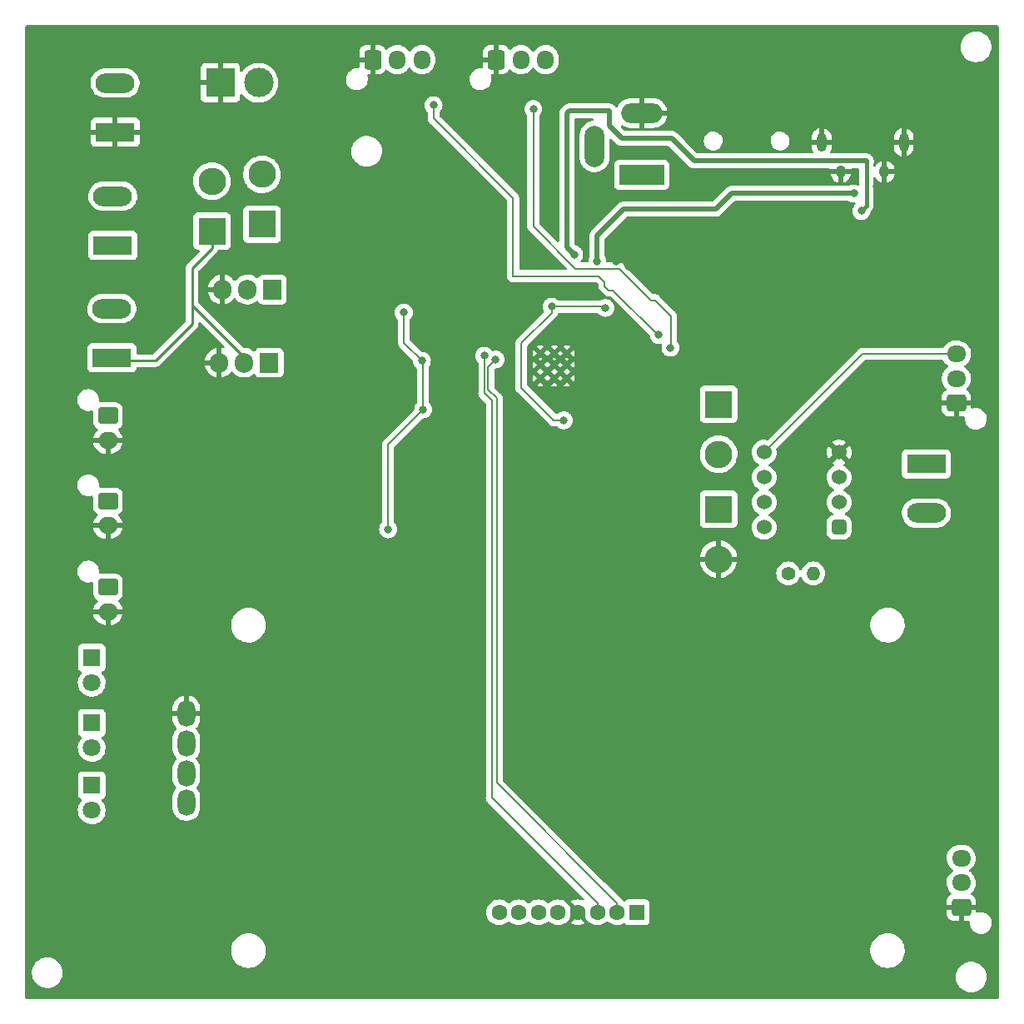
<source format=gbr>
%TF.GenerationSoftware,KiCad,Pcbnew,(6.0.7-1)-1*%
%TF.CreationDate,2022-10-11T16:14:11-05:00*%
%TF.ProjectId,Refill_Dispensary,52656669-6c6c-45f4-9469-7370656e7361,rev?*%
%TF.SameCoordinates,Original*%
%TF.FileFunction,Copper,L2,Bot*%
%TF.FilePolarity,Positive*%
%FSLAX46Y46*%
G04 Gerber Fmt 4.6, Leading zero omitted, Abs format (unit mm)*
G04 Created by KiCad (PCBNEW (6.0.7-1)-1) date 2022-10-11 16:14:11*
%MOMM*%
%LPD*%
G01*
G04 APERTURE LIST*
G04 Aperture macros list*
%AMRoundRect*
0 Rectangle with rounded corners*
0 $1 Rounding radius*
0 $2 $3 $4 $5 $6 $7 $8 $9 X,Y pos of 4 corners*
0 Add a 4 corners polygon primitive as box body*
4,1,4,$2,$3,$4,$5,$6,$7,$8,$9,$2,$3,0*
0 Add four circle primitives for the rounded corners*
1,1,$1+$1,$2,$3*
1,1,$1+$1,$4,$5*
1,1,$1+$1,$6,$7*
1,1,$1+$1,$8,$9*
0 Add four rect primitives between the rounded corners*
20,1,$1+$1,$2,$3,$4,$5,0*
20,1,$1+$1,$4,$5,$6,$7,0*
20,1,$1+$1,$6,$7,$8,$9,0*
20,1,$1+$1,$8,$9,$2,$3,0*%
G04 Aperture macros list end*
%TA.AperFunction,ComponentPad*%
%ADD10R,2.800000X2.800000*%
%TD*%
%TA.AperFunction,ComponentPad*%
%ADD11O,2.800000X2.800000*%
%TD*%
%TA.AperFunction,ComponentPad*%
%ADD12R,1.600000X1.600000*%
%TD*%
%TA.AperFunction,ComponentPad*%
%ADD13C,1.600000*%
%TD*%
%TA.AperFunction,ComponentPad*%
%ADD14O,1.800000X2.700000*%
%TD*%
%TA.AperFunction,ComponentPad*%
%ADD15C,0.600000*%
%TD*%
%TA.AperFunction,ComponentPad*%
%ADD16RoundRect,0.381000X0.381000X-0.381000X0.381000X0.381000X-0.381000X0.381000X-0.381000X-0.381000X0*%
%TD*%
%TA.AperFunction,ComponentPad*%
%ADD17C,1.524000*%
%TD*%
%TA.AperFunction,ComponentPad*%
%ADD18RoundRect,0.250000X0.725000X-0.600000X0.725000X0.600000X-0.725000X0.600000X-0.725000X-0.600000X0*%
%TD*%
%TA.AperFunction,ComponentPad*%
%ADD19O,1.950000X1.700000*%
%TD*%
%TA.AperFunction,ComponentPad*%
%ADD20R,4.600000X2.000000*%
%TD*%
%TA.AperFunction,ComponentPad*%
%ADD21O,4.200000X2.000000*%
%TD*%
%TA.AperFunction,ComponentPad*%
%ADD22O,2.000000X4.200000*%
%TD*%
%TA.AperFunction,ComponentPad*%
%ADD23R,3.000000X3.000000*%
%TD*%
%TA.AperFunction,ComponentPad*%
%ADD24C,3.000000*%
%TD*%
%TA.AperFunction,ComponentPad*%
%ADD25R,3.960000X1.980000*%
%TD*%
%TA.AperFunction,ComponentPad*%
%ADD26O,3.960000X1.980000*%
%TD*%
%TA.AperFunction,ComponentPad*%
%ADD27RoundRect,0.250000X-0.600000X-0.725000X0.600000X-0.725000X0.600000X0.725000X-0.600000X0.725000X0*%
%TD*%
%TA.AperFunction,ComponentPad*%
%ADD28O,1.700000X1.950000*%
%TD*%
%TA.AperFunction,ComponentPad*%
%ADD29R,1.800000X1.800000*%
%TD*%
%TA.AperFunction,ComponentPad*%
%ADD30C,1.800000*%
%TD*%
%TA.AperFunction,ComponentPad*%
%ADD31C,1.400000*%
%TD*%
%TA.AperFunction,ComponentPad*%
%ADD32O,1.400000X1.400000*%
%TD*%
%TA.AperFunction,ComponentPad*%
%ADD33RoundRect,0.250000X-0.750000X0.600000X-0.750000X-0.600000X0.750000X-0.600000X0.750000X0.600000X0*%
%TD*%
%TA.AperFunction,ComponentPad*%
%ADD34O,2.000000X1.700000*%
%TD*%
%TA.AperFunction,ComponentPad*%
%ADD35O,1.050000X1.250000*%
%TD*%
%TA.AperFunction,ComponentPad*%
%ADD36O,1.000000X1.900000*%
%TD*%
%TA.AperFunction,ComponentPad*%
%ADD37R,1.905000X2.000000*%
%TD*%
%TA.AperFunction,ComponentPad*%
%ADD38O,1.905000X2.000000*%
%TD*%
%TA.AperFunction,ViaPad*%
%ADD39C,0.800000*%
%TD*%
%TA.AperFunction,Conductor*%
%ADD40C,0.200000*%
%TD*%
%TA.AperFunction,Conductor*%
%ADD41C,0.508000*%
%TD*%
%TA.AperFunction,Conductor*%
%ADD42C,0.381000*%
%TD*%
%TA.AperFunction,Conductor*%
%ADD43C,0.254000*%
%TD*%
G04 APERTURE END LIST*
D10*
%TO.P,D6,1,K*%
%TO.N,+3.3V*%
X119077000Y-113391750D03*
D11*
%TO.P,D6,2,A*%
%TO.N,/ADC0*%
X119077000Y-118471750D03*
%TD*%
D12*
%TO.P,U4,1,~{RST}*%
%TO.N,unconnected-(U4-Pad1)*%
X110760000Y-165060000D03*
D13*
%TO.P,U4,2,SCL*%
%TO.N,/S_SCL*%
X108760000Y-165060000D03*
%TO.P,U4,3,SDA*%
%TO.N,/S_SDA*%
X106760000Y-165060000D03*
%TO.P,U4,4,VSS*%
%TO.N,GND*%
X104760000Y-165060000D03*
%TO.P,U4,5,VDD*%
%TO.N,+3.3V*%
X102760000Y-165060000D03*
%TO.P,U4,6,VOUT*%
%TO.N,unconnected-(U4-Pad6)*%
X100760000Y-165060000D03*
%TO.P,U4,7,C1+*%
%TO.N,Net-(C14-Pad1)*%
X98760000Y-165060000D03*
%TO.P,U4,8,C1-*%
%TO.N,Net-(C14-Pad2)*%
X96760000Y-165060000D03*
D14*
%TO.P,U4,9,A*%
%TO.N,+3.3V*%
X64948800Y-153884400D03*
%TO.P,U4,10,K*%
%TO.N,GND*%
X64948800Y-144842000D03*
%TO.P,U4,11*%
%TO.N,N/C*%
X64948800Y-147890000D03*
%TO.P,U4,12*%
X64948800Y-150938000D03*
%TD*%
D15*
%TO.P,,57*%
%TO.N,GND*%
X102362000Y-110744000D03*
%TD*%
D16*
%TO.P,U5,1,Rg*%
%TO.N,Net-(R12-Pad2)*%
X131318000Y-125903000D03*
D17*
%TO.P,U5,2,-*%
%TO.N,/Load_cell+*%
X131318000Y-123363000D03*
%TO.P,U5,3,+*%
%TO.N,/Load_cell-*%
X131318000Y-120823000D03*
%TO.P,U5,4,Vs-*%
%TO.N,GND*%
X131318000Y-118283000D03*
%TO.P,U5,5,Ref*%
%TO.N,Net-(U5-Pad5)*%
X123698000Y-118283000D03*
%TO.P,U5,6*%
%TO.N,/ADC0*%
X123698000Y-120823000D03*
%TO.P,U5,7,Vs+*%
%TO.N,+12V*%
X123698000Y-123363000D03*
%TO.P,U5,8,Rg*%
%TO.N,Net-(R12-Pad1)*%
X123698000Y-125903000D03*
%TD*%
D18*
%TO.P,J14,1,Pin_1*%
%TO.N,GND*%
X143256000Y-113284000D03*
D19*
%TO.P,J14,2,Pin_2*%
%TO.N,+3.3V*%
X143256000Y-110784000D03*
%TO.P,J14,3,Pin_3*%
%TO.N,Net-(U5-Pad5)*%
X143256000Y-108284000D03*
%TD*%
D20*
%TO.P,J3,1*%
%TO.N,+12V*%
X111267000Y-90077500D03*
D21*
%TO.P,J3,2*%
%TO.N,GND*%
X111267000Y-83777500D03*
D22*
%TO.P,J3,3*%
%TO.N,unconnected-(J3-Pad3)*%
X106467000Y-87177500D03*
%TD*%
D23*
%TO.P,J4,1,Pin_1*%
%TO.N,GND*%
X68412500Y-80700000D03*
D24*
%TO.P,J4,2,Pin_2*%
%TO.N,Net-(J4-Pad2)*%
X72292500Y-80700000D03*
%TD*%
D15*
%TO.P,,57*%
%TO.N,GND*%
X100965000Y-109347000D03*
%TD*%
D10*
%TO.P,D5,1,K*%
%TO.N,Net-(D5-Pad1)*%
X67560000Y-95780051D03*
D11*
%TO.P,D5,2,A*%
%TO.N,+12V*%
X67560000Y-90700051D03*
%TD*%
D25*
%TO.P,J7,1,Pin_1*%
%TO.N,Net-(D4-Pad1)*%
X57465500Y-97225000D03*
D26*
%TO.P,J7,2,Pin_2*%
%TO.N,+12V*%
X57465500Y-92225000D03*
%TD*%
D27*
%TO.P,J9,1,Pin_1*%
%TO.N,GND*%
X83890000Y-78345000D03*
D28*
%TO.P,J9,2,Pin_2*%
%TO.N,/P2*%
X86390000Y-78345000D03*
%TO.P,J9,3,Pin_3*%
%TO.N,+3.3V*%
X88890000Y-78345000D03*
%TD*%
D15*
%TO.P,,57*%
%TO.N,GND*%
X103632000Y-110744000D03*
%TD*%
D25*
%TO.P,J8,1,Pin_1*%
%TO.N,Net-(D5-Pad1)*%
X57380000Y-108660000D03*
D26*
%TO.P,J8,2,Pin_2*%
%TO.N,+12V*%
X57380000Y-103660000D03*
%TD*%
D29*
%TO.P,D3,1,K*%
%TO.N,Net-(D3-Pad1)*%
X55325000Y-152150000D03*
D30*
%TO.P,D3,2,A*%
%TO.N,/LED3*%
X55325000Y-154690000D03*
%TD*%
D29*
%TO.P,D1,1,K*%
%TO.N,Net-(D1-Pad1)*%
X55325000Y-139170000D03*
D30*
%TO.P,D1,2,A*%
%TO.N,/LED1*%
X55325000Y-141710000D03*
%TD*%
D15*
%TO.P,,57*%
%TO.N,GND*%
X100965000Y-108204000D03*
%TD*%
D29*
%TO.P,D2,1,K*%
%TO.N,Net-(D2-Pad1)*%
X55325000Y-145800000D03*
D30*
%TO.P,D2,2,A*%
%TO.N,/LED2*%
X55325000Y-148340000D03*
%TD*%
D31*
%TO.P,R12,1*%
%TO.N,Net-(R12-Pad1)*%
X126163000Y-130602000D03*
D32*
%TO.P,R12,2*%
%TO.N,Net-(R12-Pad2)*%
X128703000Y-130602000D03*
%TD*%
D33*
%TO.P,J12,1,Pin_1*%
%TO.N,/SW1*%
X56975000Y-114570000D03*
D34*
%TO.P,J12,2,Pin_2*%
%TO.N,GND*%
X56975000Y-117070000D03*
%TD*%
D35*
%TO.P,J1,6,Shield*%
%TO.N,GND*%
X135956000Y-89750500D03*
D36*
X129556000Y-86750500D03*
D35*
X131506000Y-89750500D03*
D36*
X137906000Y-86750500D03*
%TD*%
D33*
%TO.P,J11,1,Pin_1*%
%TO.N,/SW3*%
X56975000Y-132000000D03*
D34*
%TO.P,J11,2,Pin_2*%
%TO.N,GND*%
X56975000Y-134500000D03*
%TD*%
D15*
%TO.P,,57*%
%TO.N,GND*%
X102362000Y-108204000D03*
%TD*%
D37*
%TO.P,Q2,1,B*%
%TO.N,Net-(Q2-Pad1)*%
X73370000Y-109165000D03*
D38*
%TO.P,Q2,2,C*%
%TO.N,Net-(D5-Pad1)*%
X70830000Y-109165000D03*
%TO.P,Q2,3,E*%
%TO.N,GND*%
X68290000Y-109165000D03*
%TD*%
D10*
%TO.P,D4,1,K*%
%TO.N,Net-(D4-Pad1)*%
X72650000Y-95090000D03*
D11*
%TO.P,D4,2,A*%
%TO.N,+12V*%
X72650000Y-90010000D03*
%TD*%
D25*
%TO.P,J5,1,Pin_1*%
%TO.N,GND*%
X57710000Y-85725000D03*
D26*
%TO.P,J5,2,Pin_2*%
%TO.N,+12V*%
X57710000Y-80725000D03*
%TD*%
D10*
%TO.P,D7,1,K*%
%TO.N,/ADC0*%
X119077000Y-124059750D03*
D11*
%TO.P,D7,2,A*%
%TO.N,GND*%
X119077000Y-129139750D03*
%TD*%
D18*
%TO.P,J13,1,Pin_1*%
%TO.N,GND*%
X143747000Y-164552000D03*
D19*
%TO.P,J13,2,Pin_2*%
%TO.N,/SWCLK*%
X143747000Y-162052000D03*
%TO.P,J13,3,Pin_3*%
%TO.N,/SWD*%
X143747000Y-159552000D03*
%TD*%
D15*
%TO.P,,57*%
%TO.N,GND*%
X100965000Y-110744000D03*
%TD*%
%TO.P,,57*%
%TO.N,GND*%
X103632000Y-109347000D03*
%TD*%
D33*
%TO.P,J10,1,Pin_1*%
%TO.N,/SW2*%
X56975000Y-123230000D03*
D34*
%TO.P,J10,2,Pin_2*%
%TO.N,GND*%
X56975000Y-125730000D03*
%TD*%
D15*
%TO.P,,57*%
%TO.N,GND*%
X103632000Y-108204000D03*
%TD*%
D25*
%TO.P,J6,1,Pin_1*%
%TO.N,/Load_cell-*%
X140208000Y-119460000D03*
D26*
%TO.P,J6,2,Pin_2*%
%TO.N,/Load_cell+*%
X140208000Y-124460000D03*
%TD*%
D27*
%TO.P,J2,1,Pin_1*%
%TO.N,GND*%
X96470000Y-78345000D03*
D28*
%TO.P,J2,2,Pin_2*%
%TO.N,/P1*%
X98970000Y-78345000D03*
%TO.P,J2,3,Pin_3*%
%TO.N,+3.3V*%
X101470000Y-78345000D03*
%TD*%
D37*
%TO.P,Q1,1,B*%
%TO.N,Net-(Q1-Pad1)*%
X73690000Y-101720000D03*
D38*
%TO.P,Q1,2,C*%
%TO.N,Net-(D4-Pad1)*%
X71150000Y-101720000D03*
%TO.P,Q1,3,E*%
%TO.N,GND*%
X68610000Y-101720000D03*
%TD*%
D15*
%TO.P,,57*%
%TO.N,GND*%
X102362000Y-109347000D03*
%TD*%
D39*
%TO.N,+3.3V*%
X85471000Y-126111000D03*
X87060000Y-104070000D03*
X89027000Y-113919000D03*
X88900000Y-108966000D03*
%TO.N,/S_SCL*%
X96393000Y-108839000D03*
%TO.N,GND*%
X101730000Y-98690000D03*
X135128000Y-91220500D03*
X61489000Y-139048000D03*
X107770000Y-137770000D03*
X113963000Y-100389500D03*
X109831000Y-105500000D03*
X125984000Y-97697500D03*
X62105000Y-152028000D03*
X83340000Y-98530000D03*
X99230000Y-97098500D03*
X89830000Y-89502000D03*
X93585000Y-104560000D03*
X109940000Y-99350000D03*
X103632000Y-117983000D03*
X128270000Y-94268500D03*
X93370000Y-137870000D03*
X84590000Y-109880000D03*
X61330000Y-145830000D03*
X108688550Y-98900500D03*
X102270000Y-119136000D03*
X108458000Y-111506000D03*
%TO.N,/USB_D-*%
X106740000Y-98830000D03*
X132842000Y-91948000D03*
%TO.N,/USB_D+*%
X133604000Y-93726000D03*
X104394000Y-98160000D03*
%TO.N,/S_SDA*%
X95250000Y-108458000D03*
%TO.N,/P1*%
X100230000Y-83370000D03*
X114180000Y-107650000D03*
%TO.N,/P2*%
X112990000Y-106350000D03*
X90090000Y-82980000D03*
%TO.N,+1V1*%
X102109500Y-103469500D03*
X107560000Y-103590000D03*
X103338000Y-115022000D03*
%TD*%
D40*
%TO.N,+3.3V*%
X89027000Y-109093000D02*
X89027000Y-113919000D01*
X89027000Y-113919000D02*
X85471000Y-117475000D01*
X85471000Y-117475000D02*
X85471000Y-126111000D01*
X87060000Y-107126000D02*
X88900000Y-108966000D01*
X88900000Y-108966000D02*
X89027000Y-109093000D01*
X87060000Y-104070000D02*
X87060000Y-107126000D01*
%TO.N,/S_SCL*%
X96520000Y-112776000D02*
X96520000Y-151892000D01*
X95650000Y-109582000D02*
X95650000Y-111906000D01*
X95650000Y-111906000D02*
X96520000Y-112776000D01*
X108760000Y-164132000D02*
X108760000Y-165060000D01*
X96520000Y-151892000D02*
X108760000Y-164132000D01*
X96393000Y-108839000D02*
X95650000Y-109582000D01*
D41*
%TO.N,/USB_D-*%
X120396000Y-91948000D02*
X132842000Y-91948000D01*
X106740000Y-96206000D02*
X109404500Y-93541500D01*
X118802500Y-93541500D02*
X120396000Y-91948000D01*
X109404500Y-93541500D02*
X118802500Y-93541500D01*
X106740000Y-98830000D02*
X106740000Y-96206000D01*
%TO.N,/USB_D+*%
X107950000Y-85090000D02*
X109220000Y-86360000D01*
D42*
X133604000Y-93726000D02*
X134112000Y-93218000D01*
D41*
X107950000Y-83566000D02*
X107950000Y-85090000D01*
X109220000Y-86360000D02*
X114300000Y-86360000D01*
X116586000Y-88646000D02*
X134112000Y-88646000D01*
D42*
X134112000Y-93218000D02*
X134112000Y-88646000D01*
D41*
X104394000Y-98160000D02*
X103632000Y-97398000D01*
X103886000Y-83566000D02*
X107950000Y-83566000D01*
X103632000Y-83820000D02*
X103886000Y-83566000D01*
X114300000Y-86360000D02*
X116586000Y-88646000D01*
X103632000Y-97398000D02*
X103632000Y-83820000D01*
D40*
%TO.N,/S_SDA*%
X96012000Y-113030000D02*
X96012000Y-153416000D01*
X95250000Y-112268000D02*
X96012000Y-113030000D01*
X96012000Y-153416000D02*
X106760000Y-164164000D01*
X95250000Y-108458000D02*
X95250000Y-112268000D01*
X106760000Y-164164000D02*
X106760000Y-165060000D01*
%TO.N,/P1*%
X112615000Y-102825000D02*
X114210000Y-104420000D01*
X104540000Y-99600000D02*
X108980000Y-99600000D01*
X108980000Y-99600000D02*
X112190000Y-102810000D01*
X100230000Y-95290000D02*
X104540000Y-99600000D01*
X114210000Y-104420000D02*
X114210000Y-107620000D01*
X100230000Y-83370000D02*
X100230000Y-95290000D01*
X114210000Y-107620000D02*
X114180000Y-107650000D01*
X112190000Y-102810000D02*
X112615000Y-102810000D01*
%TO.N,/P2*%
X90090000Y-82980000D02*
X90090000Y-84330000D01*
X107504000Y-100974000D02*
X107504000Y-101381950D01*
X107504000Y-101381950D02*
X107914050Y-101792000D01*
X112880000Y-106350000D02*
X112990000Y-106350000D01*
X107914050Y-101792000D02*
X108322000Y-101792000D01*
X98180000Y-92420000D02*
X98180000Y-100360000D01*
X98180000Y-100360000D02*
X106890000Y-100360000D01*
X106890000Y-100360000D02*
X107504000Y-100974000D01*
X108322000Y-101792000D02*
X112880000Y-106350000D01*
X90090000Y-84330000D02*
X98180000Y-92420000D01*
%TO.N,+1V1*%
X102109500Y-103469500D02*
X107439500Y-103469500D01*
X99020000Y-111720000D02*
X102322000Y-115022000D01*
X102322000Y-115022000D02*
X103338000Y-115022000D01*
X102109500Y-104090500D02*
X99020000Y-107180000D01*
X99020000Y-107180000D02*
X99020000Y-111720000D01*
X107439500Y-103469500D02*
X107560000Y-103590000D01*
X102109500Y-103469500D02*
X102109500Y-104090500D01*
D43*
%TO.N,Net-(D5-Pad1)*%
X67560000Y-97530000D02*
X67560000Y-95780051D01*
X70830000Y-109165000D02*
X70830000Y-108630000D01*
X70830000Y-108630000D02*
X65520000Y-103320000D01*
X65520000Y-102820000D02*
X65520000Y-99570000D01*
X65520000Y-102820000D02*
X65520000Y-105240000D01*
X65520000Y-103320000D02*
X65520000Y-102820000D01*
X61810000Y-108950000D02*
X57317500Y-108950000D01*
X65520000Y-99570000D02*
X67560000Y-97530000D01*
X65520000Y-105240000D02*
X61810000Y-108950000D01*
D40*
%TO.N,Net-(U5-Pad5)*%
X123698000Y-118283000D02*
X133697000Y-108284000D01*
X133697000Y-108284000D02*
X143256000Y-108284000D01*
%TD*%
%TA.AperFunction,Conductor*%
%TO.N,GND*%
G36*
X147503621Y-74878502D02*
G01*
X147550114Y-74932158D01*
X147561500Y-74984500D01*
X147561500Y-173715500D01*
X147541498Y-173783621D01*
X147487842Y-173830114D01*
X147435500Y-173841500D01*
X48704500Y-173841500D01*
X48636379Y-173821498D01*
X48589886Y-173767842D01*
X48578500Y-173715500D01*
X48578500Y-171254568D01*
X49237382Y-171254568D01*
X49237963Y-171259588D01*
X49237963Y-171259592D01*
X49246839Y-171336301D01*
X49266208Y-171503699D01*
X49267587Y-171508573D01*
X49267588Y-171508577D01*
X49306526Y-171646181D01*
X49334494Y-171745017D01*
X49336628Y-171749592D01*
X49336630Y-171749599D01*
X49438347Y-171967731D01*
X49440484Y-171972313D01*
X49443326Y-171976494D01*
X49443326Y-171976495D01*
X49578605Y-172175552D01*
X49578608Y-172175556D01*
X49581451Y-172179739D01*
X49584928Y-172183416D01*
X49584929Y-172183417D01*
X49685238Y-172289491D01*
X49753767Y-172361959D01*
X49757793Y-172365037D01*
X49757794Y-172365038D01*
X49948981Y-172511212D01*
X49948985Y-172511215D01*
X49953001Y-172514285D01*
X50174026Y-172632797D01*
X50178807Y-172634443D01*
X50178811Y-172634445D01*
X50404538Y-172712169D01*
X50411156Y-172714448D01*
X50456262Y-172722239D01*
X50654380Y-172756460D01*
X50654386Y-172756461D01*
X50658290Y-172757135D01*
X50662251Y-172757315D01*
X50662252Y-172757315D01*
X50686931Y-172758436D01*
X50686950Y-172758436D01*
X50688350Y-172758500D01*
X50863015Y-172758500D01*
X50865523Y-172758298D01*
X50865528Y-172758298D01*
X51044944Y-172743863D01*
X51044949Y-172743862D01*
X51049985Y-172743457D01*
X51054893Y-172742252D01*
X51054896Y-172742251D01*
X51288625Y-172684841D01*
X51293539Y-172683634D01*
X51298191Y-172681659D01*
X51298195Y-172681658D01*
X51519741Y-172587617D01*
X51519742Y-172587617D01*
X51524396Y-172585641D01*
X51736615Y-172452000D01*
X51924738Y-172286147D01*
X52083924Y-172092351D01*
X52210078Y-171875596D01*
X52279569Y-171694568D01*
X143207382Y-171694568D01*
X143236208Y-171943699D01*
X143237587Y-171948573D01*
X143237588Y-171948577D01*
X143303000Y-172179739D01*
X143304494Y-172185017D01*
X143306628Y-172189592D01*
X143306630Y-172189599D01*
X143388439Y-172365038D01*
X143410484Y-172412313D01*
X143413326Y-172416494D01*
X143413326Y-172416495D01*
X143548605Y-172615552D01*
X143548608Y-172615556D01*
X143551451Y-172619739D01*
X143554928Y-172623416D01*
X143554929Y-172623417D01*
X143655238Y-172729491D01*
X143723767Y-172801959D01*
X143727793Y-172805037D01*
X143727794Y-172805038D01*
X143918981Y-172951212D01*
X143918985Y-172951215D01*
X143923001Y-172954285D01*
X144144026Y-173072797D01*
X144148807Y-173074443D01*
X144148811Y-173074445D01*
X144374538Y-173152169D01*
X144381156Y-173154448D01*
X144484689Y-173172331D01*
X144624380Y-173196460D01*
X144624386Y-173196461D01*
X144628290Y-173197135D01*
X144632251Y-173197315D01*
X144632252Y-173197315D01*
X144656931Y-173198436D01*
X144656950Y-173198436D01*
X144658350Y-173198500D01*
X144833015Y-173198500D01*
X144835523Y-173198298D01*
X144835528Y-173198298D01*
X145014944Y-173183863D01*
X145014949Y-173183862D01*
X145019985Y-173183457D01*
X145024893Y-173182252D01*
X145024896Y-173182251D01*
X145258625Y-173124841D01*
X145263539Y-173123634D01*
X145268191Y-173121659D01*
X145268195Y-173121658D01*
X145489741Y-173027617D01*
X145489742Y-173027617D01*
X145494396Y-173025641D01*
X145706615Y-172892000D01*
X145894738Y-172726147D01*
X146053924Y-172532351D01*
X146180078Y-172315596D01*
X146269955Y-172081461D01*
X146291884Y-171976495D01*
X146320206Y-171840921D01*
X146321241Y-171835967D01*
X146332618Y-171585432D01*
X146323726Y-171508577D01*
X146304374Y-171341334D01*
X146303792Y-171336301D01*
X146264810Y-171198539D01*
X146236884Y-171099852D01*
X146236883Y-171099850D01*
X146235506Y-171094983D01*
X146233372Y-171090408D01*
X146233370Y-171090401D01*
X146131653Y-170872269D01*
X146131651Y-170872265D01*
X146129516Y-170867687D01*
X146126674Y-170863505D01*
X145991395Y-170664448D01*
X145991392Y-170664444D01*
X145988549Y-170660261D01*
X145887925Y-170553853D01*
X145819713Y-170481721D01*
X145816233Y-170478041D01*
X145744903Y-170423505D01*
X145621019Y-170328788D01*
X145621015Y-170328785D01*
X145616999Y-170325715D01*
X145395974Y-170207203D01*
X145391193Y-170205557D01*
X145391189Y-170205555D01*
X145163633Y-170127201D01*
X145158844Y-170125552D01*
X145055311Y-170107669D01*
X144915620Y-170083540D01*
X144915614Y-170083539D01*
X144911710Y-170082865D01*
X144907749Y-170082685D01*
X144907748Y-170082685D01*
X144883069Y-170081564D01*
X144883050Y-170081564D01*
X144881650Y-170081500D01*
X144706985Y-170081500D01*
X144704477Y-170081702D01*
X144704472Y-170081702D01*
X144525056Y-170096137D01*
X144525051Y-170096138D01*
X144520015Y-170096543D01*
X144515107Y-170097748D01*
X144515104Y-170097749D01*
X144283326Y-170154680D01*
X144276461Y-170156366D01*
X144271809Y-170158341D01*
X144271805Y-170158342D01*
X144050259Y-170252383D01*
X144045604Y-170254359D01*
X143833385Y-170388000D01*
X143645262Y-170553853D01*
X143486076Y-170747649D01*
X143359922Y-170964404D01*
X143270045Y-171198539D01*
X143269012Y-171203485D01*
X143269010Y-171203491D01*
X143225490Y-171411814D01*
X143218759Y-171444033D01*
X143218530Y-171449082D01*
X143218529Y-171449088D01*
X143215828Y-171508577D01*
X143207382Y-171694568D01*
X52279569Y-171694568D01*
X52299955Y-171641461D01*
X52310605Y-171590486D01*
X52350206Y-171400921D01*
X52351241Y-171395967D01*
X52353951Y-171336301D01*
X52357662Y-171254568D01*
X52362618Y-171145432D01*
X52333792Y-170896301D01*
X52294810Y-170758539D01*
X52266884Y-170659852D01*
X52266883Y-170659850D01*
X52265506Y-170654983D01*
X52263372Y-170650408D01*
X52263370Y-170650401D01*
X52161653Y-170432269D01*
X52161651Y-170432265D01*
X52159516Y-170427687D01*
X52155618Y-170421951D01*
X52021395Y-170224448D01*
X52021392Y-170224444D01*
X52018549Y-170220261D01*
X51928173Y-170124690D01*
X51849713Y-170041721D01*
X51846233Y-170038041D01*
X51842206Y-170034962D01*
X51651019Y-169888788D01*
X51651015Y-169888785D01*
X51646999Y-169885715D01*
X51522272Y-169818837D01*
X51430435Y-169769595D01*
X51425974Y-169767203D01*
X51421193Y-169765557D01*
X51421189Y-169765555D01*
X51193633Y-169687201D01*
X51188844Y-169685552D01*
X51085311Y-169667669D01*
X50945620Y-169643540D01*
X50945614Y-169643539D01*
X50941710Y-169642865D01*
X50937749Y-169642685D01*
X50937748Y-169642685D01*
X50913069Y-169641564D01*
X50913050Y-169641564D01*
X50911650Y-169641500D01*
X50736985Y-169641500D01*
X50734477Y-169641702D01*
X50734472Y-169641702D01*
X50555056Y-169656137D01*
X50555051Y-169656138D01*
X50550015Y-169656543D01*
X50545107Y-169657748D01*
X50545104Y-169657749D01*
X50313326Y-169714680D01*
X50306461Y-169716366D01*
X50301809Y-169718341D01*
X50301805Y-169718342D01*
X50181061Y-169769595D01*
X50075604Y-169814359D01*
X49863385Y-169948000D01*
X49675262Y-170113853D01*
X49516076Y-170307649D01*
X49389922Y-170524404D01*
X49388109Y-170529127D01*
X49388108Y-170529129D01*
X49380354Y-170549329D01*
X49300045Y-170758539D01*
X49299012Y-170763485D01*
X49299010Y-170763491D01*
X49277243Y-170867687D01*
X49248759Y-171004033D01*
X49237382Y-171254568D01*
X48578500Y-171254568D01*
X48578500Y-169067655D01*
X69499858Y-169067655D01*
X69535104Y-169326638D01*
X69536412Y-169331124D01*
X69536412Y-169331126D01*
X69556098Y-169398664D01*
X69608243Y-169577567D01*
X69717668Y-169814928D01*
X69720231Y-169818837D01*
X69858410Y-170029596D01*
X69858414Y-170029601D01*
X69860976Y-170033509D01*
X70035018Y-170228506D01*
X70235970Y-170395637D01*
X70239973Y-170398066D01*
X70455422Y-170528804D01*
X70455426Y-170528806D01*
X70459419Y-170531229D01*
X70700455Y-170632303D01*
X70953783Y-170696641D01*
X70958434Y-170697109D01*
X70958438Y-170697110D01*
X71151308Y-170716531D01*
X71170867Y-170718500D01*
X71326354Y-170718500D01*
X71328679Y-170718327D01*
X71328685Y-170718327D01*
X71516000Y-170704407D01*
X71516004Y-170704406D01*
X71520652Y-170704061D01*
X71525200Y-170703032D01*
X71525206Y-170703031D01*
X71737544Y-170654983D01*
X71775577Y-170646377D01*
X71811769Y-170632303D01*
X72014824Y-170553340D01*
X72014827Y-170553339D01*
X72019177Y-170551647D01*
X72058576Y-170529129D01*
X72236062Y-170427687D01*
X72246098Y-170421951D01*
X72451357Y-170260138D01*
X72630443Y-170069763D01*
X72755991Y-169888788D01*
X72776759Y-169858851D01*
X72776761Y-169858848D01*
X72779424Y-169855009D01*
X72799190Y-169814928D01*
X72892960Y-169624781D01*
X72892961Y-169624778D01*
X72895025Y-169620593D01*
X72974707Y-169371665D01*
X73016721Y-169113693D01*
X73017324Y-169067655D01*
X134499858Y-169067655D01*
X134535104Y-169326638D01*
X134536412Y-169331124D01*
X134536412Y-169331126D01*
X134556098Y-169398664D01*
X134608243Y-169577567D01*
X134717668Y-169814928D01*
X134720231Y-169818837D01*
X134858410Y-170029596D01*
X134858414Y-170029601D01*
X134860976Y-170033509D01*
X135035018Y-170228506D01*
X135235970Y-170395637D01*
X135239973Y-170398066D01*
X135455422Y-170528804D01*
X135455426Y-170528806D01*
X135459419Y-170531229D01*
X135700455Y-170632303D01*
X135953783Y-170696641D01*
X135958434Y-170697109D01*
X135958438Y-170697110D01*
X136151308Y-170716531D01*
X136170867Y-170718500D01*
X136326354Y-170718500D01*
X136328679Y-170718327D01*
X136328685Y-170718327D01*
X136516000Y-170704407D01*
X136516004Y-170704406D01*
X136520652Y-170704061D01*
X136525200Y-170703032D01*
X136525206Y-170703031D01*
X136737544Y-170654983D01*
X136775577Y-170646377D01*
X136811769Y-170632303D01*
X137014824Y-170553340D01*
X137014827Y-170553339D01*
X137019177Y-170551647D01*
X137058576Y-170529129D01*
X137236062Y-170427687D01*
X137246098Y-170421951D01*
X137451357Y-170260138D01*
X137630443Y-170069763D01*
X137755991Y-169888788D01*
X137776759Y-169858851D01*
X137776761Y-169858848D01*
X137779424Y-169855009D01*
X137799190Y-169814928D01*
X137892960Y-169624781D01*
X137892961Y-169624778D01*
X137895025Y-169620593D01*
X137974707Y-169371665D01*
X138016721Y-169113693D01*
X138020142Y-168852345D01*
X137984896Y-168593362D01*
X137970473Y-168543877D01*
X137913068Y-168346932D01*
X137911757Y-168342433D01*
X137802332Y-168105072D01*
X137769519Y-168055024D01*
X137661590Y-167890404D01*
X137661586Y-167890399D01*
X137659024Y-167886491D01*
X137484982Y-167691494D01*
X137284030Y-167524363D01*
X137236844Y-167495730D01*
X137064578Y-167391196D01*
X137064574Y-167391194D01*
X137060581Y-167388771D01*
X136819545Y-167287697D01*
X136566217Y-167223359D01*
X136561566Y-167222891D01*
X136561562Y-167222890D01*
X136352271Y-167201816D01*
X136349133Y-167201500D01*
X136193646Y-167201500D01*
X136191321Y-167201673D01*
X136191315Y-167201673D01*
X136004000Y-167215593D01*
X136003996Y-167215594D01*
X135999348Y-167215939D01*
X135994800Y-167216968D01*
X135994794Y-167216969D01*
X135808399Y-167259147D01*
X135744423Y-167273623D01*
X135740071Y-167275315D01*
X135740069Y-167275316D01*
X135505176Y-167366660D01*
X135505173Y-167366661D01*
X135500823Y-167368353D01*
X135273902Y-167498049D01*
X135068643Y-167659862D01*
X134889557Y-167850237D01*
X134740576Y-168064991D01*
X134624975Y-168299407D01*
X134545293Y-168548335D01*
X134503279Y-168806307D01*
X134499858Y-169067655D01*
X73017324Y-169067655D01*
X73020142Y-168852345D01*
X72984896Y-168593362D01*
X72970473Y-168543877D01*
X72913068Y-168346932D01*
X72911757Y-168342433D01*
X72802332Y-168105072D01*
X72769519Y-168055024D01*
X72661590Y-167890404D01*
X72661586Y-167890399D01*
X72659024Y-167886491D01*
X72484982Y-167691494D01*
X72284030Y-167524363D01*
X72236844Y-167495730D01*
X72064578Y-167391196D01*
X72064574Y-167391194D01*
X72060581Y-167388771D01*
X71819545Y-167287697D01*
X71566217Y-167223359D01*
X71561566Y-167222891D01*
X71561562Y-167222890D01*
X71352271Y-167201816D01*
X71349133Y-167201500D01*
X71193646Y-167201500D01*
X71191321Y-167201673D01*
X71191315Y-167201673D01*
X71004000Y-167215593D01*
X71003996Y-167215594D01*
X70999348Y-167215939D01*
X70994800Y-167216968D01*
X70994794Y-167216969D01*
X70808399Y-167259147D01*
X70744423Y-167273623D01*
X70740071Y-167275315D01*
X70740069Y-167275316D01*
X70505176Y-167366660D01*
X70505173Y-167366661D01*
X70500823Y-167368353D01*
X70273902Y-167498049D01*
X70068643Y-167659862D01*
X69889557Y-167850237D01*
X69740576Y-168064991D01*
X69624975Y-168299407D01*
X69545293Y-168548335D01*
X69503279Y-168806307D01*
X69499858Y-169067655D01*
X48578500Y-169067655D01*
X48578500Y-165060000D01*
X95446502Y-165060000D01*
X95466457Y-165288087D01*
X95467881Y-165293400D01*
X95467881Y-165293402D01*
X95505025Y-165432022D01*
X95525716Y-165509243D01*
X95528039Y-165514224D01*
X95528039Y-165514225D01*
X95620151Y-165711762D01*
X95620154Y-165711767D01*
X95622477Y-165716749D01*
X95695902Y-165821611D01*
X95748307Y-165896452D01*
X95753802Y-165904300D01*
X95915700Y-166066198D01*
X95920208Y-166069355D01*
X95920211Y-166069357D01*
X95960552Y-166097604D01*
X96103251Y-166197523D01*
X96108233Y-166199846D01*
X96108238Y-166199849D01*
X96304765Y-166291490D01*
X96310757Y-166294284D01*
X96316065Y-166295706D01*
X96316067Y-166295707D01*
X96526598Y-166352119D01*
X96526600Y-166352119D01*
X96531913Y-166353543D01*
X96760000Y-166373498D01*
X96988087Y-166353543D01*
X96993400Y-166352119D01*
X96993402Y-166352119D01*
X97203933Y-166295707D01*
X97203935Y-166295706D01*
X97209243Y-166294284D01*
X97215235Y-166291490D01*
X97411762Y-166199849D01*
X97411767Y-166199846D01*
X97416749Y-166197523D01*
X97559448Y-166097604D01*
X97599789Y-166069357D01*
X97599792Y-166069355D01*
X97604300Y-166066198D01*
X97670905Y-165999593D01*
X97733217Y-165965567D01*
X97804032Y-165970632D01*
X97849095Y-165999593D01*
X97915700Y-166066198D01*
X97920208Y-166069355D01*
X97920211Y-166069357D01*
X97960552Y-166097604D01*
X98103251Y-166197523D01*
X98108233Y-166199846D01*
X98108238Y-166199849D01*
X98304765Y-166291490D01*
X98310757Y-166294284D01*
X98316065Y-166295706D01*
X98316067Y-166295707D01*
X98526598Y-166352119D01*
X98526600Y-166352119D01*
X98531913Y-166353543D01*
X98760000Y-166373498D01*
X98988087Y-166353543D01*
X98993400Y-166352119D01*
X98993402Y-166352119D01*
X99203933Y-166295707D01*
X99203935Y-166295706D01*
X99209243Y-166294284D01*
X99215235Y-166291490D01*
X99411762Y-166199849D01*
X99411767Y-166199846D01*
X99416749Y-166197523D01*
X99559448Y-166097604D01*
X99599789Y-166069357D01*
X99599792Y-166069355D01*
X99604300Y-166066198D01*
X99670905Y-165999593D01*
X99733217Y-165965567D01*
X99804032Y-165970632D01*
X99849095Y-165999593D01*
X99915700Y-166066198D01*
X99920208Y-166069355D01*
X99920211Y-166069357D01*
X99960552Y-166097604D01*
X100103251Y-166197523D01*
X100108233Y-166199846D01*
X100108238Y-166199849D01*
X100304765Y-166291490D01*
X100310757Y-166294284D01*
X100316065Y-166295706D01*
X100316067Y-166295707D01*
X100526598Y-166352119D01*
X100526600Y-166352119D01*
X100531913Y-166353543D01*
X100760000Y-166373498D01*
X100988087Y-166353543D01*
X100993400Y-166352119D01*
X100993402Y-166352119D01*
X101203933Y-166295707D01*
X101203935Y-166295706D01*
X101209243Y-166294284D01*
X101215235Y-166291490D01*
X101411762Y-166199849D01*
X101411767Y-166199846D01*
X101416749Y-166197523D01*
X101559448Y-166097604D01*
X101599789Y-166069357D01*
X101599792Y-166069355D01*
X101604300Y-166066198D01*
X101670905Y-165999593D01*
X101733217Y-165965567D01*
X101804032Y-165970632D01*
X101849095Y-165999593D01*
X101915700Y-166066198D01*
X101920208Y-166069355D01*
X101920211Y-166069357D01*
X101960552Y-166097604D01*
X102103251Y-166197523D01*
X102108233Y-166199846D01*
X102108238Y-166199849D01*
X102304765Y-166291490D01*
X102310757Y-166294284D01*
X102316065Y-166295706D01*
X102316067Y-166295707D01*
X102526598Y-166352119D01*
X102526600Y-166352119D01*
X102531913Y-166353543D01*
X102760000Y-166373498D01*
X102988087Y-166353543D01*
X102993400Y-166352119D01*
X102993402Y-166352119D01*
X103203933Y-166295707D01*
X103203935Y-166295706D01*
X103209243Y-166294284D01*
X103215235Y-166291490D01*
X103411762Y-166199849D01*
X103411767Y-166199846D01*
X103416749Y-166197523D01*
X103490243Y-166146062D01*
X104038493Y-166146062D01*
X104047789Y-166158077D01*
X104098994Y-166193931D01*
X104108489Y-166199414D01*
X104305947Y-166291490D01*
X104316239Y-166295236D01*
X104526688Y-166351625D01*
X104537481Y-166353528D01*
X104754525Y-166372517D01*
X104765475Y-166372517D01*
X104982519Y-166353528D01*
X104993312Y-166351625D01*
X105203761Y-166295236D01*
X105214053Y-166291490D01*
X105411511Y-166199414D01*
X105421006Y-166193931D01*
X105473048Y-166157491D01*
X105481424Y-166147012D01*
X105474356Y-166133566D01*
X104772812Y-165432022D01*
X104758868Y-165424408D01*
X104757035Y-165424539D01*
X104750420Y-165428790D01*
X104044923Y-166134287D01*
X104038493Y-166146062D01*
X103490243Y-166146062D01*
X103559448Y-166097604D01*
X103599789Y-166069357D01*
X103599792Y-166069355D01*
X103604300Y-166066198D01*
X103766198Y-165904300D01*
X103771694Y-165896452D01*
X103824098Y-165821611D01*
X103897523Y-165716749D01*
X103899846Y-165711767D01*
X103899849Y-165711762D01*
X103991961Y-165514225D01*
X103991961Y-165514224D01*
X103994284Y-165509243D01*
X104001189Y-165483473D01*
X104033801Y-165426989D01*
X104387978Y-165072812D01*
X104395592Y-165058868D01*
X104395461Y-165057035D01*
X104391210Y-165050420D01*
X104033801Y-164693011D01*
X104001189Y-164636527D01*
X103995707Y-164616067D01*
X103995706Y-164616065D01*
X103994284Y-164610757D01*
X103991961Y-164605775D01*
X103899849Y-164408238D01*
X103899846Y-164408233D01*
X103897523Y-164403251D01*
X103766198Y-164215700D01*
X103604300Y-164053802D01*
X103599792Y-164050645D01*
X103599789Y-164050643D01*
X103473920Y-163962509D01*
X103416749Y-163922477D01*
X103411767Y-163920154D01*
X103411762Y-163920151D01*
X103214225Y-163828039D01*
X103214224Y-163828039D01*
X103209243Y-163825716D01*
X103203935Y-163824294D01*
X103203933Y-163824293D01*
X102993402Y-163767881D01*
X102993400Y-163767881D01*
X102988087Y-163766457D01*
X102760000Y-163746502D01*
X102531913Y-163766457D01*
X102526600Y-163767881D01*
X102526598Y-163767881D01*
X102316067Y-163824293D01*
X102316065Y-163824294D01*
X102310757Y-163825716D01*
X102305776Y-163828039D01*
X102305775Y-163828039D01*
X102108238Y-163920151D01*
X102108233Y-163920154D01*
X102103251Y-163922477D01*
X102046080Y-163962509D01*
X101920211Y-164050643D01*
X101920208Y-164050645D01*
X101915700Y-164053802D01*
X101849095Y-164120407D01*
X101786783Y-164154433D01*
X101715968Y-164149368D01*
X101670905Y-164120407D01*
X101604300Y-164053802D01*
X101599792Y-164050645D01*
X101599789Y-164050643D01*
X101473920Y-163962509D01*
X101416749Y-163922477D01*
X101411767Y-163920154D01*
X101411762Y-163920151D01*
X101214225Y-163828039D01*
X101214224Y-163828039D01*
X101209243Y-163825716D01*
X101203935Y-163824294D01*
X101203933Y-163824293D01*
X100993402Y-163767881D01*
X100993400Y-163767881D01*
X100988087Y-163766457D01*
X100760000Y-163746502D01*
X100531913Y-163766457D01*
X100526600Y-163767881D01*
X100526598Y-163767881D01*
X100316067Y-163824293D01*
X100316065Y-163824294D01*
X100310757Y-163825716D01*
X100305776Y-163828039D01*
X100305775Y-163828039D01*
X100108238Y-163920151D01*
X100108233Y-163920154D01*
X100103251Y-163922477D01*
X100046080Y-163962509D01*
X99920211Y-164050643D01*
X99920208Y-164050645D01*
X99915700Y-164053802D01*
X99849095Y-164120407D01*
X99786783Y-164154433D01*
X99715968Y-164149368D01*
X99670905Y-164120407D01*
X99604300Y-164053802D01*
X99599792Y-164050645D01*
X99599789Y-164050643D01*
X99473920Y-163962509D01*
X99416749Y-163922477D01*
X99411767Y-163920154D01*
X99411762Y-163920151D01*
X99214225Y-163828039D01*
X99214224Y-163828039D01*
X99209243Y-163825716D01*
X99203935Y-163824294D01*
X99203933Y-163824293D01*
X98993402Y-163767881D01*
X98993400Y-163767881D01*
X98988087Y-163766457D01*
X98760000Y-163746502D01*
X98531913Y-163766457D01*
X98526600Y-163767881D01*
X98526598Y-163767881D01*
X98316067Y-163824293D01*
X98316065Y-163824294D01*
X98310757Y-163825716D01*
X98305776Y-163828039D01*
X98305775Y-163828039D01*
X98108238Y-163920151D01*
X98108233Y-163920154D01*
X98103251Y-163922477D01*
X98046080Y-163962509D01*
X97920211Y-164050643D01*
X97920208Y-164050645D01*
X97915700Y-164053802D01*
X97849095Y-164120407D01*
X97786783Y-164154433D01*
X97715968Y-164149368D01*
X97670905Y-164120407D01*
X97604300Y-164053802D01*
X97599792Y-164050645D01*
X97599789Y-164050643D01*
X97473920Y-163962509D01*
X97416749Y-163922477D01*
X97411767Y-163920154D01*
X97411762Y-163920151D01*
X97214225Y-163828039D01*
X97214224Y-163828039D01*
X97209243Y-163825716D01*
X97203935Y-163824294D01*
X97203933Y-163824293D01*
X96993402Y-163767881D01*
X96993400Y-163767881D01*
X96988087Y-163766457D01*
X96760000Y-163746502D01*
X96531913Y-163766457D01*
X96526600Y-163767881D01*
X96526598Y-163767881D01*
X96316067Y-163824293D01*
X96316065Y-163824294D01*
X96310757Y-163825716D01*
X96305776Y-163828039D01*
X96305775Y-163828039D01*
X96108238Y-163920151D01*
X96108233Y-163920154D01*
X96103251Y-163922477D01*
X96046080Y-163962509D01*
X95920211Y-164050643D01*
X95920208Y-164050645D01*
X95915700Y-164053802D01*
X95753802Y-164215700D01*
X95622477Y-164403251D01*
X95620154Y-164408233D01*
X95620151Y-164408238D01*
X95528039Y-164605775D01*
X95525716Y-164610757D01*
X95466457Y-164831913D01*
X95446502Y-165060000D01*
X48578500Y-165060000D01*
X48578500Y-154655469D01*
X53912095Y-154655469D01*
X53912392Y-154660622D01*
X53912392Y-154660625D01*
X53918067Y-154759041D01*
X53925427Y-154886697D01*
X53926564Y-154891743D01*
X53926565Y-154891749D01*
X53954796Y-155017019D01*
X53976346Y-155112642D01*
X53978288Y-155117424D01*
X53978289Y-155117428D01*
X54061540Y-155322450D01*
X54063484Y-155327237D01*
X54184501Y-155524719D01*
X54336147Y-155699784D01*
X54514349Y-155847730D01*
X54714322Y-155964584D01*
X54930694Y-156047209D01*
X54935760Y-156048240D01*
X54935761Y-156048240D01*
X54988846Y-156059040D01*
X55157656Y-156093385D01*
X55288324Y-156098176D01*
X55383949Y-156101683D01*
X55383953Y-156101683D01*
X55389113Y-156101872D01*
X55394233Y-156101216D01*
X55394235Y-156101216D01*
X55467270Y-156091860D01*
X55618847Y-156072442D01*
X55623795Y-156070957D01*
X55623802Y-156070956D01*
X55835747Y-156007369D01*
X55840690Y-156005886D01*
X55921236Y-155966427D01*
X56044049Y-155906262D01*
X56044052Y-155906260D01*
X56048684Y-155903991D01*
X56237243Y-155769494D01*
X56401303Y-155606005D01*
X56407198Y-155597802D01*
X56462875Y-155520318D01*
X56536458Y-155417917D01*
X56547142Y-155396301D01*
X56636784Y-155214922D01*
X56636785Y-155214920D01*
X56639078Y-155210280D01*
X56706408Y-154988671D01*
X56736640Y-154759041D01*
X56736722Y-154755691D01*
X56738245Y-154693365D01*
X56738245Y-154693361D01*
X56738327Y-154690000D01*
X56728673Y-154572575D01*
X56719773Y-154464318D01*
X56719772Y-154464312D01*
X56719349Y-154459167D01*
X56703084Y-154394412D01*
X63540300Y-154394412D01*
X63555417Y-154572575D01*
X63556757Y-154577739D01*
X63556758Y-154577743D01*
X63604676Y-154762359D01*
X63615468Y-154803940D01*
X63617660Y-154808806D01*
X63673145Y-154931977D01*
X63713643Y-155021880D01*
X63847134Y-155220162D01*
X64012126Y-155393118D01*
X64203900Y-155535802D01*
X64208651Y-155538218D01*
X64208655Y-155538220D01*
X64412214Y-155641714D01*
X64416972Y-155644133D01*
X64531112Y-155679575D01*
X64640149Y-155713432D01*
X64640155Y-155713433D01*
X64645252Y-155715016D01*
X64772683Y-155731906D01*
X64876927Y-155745723D01*
X64876931Y-155745723D01*
X64882211Y-155746423D01*
X64887540Y-155746223D01*
X64887541Y-155746223D01*
X64985309Y-155742552D01*
X65121074Y-155737455D01*
X65207984Y-155719219D01*
X65349784Y-155689467D01*
X65349787Y-155689466D01*
X65355011Y-155688370D01*
X65577333Y-155600571D01*
X65781683Y-155476568D01*
X65785713Y-155473071D01*
X65958186Y-155323407D01*
X65958188Y-155323405D01*
X65962219Y-155319907D01*
X65965602Y-155315781D01*
X65965606Y-155315777D01*
X66110393Y-155139195D01*
X66113778Y-155135067D01*
X66232027Y-154927334D01*
X66313584Y-154702647D01*
X66314534Y-154697395D01*
X66355380Y-154471515D01*
X66355381Y-154471507D01*
X66356118Y-154467431D01*
X66357300Y-154442368D01*
X66357300Y-153374388D01*
X66342183Y-153196225D01*
X66340842Y-153191057D01*
X66283473Y-152970025D01*
X66283471Y-152970020D01*
X66282132Y-152964860D01*
X66226547Y-152841466D01*
X66186147Y-152751781D01*
X66186146Y-152751778D01*
X66183957Y-152746920D01*
X66050466Y-152548638D01*
X66002732Y-152498600D01*
X65970185Y-152435503D01*
X65976916Y-152364827D01*
X65996468Y-152331737D01*
X66110394Y-152192795D01*
X66110398Y-152192789D01*
X66113778Y-152188667D01*
X66232027Y-151980934D01*
X66313584Y-151756247D01*
X66314534Y-151750995D01*
X66355380Y-151525115D01*
X66355381Y-151525107D01*
X66356118Y-151521031D01*
X66357300Y-151495968D01*
X66357300Y-150427988D01*
X66342183Y-150249825D01*
X66282132Y-150018460D01*
X66226547Y-149895066D01*
X66186147Y-149805381D01*
X66186146Y-149805378D01*
X66183957Y-149800520D01*
X66050466Y-149602238D01*
X66046786Y-149598380D01*
X66046780Y-149598373D01*
X65956961Y-149504218D01*
X65924414Y-149441122D01*
X65931146Y-149370445D01*
X65957798Y-149329407D01*
X65958194Y-149329000D01*
X65962219Y-149325507D01*
X66113778Y-149140667D01*
X66232027Y-148932934D01*
X66313584Y-148708247D01*
X66325271Y-148643617D01*
X66355380Y-148477115D01*
X66355381Y-148477107D01*
X66356118Y-148473031D01*
X66357300Y-148447968D01*
X66357300Y-147379988D01*
X66342183Y-147201825D01*
X66340842Y-147196657D01*
X66283473Y-146975625D01*
X66283471Y-146975620D01*
X66282132Y-146970460D01*
X66226547Y-146847066D01*
X66186147Y-146757381D01*
X66186146Y-146757378D01*
X66183957Y-146752520D01*
X66050466Y-146554238D01*
X65956615Y-146455857D01*
X65924068Y-146392760D01*
X65930799Y-146322083D01*
X65957450Y-146281046D01*
X65965246Y-146273029D01*
X66109980Y-146096512D01*
X66116006Y-146087745D01*
X66228929Y-145889367D01*
X66233395Y-145879703D01*
X66311281Y-145665132D01*
X66314051Y-145654865D01*
X66354881Y-145429068D01*
X66355816Y-145420838D01*
X66356730Y-145401450D01*
X66356800Y-145398474D01*
X66356800Y-145114115D01*
X66352325Y-145098876D01*
X66350935Y-145097671D01*
X66343252Y-145096000D01*
X63558915Y-145096000D01*
X63543676Y-145100475D01*
X63542471Y-145101865D01*
X63540800Y-145109548D01*
X63540800Y-145349340D01*
X63541025Y-145354649D01*
X63555460Y-145524771D01*
X63557252Y-145535259D01*
X63614601Y-145756211D01*
X63618133Y-145766239D01*
X63711885Y-145974363D01*
X63717065Y-145983669D01*
X63844547Y-146173024D01*
X63851206Y-146181307D01*
X63940988Y-146275423D01*
X63973535Y-146338519D01*
X63966803Y-146409196D01*
X63940152Y-146450234D01*
X63939412Y-146450995D01*
X63935381Y-146454493D01*
X63783822Y-146639333D01*
X63781183Y-146643969D01*
X63781181Y-146643972D01*
X63719955Y-146751531D01*
X63665573Y-146847066D01*
X63584016Y-147071753D01*
X63583067Y-147077002D01*
X63583066Y-147077005D01*
X63542220Y-147302885D01*
X63542219Y-147302893D01*
X63541482Y-147306969D01*
X63540300Y-147332032D01*
X63540300Y-148400012D01*
X63555417Y-148578175D01*
X63556757Y-148583339D01*
X63556758Y-148583343D01*
X63604538Y-148767428D01*
X63615468Y-148809540D01*
X63617660Y-148814406D01*
X63673145Y-148937577D01*
X63713643Y-149027480D01*
X63847134Y-149225762D01*
X63850814Y-149229620D01*
X63850820Y-149229627D01*
X63940639Y-149323782D01*
X63973186Y-149386878D01*
X63966454Y-149457555D01*
X63939802Y-149498593D01*
X63939406Y-149499000D01*
X63935381Y-149502493D01*
X63932002Y-149506614D01*
X63932000Y-149506616D01*
X63893155Y-149553991D01*
X63783822Y-149687333D01*
X63781183Y-149691969D01*
X63781181Y-149691972D01*
X63747084Y-149751872D01*
X63665573Y-149895066D01*
X63584016Y-150119753D01*
X63583067Y-150125002D01*
X63583066Y-150125005D01*
X63542220Y-150350885D01*
X63542219Y-150350893D01*
X63541482Y-150354969D01*
X63540300Y-150380032D01*
X63540300Y-151448012D01*
X63555417Y-151626175D01*
X63556757Y-151631339D01*
X63556758Y-151631343D01*
X63558993Y-151639951D01*
X63615468Y-151857540D01*
X63617660Y-151862406D01*
X63673145Y-151985577D01*
X63713643Y-152075480D01*
X63847134Y-152273762D01*
X63850813Y-152277619D01*
X63850815Y-152277621D01*
X63894868Y-152323800D01*
X63927415Y-152386897D01*
X63920684Y-152457573D01*
X63901132Y-152490663D01*
X63787206Y-152629605D01*
X63787202Y-152629611D01*
X63783822Y-152633733D01*
X63665573Y-152841466D01*
X63584016Y-153066153D01*
X63583067Y-153071402D01*
X63583066Y-153071405D01*
X63542220Y-153297285D01*
X63542219Y-153297293D01*
X63541482Y-153301369D01*
X63540300Y-153326432D01*
X63540300Y-154394412D01*
X56703084Y-154394412D01*
X56662925Y-154234533D01*
X56660866Y-154229797D01*
X56572630Y-154026868D01*
X56572628Y-154026865D01*
X56570570Y-154022131D01*
X56444764Y-153827665D01*
X56436035Y-153818072D01*
X56354848Y-153728848D01*
X56323796Y-153665002D01*
X56332192Y-153594504D01*
X56377369Y-153539736D01*
X56403812Y-153526067D01*
X56463297Y-153503767D01*
X56471705Y-153500615D01*
X56588261Y-153413261D01*
X56675615Y-153296705D01*
X56726745Y-153160316D01*
X56733500Y-153098134D01*
X56733500Y-151201866D01*
X56726745Y-151139684D01*
X56675615Y-151003295D01*
X56588261Y-150886739D01*
X56471705Y-150799385D01*
X56335316Y-150748255D01*
X56273134Y-150741500D01*
X54376866Y-150741500D01*
X54314684Y-150748255D01*
X54178295Y-150799385D01*
X54061739Y-150886739D01*
X53974385Y-151003295D01*
X53923255Y-151139684D01*
X53916500Y-151201866D01*
X53916500Y-153098134D01*
X53923255Y-153160316D01*
X53974385Y-153296705D01*
X54061739Y-153413261D01*
X54178295Y-153500615D01*
X54186704Y-153503767D01*
X54186705Y-153503768D01*
X54246164Y-153526058D01*
X54302929Y-153568699D01*
X54327629Y-153635261D01*
X54312422Y-153704609D01*
X54293029Y-153731091D01*
X54226639Y-153800564D01*
X54223725Y-153804836D01*
X54223724Y-153804837D01*
X54208152Y-153827665D01*
X54096119Y-153991899D01*
X53998602Y-154201981D01*
X53936707Y-154425169D01*
X53912095Y-154655469D01*
X48578500Y-154655469D01*
X48578500Y-148305469D01*
X53912095Y-148305469D01*
X53912392Y-148310622D01*
X53912392Y-148310625D01*
X53918067Y-148409041D01*
X53925427Y-148536697D01*
X53926564Y-148541743D01*
X53926565Y-148541749D01*
X53958741Y-148684523D01*
X53976346Y-148762642D01*
X53978288Y-148767424D01*
X53978289Y-148767428D01*
X54045494Y-148932934D01*
X54063484Y-148977237D01*
X54184501Y-149174719D01*
X54336147Y-149349784D01*
X54514349Y-149497730D01*
X54714322Y-149614584D01*
X54930694Y-149697209D01*
X54935760Y-149698240D01*
X54935761Y-149698240D01*
X54988846Y-149709040D01*
X55157656Y-149743385D01*
X55288324Y-149748176D01*
X55383949Y-149751683D01*
X55383953Y-149751683D01*
X55389113Y-149751872D01*
X55394233Y-149751216D01*
X55394235Y-149751216D01*
X55467270Y-149741860D01*
X55618847Y-149722442D01*
X55623795Y-149720957D01*
X55623802Y-149720956D01*
X55835747Y-149657369D01*
X55840690Y-149655886D01*
X55921236Y-149616427D01*
X56044049Y-149556262D01*
X56044052Y-149556260D01*
X56048684Y-149553991D01*
X56237243Y-149419494D01*
X56401303Y-149256005D01*
X56536458Y-149067917D01*
X56583641Y-148972450D01*
X56636784Y-148864922D01*
X56636785Y-148864920D01*
X56639078Y-148860280D01*
X56706408Y-148638671D01*
X56736640Y-148409041D01*
X56738327Y-148340000D01*
X56732032Y-148263434D01*
X56719773Y-148114318D01*
X56719772Y-148114312D01*
X56719349Y-148109167D01*
X56662925Y-147884533D01*
X56660866Y-147879797D01*
X56572630Y-147676868D01*
X56572628Y-147676865D01*
X56570570Y-147672131D01*
X56444764Y-147477665D01*
X56416704Y-147446827D01*
X56354848Y-147378848D01*
X56323796Y-147315002D01*
X56332192Y-147244504D01*
X56377369Y-147189736D01*
X56403812Y-147176067D01*
X56463297Y-147153767D01*
X56471705Y-147150615D01*
X56588261Y-147063261D01*
X56675615Y-146946705D01*
X56726745Y-146810316D01*
X56733500Y-146748134D01*
X56733500Y-144851866D01*
X56726745Y-144789684D01*
X56675615Y-144653295D01*
X56613103Y-144569885D01*
X63540800Y-144569885D01*
X63545275Y-144585124D01*
X63546665Y-144586329D01*
X63554348Y-144588000D01*
X64676685Y-144588000D01*
X64691924Y-144583525D01*
X64693129Y-144582135D01*
X64694800Y-144574452D01*
X64694800Y-144569885D01*
X65202800Y-144569885D01*
X65207275Y-144585124D01*
X65208665Y-144586329D01*
X65216348Y-144588000D01*
X66338685Y-144588000D01*
X66353924Y-144583525D01*
X66355129Y-144582135D01*
X66356800Y-144574452D01*
X66356800Y-144334660D01*
X66356575Y-144329351D01*
X66342140Y-144159229D01*
X66340348Y-144148741D01*
X66282999Y-143927789D01*
X66279467Y-143917761D01*
X66185715Y-143709637D01*
X66180535Y-143700331D01*
X66053053Y-143510976D01*
X66046394Y-143502693D01*
X65888829Y-143337522D01*
X65880858Y-143330470D01*
X65697718Y-143194210D01*
X65688681Y-143188606D01*
X65485194Y-143085149D01*
X65475341Y-143081148D01*
X65257339Y-143013456D01*
X65246952Y-143011172D01*
X65220757Y-143007700D01*
X65206593Y-143009896D01*
X65202800Y-143023081D01*
X65202800Y-144569885D01*
X64694800Y-144569885D01*
X64694800Y-143024718D01*
X64690827Y-143011187D01*
X64680220Y-143009662D01*
X64547960Y-143037413D01*
X64537763Y-143040473D01*
X64325460Y-143124315D01*
X64315924Y-143129049D01*
X64120775Y-143247468D01*
X64112182Y-143253734D01*
X63939773Y-143403342D01*
X63932353Y-143410972D01*
X63787620Y-143587488D01*
X63781594Y-143596255D01*
X63668671Y-143794633D01*
X63664205Y-143804297D01*
X63586319Y-144018868D01*
X63583549Y-144029135D01*
X63542719Y-144254932D01*
X63541784Y-144263162D01*
X63540870Y-144282550D01*
X63540800Y-144285526D01*
X63540800Y-144569885D01*
X56613103Y-144569885D01*
X56588261Y-144536739D01*
X56471705Y-144449385D01*
X56335316Y-144398255D01*
X56273134Y-144391500D01*
X54376866Y-144391500D01*
X54314684Y-144398255D01*
X54178295Y-144449385D01*
X54061739Y-144536739D01*
X53974385Y-144653295D01*
X53923255Y-144789684D01*
X53916500Y-144851866D01*
X53916500Y-146748134D01*
X53923255Y-146810316D01*
X53974385Y-146946705D01*
X54061739Y-147063261D01*
X54178295Y-147150615D01*
X54186704Y-147153767D01*
X54186705Y-147153768D01*
X54246164Y-147176058D01*
X54302929Y-147218699D01*
X54327629Y-147285261D01*
X54312422Y-147354609D01*
X54293029Y-147381091D01*
X54226639Y-147450564D01*
X54223725Y-147454836D01*
X54223724Y-147454837D01*
X54208152Y-147477665D01*
X54096119Y-147641899D01*
X53998602Y-147851981D01*
X53936707Y-148075169D01*
X53912095Y-148305469D01*
X48578500Y-148305469D01*
X48578500Y-141675469D01*
X53912095Y-141675469D01*
X53912392Y-141680622D01*
X53912392Y-141680625D01*
X53918067Y-141779041D01*
X53925427Y-141906697D01*
X53926564Y-141911743D01*
X53926565Y-141911749D01*
X53958741Y-142054523D01*
X53976346Y-142132642D01*
X53978288Y-142137424D01*
X53978289Y-142137428D01*
X54061540Y-142342450D01*
X54063484Y-142347237D01*
X54184501Y-142544719D01*
X54336147Y-142719784D01*
X54514349Y-142867730D01*
X54714322Y-142984584D01*
X54930694Y-143067209D01*
X54935760Y-143068240D01*
X54935761Y-143068240D01*
X54988846Y-143079040D01*
X55157656Y-143113385D01*
X55288324Y-143118176D01*
X55383949Y-143121683D01*
X55383953Y-143121683D01*
X55389113Y-143121872D01*
X55394233Y-143121216D01*
X55394235Y-143121216D01*
X55467270Y-143111860D01*
X55618847Y-143092442D01*
X55623795Y-143090957D01*
X55623802Y-143090956D01*
X55835747Y-143027369D01*
X55840690Y-143025886D01*
X55866063Y-143013456D01*
X56044049Y-142926262D01*
X56044052Y-142926260D01*
X56048684Y-142923991D01*
X56237243Y-142789494D01*
X56401303Y-142626005D01*
X56536458Y-142437917D01*
X56583641Y-142342450D01*
X56636784Y-142234922D01*
X56636785Y-142234920D01*
X56639078Y-142230280D01*
X56706408Y-142008671D01*
X56736640Y-141779041D01*
X56738327Y-141710000D01*
X56732032Y-141633434D01*
X56719773Y-141484318D01*
X56719772Y-141484312D01*
X56719349Y-141479167D01*
X56662925Y-141254533D01*
X56660866Y-141249797D01*
X56572630Y-141046868D01*
X56572628Y-141046865D01*
X56570570Y-141042131D01*
X56444764Y-140847665D01*
X56354848Y-140748848D01*
X56323796Y-140685002D01*
X56332192Y-140614504D01*
X56377369Y-140559736D01*
X56403812Y-140546067D01*
X56463297Y-140523767D01*
X56471705Y-140520615D01*
X56588261Y-140433261D01*
X56675615Y-140316705D01*
X56726745Y-140180316D01*
X56733500Y-140118134D01*
X56733500Y-138221866D01*
X56726745Y-138159684D01*
X56675615Y-138023295D01*
X56588261Y-137906739D01*
X56471705Y-137819385D01*
X56335316Y-137768255D01*
X56273134Y-137761500D01*
X54376866Y-137761500D01*
X54314684Y-137768255D01*
X54178295Y-137819385D01*
X54061739Y-137906739D01*
X53974385Y-138023295D01*
X53923255Y-138159684D01*
X53916500Y-138221866D01*
X53916500Y-140118134D01*
X53923255Y-140180316D01*
X53974385Y-140316705D01*
X54061739Y-140433261D01*
X54178295Y-140520615D01*
X54186704Y-140523767D01*
X54186705Y-140523768D01*
X54246164Y-140546058D01*
X54302929Y-140588699D01*
X54327629Y-140655261D01*
X54312422Y-140724609D01*
X54293029Y-140751091D01*
X54226639Y-140820564D01*
X54223725Y-140824836D01*
X54223724Y-140824837D01*
X54208152Y-140847665D01*
X54096119Y-141011899D01*
X53998602Y-141221981D01*
X53936707Y-141445169D01*
X53912095Y-141675469D01*
X48578500Y-141675469D01*
X48578500Y-135967655D01*
X69499858Y-135967655D01*
X69535104Y-136226638D01*
X69536412Y-136231124D01*
X69536412Y-136231126D01*
X69556098Y-136298664D01*
X69608243Y-136477567D01*
X69717668Y-136714928D01*
X69720231Y-136718837D01*
X69858410Y-136929596D01*
X69858414Y-136929601D01*
X69860976Y-136933509D01*
X70035018Y-137128506D01*
X70235970Y-137295637D01*
X70239973Y-137298066D01*
X70455422Y-137428804D01*
X70455426Y-137428806D01*
X70459419Y-137431229D01*
X70700455Y-137532303D01*
X70953783Y-137596641D01*
X70958434Y-137597109D01*
X70958438Y-137597110D01*
X71151308Y-137616531D01*
X71170867Y-137618500D01*
X71326354Y-137618500D01*
X71328679Y-137618327D01*
X71328685Y-137618327D01*
X71516000Y-137604407D01*
X71516004Y-137604406D01*
X71520652Y-137604061D01*
X71525200Y-137603032D01*
X71525206Y-137603031D01*
X71711601Y-137560853D01*
X71775577Y-137546377D01*
X71811769Y-137532303D01*
X72014824Y-137453340D01*
X72014827Y-137453339D01*
X72019177Y-137451647D01*
X72246098Y-137321951D01*
X72451357Y-137160138D01*
X72630443Y-136969763D01*
X72779424Y-136755009D01*
X72895025Y-136520593D01*
X72974707Y-136271665D01*
X73016721Y-136013693D01*
X73019690Y-135786870D01*
X73020081Y-135757022D01*
X73020081Y-135757019D01*
X73020142Y-135752345D01*
X72984896Y-135493362D01*
X72970473Y-135443877D01*
X72957338Y-135398814D01*
X72911757Y-135242433D01*
X72802332Y-135005072D01*
X72724541Y-134886421D01*
X72661590Y-134790404D01*
X72661586Y-134790399D01*
X72659024Y-134786491D01*
X72484982Y-134591494D01*
X72284030Y-134424363D01*
X72236844Y-134395730D01*
X72064578Y-134291196D01*
X72064574Y-134291194D01*
X72060581Y-134288771D01*
X71819545Y-134187697D01*
X71566217Y-134123359D01*
X71561566Y-134122891D01*
X71561562Y-134122890D01*
X71352271Y-134101816D01*
X71349133Y-134101500D01*
X71193646Y-134101500D01*
X71191321Y-134101673D01*
X71191315Y-134101673D01*
X71004000Y-134115593D01*
X71003996Y-134115594D01*
X70999348Y-134115939D01*
X70994800Y-134116968D01*
X70994794Y-134116969D01*
X70808399Y-134159147D01*
X70744423Y-134173623D01*
X70740071Y-134175315D01*
X70740069Y-134175316D01*
X70505176Y-134266660D01*
X70505173Y-134266661D01*
X70500823Y-134268353D01*
X70273902Y-134398049D01*
X70068643Y-134559862D01*
X69889557Y-134750237D01*
X69740576Y-134964991D01*
X69738510Y-134969181D01*
X69738508Y-134969184D01*
X69673490Y-135101029D01*
X69624975Y-135199407D01*
X69545293Y-135448335D01*
X69503279Y-135706307D01*
X69499858Y-135967655D01*
X48578500Y-135967655D01*
X48578500Y-134768580D01*
X55493752Y-134768580D01*
X55518477Y-134886421D01*
X55521537Y-134896617D01*
X55602263Y-135101029D01*
X55606994Y-135110561D01*
X55721016Y-135298462D01*
X55727280Y-135307052D01*
X55871327Y-135473052D01*
X55878958Y-135480472D01*
X56048911Y-135619826D01*
X56057678Y-135625850D01*
X56248682Y-135734576D01*
X56258346Y-135739041D01*
X56464941Y-135814031D01*
X56475208Y-135816802D01*
X56692655Y-135856123D01*
X56700884Y-135857056D01*
X56705376Y-135857268D01*
X56718124Y-135853525D01*
X56719329Y-135852135D01*
X56721000Y-135844452D01*
X56721000Y-135835970D01*
X57229000Y-135835970D01*
X57233310Y-135850648D01*
X57245193Y-135852711D01*
X57349325Y-135843876D01*
X57359797Y-135842086D01*
X57572535Y-135786870D01*
X57582575Y-135783335D01*
X57782970Y-135693063D01*
X57792256Y-135687894D01*
X57974575Y-135565150D01*
X57982870Y-135558481D01*
X58141900Y-135406772D01*
X58148941Y-135398814D01*
X58280141Y-135222475D01*
X58285745Y-135213438D01*
X58385357Y-135017516D01*
X58389357Y-135007665D01*
X58454534Y-134797760D01*
X58456817Y-134787376D01*
X58458861Y-134771957D01*
X58456665Y-134757793D01*
X58443478Y-134754000D01*
X57247115Y-134754000D01*
X57231876Y-134758475D01*
X57230671Y-134759865D01*
X57229000Y-134767548D01*
X57229000Y-135835970D01*
X56721000Y-135835970D01*
X56721000Y-134772115D01*
X56716525Y-134756876D01*
X56715135Y-134755671D01*
X56707452Y-134754000D01*
X55508808Y-134754000D01*
X55495277Y-134757973D01*
X55493752Y-134768580D01*
X48578500Y-134768580D01*
X48578500Y-130345604D01*
X53862787Y-130345604D01*
X53872567Y-130556899D01*
X53873971Y-130562724D01*
X53873971Y-130562725D01*
X53908955Y-130707885D01*
X53922125Y-130762534D01*
X53924607Y-130767992D01*
X53924608Y-130767996D01*
X53947330Y-130817970D01*
X54009674Y-130955087D01*
X54132054Y-131127611D01*
X54284850Y-131273881D01*
X54462548Y-131388620D01*
X54468114Y-131390863D01*
X54653168Y-131465442D01*
X54653171Y-131465443D01*
X54658737Y-131467686D01*
X54866337Y-131508228D01*
X54871899Y-131508500D01*
X55027846Y-131508500D01*
X55185566Y-131493452D01*
X55305031Y-131458405D01*
X55376027Y-131458422D01*
X55435744Y-131496820D01*
X55465222Y-131561408D01*
X55466500Y-131579310D01*
X55466500Y-132650400D01*
X55477474Y-132756166D01*
X55533450Y-132923946D01*
X55626522Y-133074348D01*
X55751697Y-133199305D01*
X55897258Y-133289030D01*
X55897780Y-133289352D01*
X55945273Y-133342124D01*
X55956697Y-133412196D01*
X55928423Y-133477320D01*
X55918636Y-133487782D01*
X55808094Y-133593234D01*
X55801059Y-133601186D01*
X55669859Y-133777525D01*
X55664255Y-133786562D01*
X55564643Y-133982484D01*
X55560643Y-133992335D01*
X55495466Y-134202240D01*
X55493183Y-134212624D01*
X55491139Y-134228043D01*
X55493335Y-134242207D01*
X55506522Y-134246000D01*
X58441192Y-134246000D01*
X58454723Y-134242027D01*
X58456248Y-134231420D01*
X58431523Y-134113579D01*
X58428463Y-134103383D01*
X58347737Y-133898971D01*
X58343006Y-133889439D01*
X58228984Y-133701538D01*
X58222720Y-133692948D01*
X58078673Y-133526948D01*
X58071044Y-133519530D01*
X58039431Y-133493609D01*
X57999436Y-133434949D01*
X57997504Y-133363979D01*
X58034248Y-133303230D01*
X58053018Y-133289030D01*
X58193120Y-133202332D01*
X58199348Y-133198478D01*
X58324305Y-133073303D01*
X58417115Y-132922738D01*
X58472797Y-132754861D01*
X58483500Y-132650400D01*
X58483500Y-131349600D01*
X58472526Y-131243834D01*
X58416550Y-131076054D01*
X58323478Y-130925652D01*
X58198303Y-130800695D01*
X58047738Y-130707885D01*
X57967995Y-130681436D01*
X57886389Y-130654368D01*
X57886387Y-130654368D01*
X57879861Y-130652203D01*
X57873025Y-130651503D01*
X57873022Y-130651502D01*
X57829969Y-130647091D01*
X57775400Y-130641500D01*
X56205671Y-130641500D01*
X56137550Y-130621498D01*
X56091057Y-130567842D01*
X56080975Y-130497420D01*
X56086352Y-130460337D01*
X56086352Y-130460333D01*
X56087213Y-130454396D01*
X56077433Y-130243101D01*
X56027875Y-130037466D01*
X56024830Y-130030767D01*
X55954353Y-129875764D01*
X55940326Y-129844913D01*
X55817946Y-129672389D01*
X55665150Y-129526119D01*
X55487452Y-129411380D01*
X55427354Y-129387160D01*
X55296832Y-129334558D01*
X55296829Y-129334557D01*
X55291263Y-129332314D01*
X55083663Y-129291772D01*
X55078101Y-129291500D01*
X54922154Y-129291500D01*
X54764434Y-129306548D01*
X54561466Y-129366092D01*
X54556139Y-129368836D01*
X54556138Y-129368836D01*
X54378751Y-129460196D01*
X54378748Y-129460198D01*
X54373420Y-129462942D01*
X54207080Y-129593604D01*
X54203148Y-129598135D01*
X54203145Y-129598138D01*
X54135065Y-129676594D01*
X54068448Y-129753363D01*
X54065448Y-129758549D01*
X54065445Y-129758553D01*
X54018312Y-129840026D01*
X53962527Y-129936454D01*
X53893139Y-130136271D01*
X53892278Y-130142206D01*
X53892278Y-130142208D01*
X53874110Y-130267513D01*
X53862787Y-130345604D01*
X48578500Y-130345604D01*
X48578500Y-125998580D01*
X55493752Y-125998580D01*
X55518477Y-126116421D01*
X55521537Y-126126617D01*
X55602263Y-126331029D01*
X55606994Y-126340561D01*
X55721016Y-126528462D01*
X55727280Y-126537052D01*
X55871327Y-126703052D01*
X55878958Y-126710472D01*
X56048911Y-126849826D01*
X56057678Y-126855850D01*
X56248682Y-126964576D01*
X56258346Y-126969041D01*
X56464941Y-127044031D01*
X56475208Y-127046802D01*
X56692655Y-127086123D01*
X56700884Y-127087056D01*
X56705376Y-127087268D01*
X56718124Y-127083525D01*
X56719329Y-127082135D01*
X56721000Y-127074452D01*
X56721000Y-127065970D01*
X57229000Y-127065970D01*
X57233310Y-127080648D01*
X57245193Y-127082711D01*
X57349325Y-127073876D01*
X57359797Y-127072086D01*
X57572535Y-127016870D01*
X57582575Y-127013335D01*
X57782970Y-126923063D01*
X57792256Y-126917894D01*
X57974575Y-126795150D01*
X57982870Y-126788481D01*
X58141900Y-126636772D01*
X58148941Y-126628814D01*
X58280141Y-126452475D01*
X58285745Y-126443438D01*
X58385357Y-126247516D01*
X58389357Y-126237665D01*
X58428687Y-126111000D01*
X84557496Y-126111000D01*
X84577458Y-126300928D01*
X84636473Y-126482556D01*
X84731960Y-126647944D01*
X84736378Y-126652851D01*
X84736379Y-126652852D01*
X84855325Y-126784955D01*
X84859747Y-126789866D01*
X84867020Y-126795150D01*
X84988122Y-126883136D01*
X85014248Y-126902118D01*
X85020276Y-126904802D01*
X85020278Y-126904803D01*
X85164560Y-126969041D01*
X85188712Y-126979794D01*
X85282112Y-126999647D01*
X85369056Y-127018128D01*
X85369061Y-127018128D01*
X85375513Y-127019500D01*
X85566487Y-127019500D01*
X85572939Y-127018128D01*
X85572944Y-127018128D01*
X85659888Y-126999647D01*
X85753288Y-126979794D01*
X85777440Y-126969041D01*
X85921722Y-126904803D01*
X85921724Y-126904802D01*
X85927752Y-126902118D01*
X85953879Y-126883136D01*
X86074980Y-126795150D01*
X86082253Y-126789866D01*
X86086675Y-126784955D01*
X86205621Y-126652852D01*
X86205622Y-126652851D01*
X86210040Y-126647944D01*
X86305527Y-126482556D01*
X86364542Y-126300928D01*
X86384504Y-126111000D01*
X86371626Y-125988475D01*
X86365232Y-125927635D01*
X86365232Y-125927633D01*
X86364542Y-125921072D01*
X86305527Y-125739444D01*
X86210040Y-125574056D01*
X86133415Y-125488955D01*
X86111864Y-125465020D01*
X86081146Y-125401013D01*
X86079500Y-125380710D01*
X86079500Y-117779239D01*
X86099502Y-117711118D01*
X86116405Y-117690144D01*
X88942144Y-114864405D01*
X89004456Y-114830379D01*
X89031239Y-114827500D01*
X89122487Y-114827500D01*
X89128939Y-114826128D01*
X89128944Y-114826128D01*
X89215887Y-114807647D01*
X89309288Y-114787794D01*
X89432154Y-114733091D01*
X89477722Y-114712803D01*
X89477724Y-114712802D01*
X89483752Y-114710118D01*
X89638253Y-114597866D01*
X89656174Y-114577963D01*
X89761621Y-114460852D01*
X89761622Y-114460851D01*
X89766040Y-114455944D01*
X89861527Y-114290556D01*
X89920542Y-114108928D01*
X89929004Y-114028422D01*
X89939814Y-113925565D01*
X89940504Y-113919000D01*
X89933262Y-113850092D01*
X89921232Y-113735635D01*
X89921232Y-113735633D01*
X89920542Y-113729072D01*
X89861527Y-113547444D01*
X89856075Y-113538000D01*
X89769341Y-113387774D01*
X89766040Y-113382056D01*
X89726368Y-113337996D01*
X89667864Y-113273020D01*
X89637146Y-113209013D01*
X89635500Y-113188710D01*
X89635500Y-109542837D01*
X89652381Y-109479837D01*
X89731223Y-109343279D01*
X89731224Y-109343278D01*
X89734527Y-109337556D01*
X89793542Y-109155928D01*
X89795546Y-109136866D01*
X89812814Y-108972565D01*
X89813504Y-108966000D01*
X89793542Y-108776072D01*
X89734527Y-108594444D01*
X89722025Y-108572789D01*
X89655751Y-108458000D01*
X94336496Y-108458000D01*
X94337186Y-108464565D01*
X94348424Y-108571484D01*
X94356458Y-108647928D01*
X94415473Y-108829556D01*
X94418776Y-108835278D01*
X94418777Y-108835279D01*
X94423118Y-108842798D01*
X94510960Y-108994944D01*
X94547212Y-109035206D01*
X94609136Y-109103980D01*
X94639854Y-109167987D01*
X94641500Y-109188290D01*
X94641500Y-112219864D01*
X94640422Y-112236307D01*
X94636250Y-112268000D01*
X94641500Y-112307880D01*
X94641500Y-112307885D01*
X94645993Y-112342013D01*
X94657162Y-112426851D01*
X94718476Y-112574876D01*
X94723503Y-112581427D01*
X94723504Y-112581429D01*
X94791520Y-112670069D01*
X94791526Y-112670075D01*
X94816013Y-112701987D01*
X94822568Y-112707017D01*
X94841379Y-112721452D01*
X94853770Y-112732319D01*
X95366595Y-113245144D01*
X95400621Y-113307456D01*
X95403500Y-113334239D01*
X95403500Y-153367864D01*
X95402422Y-153384307D01*
X95398250Y-153416000D01*
X95403500Y-153455880D01*
X95403500Y-153455885D01*
X95416120Y-153551745D01*
X95419162Y-153574851D01*
X95480476Y-153722876D01*
X95485503Y-153729427D01*
X95485504Y-153729429D01*
X95553520Y-153818069D01*
X95553526Y-153818075D01*
X95578013Y-153849987D01*
X95584568Y-153855017D01*
X95603379Y-153869452D01*
X95615770Y-153880319D01*
X105364405Y-163628954D01*
X105398431Y-163691266D01*
X105393366Y-163762081D01*
X105350819Y-163818917D01*
X105284299Y-163843728D01*
X105222059Y-163832243D01*
X105214058Y-163828512D01*
X105203761Y-163824764D01*
X104993312Y-163768375D01*
X104982519Y-163766472D01*
X104765475Y-163747483D01*
X104754525Y-163747483D01*
X104537481Y-163766472D01*
X104526688Y-163768375D01*
X104316239Y-163824764D01*
X104305947Y-163828510D01*
X104108489Y-163920586D01*
X104098994Y-163926069D01*
X104046952Y-163962509D01*
X104038576Y-163972988D01*
X104045644Y-163986434D01*
X105486199Y-165426989D01*
X105518811Y-165483473D01*
X105525716Y-165509243D01*
X105528039Y-165514224D01*
X105528039Y-165514225D01*
X105620151Y-165711762D01*
X105620154Y-165711767D01*
X105622477Y-165716749D01*
X105695902Y-165821611D01*
X105748307Y-165896452D01*
X105753802Y-165904300D01*
X105915700Y-166066198D01*
X105920208Y-166069355D01*
X105920211Y-166069357D01*
X105960552Y-166097604D01*
X106103251Y-166197523D01*
X106108233Y-166199846D01*
X106108238Y-166199849D01*
X106304765Y-166291490D01*
X106310757Y-166294284D01*
X106316065Y-166295706D01*
X106316067Y-166295707D01*
X106526598Y-166352119D01*
X106526600Y-166352119D01*
X106531913Y-166353543D01*
X106760000Y-166373498D01*
X106988087Y-166353543D01*
X106993400Y-166352119D01*
X106993402Y-166352119D01*
X107203933Y-166295707D01*
X107203935Y-166295706D01*
X107209243Y-166294284D01*
X107215235Y-166291490D01*
X107411762Y-166199849D01*
X107411767Y-166199846D01*
X107416749Y-166197523D01*
X107559448Y-166097604D01*
X107599789Y-166069357D01*
X107599792Y-166069355D01*
X107604300Y-166066198D01*
X107670905Y-165999593D01*
X107733217Y-165965567D01*
X107804032Y-165970632D01*
X107849095Y-165999593D01*
X107915700Y-166066198D01*
X107920208Y-166069355D01*
X107920211Y-166069357D01*
X107960552Y-166097604D01*
X108103251Y-166197523D01*
X108108233Y-166199846D01*
X108108238Y-166199849D01*
X108304765Y-166291490D01*
X108310757Y-166294284D01*
X108316065Y-166295706D01*
X108316067Y-166295707D01*
X108526598Y-166352119D01*
X108526600Y-166352119D01*
X108531913Y-166353543D01*
X108760000Y-166373498D01*
X108988087Y-166353543D01*
X108993400Y-166352119D01*
X108993402Y-166352119D01*
X109203933Y-166295707D01*
X109203935Y-166295706D01*
X109209243Y-166294284D01*
X109215235Y-166291490D01*
X109411762Y-166199849D01*
X109411767Y-166199846D01*
X109416749Y-166197523D01*
X109422202Y-166193705D01*
X109422686Y-166193541D01*
X109426019Y-166191617D01*
X109426406Y-166192287D01*
X109489474Y-166171012D01*
X109558335Y-166188293D01*
X109583737Y-166211002D01*
X109585008Y-166209731D01*
X109591358Y-166216081D01*
X109596739Y-166223261D01*
X109713295Y-166310615D01*
X109849684Y-166361745D01*
X109911866Y-166368500D01*
X111608134Y-166368500D01*
X111670316Y-166361745D01*
X111806705Y-166310615D01*
X111923261Y-166223261D01*
X112010615Y-166106705D01*
X112061745Y-165970316D01*
X112068500Y-165908134D01*
X112068500Y-165199095D01*
X142264001Y-165199095D01*
X142264338Y-165205614D01*
X142274257Y-165301206D01*
X142277149Y-165314600D01*
X142328588Y-165468784D01*
X142334761Y-165481962D01*
X142420063Y-165619807D01*
X142429099Y-165631208D01*
X142543829Y-165745739D01*
X142555240Y-165754751D01*
X142693243Y-165839816D01*
X142706424Y-165845963D01*
X142860710Y-165897138D01*
X142874086Y-165900005D01*
X142968438Y-165909672D01*
X142974854Y-165910000D01*
X143474885Y-165910000D01*
X143490124Y-165905525D01*
X143491329Y-165904135D01*
X143493000Y-165896452D01*
X143493000Y-165891884D01*
X144001000Y-165891884D01*
X144005475Y-165907123D01*
X144006865Y-165908328D01*
X144014548Y-165909999D01*
X144516402Y-165909999D01*
X144584523Y-165930001D01*
X144631016Y-165983657D01*
X144641098Y-166054079D01*
X144634787Y-166097604D01*
X144644567Y-166308899D01*
X144645971Y-166314724D01*
X144645971Y-166314725D01*
X144655323Y-166353528D01*
X144694125Y-166514534D01*
X144696607Y-166519992D01*
X144696608Y-166519996D01*
X144740053Y-166615546D01*
X144781674Y-166707087D01*
X144904054Y-166879611D01*
X145056850Y-167025881D01*
X145234548Y-167140620D01*
X145240114Y-167142863D01*
X145425168Y-167217442D01*
X145425171Y-167217443D01*
X145430737Y-167219686D01*
X145638337Y-167260228D01*
X145643899Y-167260500D01*
X145799846Y-167260500D01*
X145957566Y-167245452D01*
X146160534Y-167185908D01*
X146244111Y-167142863D01*
X146343249Y-167091804D01*
X146343252Y-167091802D01*
X146348580Y-167089058D01*
X146514920Y-166958396D01*
X146518852Y-166953865D01*
X146518855Y-166953862D01*
X146649621Y-166803167D01*
X146653552Y-166798637D01*
X146656552Y-166793451D01*
X146656555Y-166793447D01*
X146756467Y-166620742D01*
X146759473Y-166615546D01*
X146828861Y-166415729D01*
X146835054Y-166373019D01*
X146858352Y-166212336D01*
X146858352Y-166212333D01*
X146859213Y-166206396D01*
X146849433Y-165995101D01*
X146799875Y-165789466D01*
X146779994Y-165745739D01*
X146714806Y-165602368D01*
X146712326Y-165596913D01*
X146618669Y-165464880D01*
X146593412Y-165429275D01*
X146593411Y-165429274D01*
X146589946Y-165424389D01*
X146437150Y-165278119D01*
X146259452Y-165163380D01*
X146199354Y-165139160D01*
X146068832Y-165086558D01*
X146068829Y-165086557D01*
X146063263Y-165084314D01*
X145855663Y-165043772D01*
X145850101Y-165043500D01*
X145694154Y-165043500D01*
X145536434Y-165058548D01*
X145391469Y-165101076D01*
X145320473Y-165101059D01*
X145260756Y-165062661D01*
X145231278Y-164998073D01*
X145230000Y-164980171D01*
X145230000Y-164824115D01*
X145225525Y-164808876D01*
X145224135Y-164807671D01*
X145216452Y-164806000D01*
X144019115Y-164806000D01*
X144003876Y-164810475D01*
X144002671Y-164811865D01*
X144001000Y-164819548D01*
X144001000Y-165891884D01*
X143493000Y-165891884D01*
X143493000Y-164824115D01*
X143488525Y-164808876D01*
X143487135Y-164807671D01*
X143479452Y-164806000D01*
X142282116Y-164806000D01*
X142266877Y-164810475D01*
X142265672Y-164811865D01*
X142264001Y-164819548D01*
X142264001Y-165199095D01*
X112068500Y-165199095D01*
X112068500Y-164211866D01*
X112061745Y-164149684D01*
X112010615Y-164013295D01*
X111923261Y-163896739D01*
X111806705Y-163809385D01*
X111670316Y-163758255D01*
X111608134Y-163751500D01*
X109911866Y-163751500D01*
X109849684Y-163758255D01*
X109713295Y-163809385D01*
X109596739Y-163896739D01*
X109591358Y-163903919D01*
X109585008Y-163910269D01*
X109582768Y-163908029D01*
X109538435Y-163941171D01*
X109467616Y-163946190D01*
X109426210Y-163928051D01*
X109426019Y-163928383D01*
X109423036Y-163926661D01*
X109422203Y-163926296D01*
X109416749Y-163922477D01*
X109411761Y-163920151D01*
X109411758Y-163920149D01*
X109355933Y-163894118D01*
X109302647Y-163847201D01*
X109298856Y-163839883D01*
X109298814Y-163839907D01*
X109294685Y-163832754D01*
X109291524Y-163825124D01*
X109277029Y-163806233D01*
X109235030Y-163751500D01*
X109218477Y-163729928D01*
X109218474Y-163729925D01*
X109193987Y-163698013D01*
X109185194Y-163691266D01*
X109168621Y-163678548D01*
X109156230Y-163667681D01*
X107476323Y-161987774D01*
X142260102Y-161987774D01*
X142268751Y-162218158D01*
X142316093Y-162443791D01*
X142400776Y-162658221D01*
X142520377Y-162855317D01*
X142523874Y-162859347D01*
X142610438Y-162959103D01*
X142671477Y-163029445D01*
X142675608Y-163032832D01*
X142707529Y-163059006D01*
X142747524Y-163117666D01*
X142749455Y-163188636D01*
X142712710Y-163249384D01*
X142693941Y-163263584D01*
X142554193Y-163350063D01*
X142542792Y-163359099D01*
X142428261Y-163473829D01*
X142419249Y-163485240D01*
X142334184Y-163623243D01*
X142328037Y-163636424D01*
X142276862Y-163790710D01*
X142273995Y-163804086D01*
X142264328Y-163898438D01*
X142264000Y-163904855D01*
X142264000Y-164279885D01*
X142268475Y-164295124D01*
X142269865Y-164296329D01*
X142277548Y-164298000D01*
X145211884Y-164298000D01*
X145227123Y-164293525D01*
X145228328Y-164292135D01*
X145229999Y-164284452D01*
X145229999Y-163904905D01*
X145229662Y-163898386D01*
X145219743Y-163802794D01*
X145216851Y-163789400D01*
X145165412Y-163635216D01*
X145159239Y-163622038D01*
X145073937Y-163484193D01*
X145064901Y-163472792D01*
X144950171Y-163358261D01*
X144938757Y-163349247D01*
X144799287Y-163263277D01*
X144751793Y-163210505D01*
X144740369Y-163140434D01*
X144768643Y-163075310D01*
X144778430Y-163064847D01*
X144811991Y-163032832D01*
X144893135Y-162955424D01*
X145030754Y-162770458D01*
X145135240Y-162564949D01*
X145171321Y-162448752D01*
X145202024Y-162349871D01*
X145203607Y-162344773D01*
X145204308Y-162339484D01*
X145233198Y-162121511D01*
X145233198Y-162121506D01*
X145233898Y-162116226D01*
X145225249Y-161885842D01*
X145177907Y-161660209D01*
X145093224Y-161445779D01*
X144973623Y-161248683D01*
X144886755Y-161148576D01*
X144826023Y-161078588D01*
X144826021Y-161078586D01*
X144822523Y-161074555D01*
X144780970Y-161040484D01*
X144648373Y-160931760D01*
X144648367Y-160931756D01*
X144644245Y-160928376D01*
X144612750Y-160910448D01*
X144563445Y-160859368D01*
X144549583Y-160789738D01*
X144575566Y-160723667D01*
X144604716Y-160696427D01*
X144640642Y-160672240D01*
X144726319Y-160614559D01*
X144893135Y-160455424D01*
X145030754Y-160270458D01*
X145135240Y-160064949D01*
X145171321Y-159948752D01*
X145202024Y-159849871D01*
X145203607Y-159844773D01*
X145204308Y-159839484D01*
X145233198Y-159621511D01*
X145233198Y-159621506D01*
X145233898Y-159616226D01*
X145225249Y-159385842D01*
X145177907Y-159160209D01*
X145093224Y-158945779D01*
X144973623Y-158748683D01*
X144886755Y-158648576D01*
X144826023Y-158578588D01*
X144826021Y-158578586D01*
X144822523Y-158574555D01*
X144780970Y-158540484D01*
X144648373Y-158431760D01*
X144648367Y-158431756D01*
X144644245Y-158428376D01*
X144639609Y-158425737D01*
X144639606Y-158425735D01*
X144448529Y-158316968D01*
X144443886Y-158314325D01*
X144227175Y-158235663D01*
X144221926Y-158234714D01*
X144221923Y-158234713D01*
X144004392Y-158195377D01*
X144004385Y-158195376D01*
X144000308Y-158194639D01*
X143982586Y-158193803D01*
X143977644Y-158193570D01*
X143977637Y-158193570D01*
X143976156Y-158193500D01*
X143564110Y-158193500D01*
X143497191Y-158199178D01*
X143397591Y-158207629D01*
X143397587Y-158207630D01*
X143392280Y-158208080D01*
X143387125Y-158209418D01*
X143387119Y-158209419D01*
X143174297Y-158264657D01*
X143174293Y-158264658D01*
X143169128Y-158265999D01*
X143164262Y-158268191D01*
X143164259Y-158268192D01*
X143055980Y-158316968D01*
X142958925Y-158360688D01*
X142767681Y-158489441D01*
X142600865Y-158648576D01*
X142463246Y-158833542D01*
X142358760Y-159039051D01*
X142357178Y-159044145D01*
X142357177Y-159044148D01*
X142295115Y-159244020D01*
X142290393Y-159259227D01*
X142289692Y-159264516D01*
X142274304Y-159380623D01*
X142260102Y-159487774D01*
X142268751Y-159718158D01*
X142316093Y-159943791D01*
X142400776Y-160158221D01*
X142520377Y-160355317D01*
X142523874Y-160359347D01*
X142610438Y-160459103D01*
X142671477Y-160529445D01*
X142675608Y-160532832D01*
X142845627Y-160672240D01*
X142845633Y-160672244D01*
X142849755Y-160675624D01*
X142881250Y-160693552D01*
X142930555Y-160744632D01*
X142944417Y-160814262D01*
X142918434Y-160880333D01*
X142889284Y-160907573D01*
X142767681Y-160989441D01*
X142600865Y-161148576D01*
X142463246Y-161333542D01*
X142358760Y-161539051D01*
X142357178Y-161544145D01*
X142357177Y-161544148D01*
X142295115Y-161744020D01*
X142290393Y-161759227D01*
X142289692Y-161764516D01*
X142274304Y-161880623D01*
X142260102Y-161987774D01*
X107476323Y-161987774D01*
X97165405Y-151676856D01*
X97131379Y-151614544D01*
X97128500Y-151587761D01*
X97128500Y-135967655D01*
X134499858Y-135967655D01*
X134535104Y-136226638D01*
X134536412Y-136231124D01*
X134536412Y-136231126D01*
X134556098Y-136298664D01*
X134608243Y-136477567D01*
X134717668Y-136714928D01*
X134720231Y-136718837D01*
X134858410Y-136929596D01*
X134858414Y-136929601D01*
X134860976Y-136933509D01*
X135035018Y-137128506D01*
X135235970Y-137295637D01*
X135239973Y-137298066D01*
X135455422Y-137428804D01*
X135455426Y-137428806D01*
X135459419Y-137431229D01*
X135700455Y-137532303D01*
X135953783Y-137596641D01*
X135958434Y-137597109D01*
X135958438Y-137597110D01*
X136151308Y-137616531D01*
X136170867Y-137618500D01*
X136326354Y-137618500D01*
X136328679Y-137618327D01*
X136328685Y-137618327D01*
X136516000Y-137604407D01*
X136516004Y-137604406D01*
X136520652Y-137604061D01*
X136525200Y-137603032D01*
X136525206Y-137603031D01*
X136711601Y-137560853D01*
X136775577Y-137546377D01*
X136811769Y-137532303D01*
X137014824Y-137453340D01*
X137014827Y-137453339D01*
X137019177Y-137451647D01*
X137246098Y-137321951D01*
X137451357Y-137160138D01*
X137630443Y-136969763D01*
X137779424Y-136755009D01*
X137895025Y-136520593D01*
X137974707Y-136271665D01*
X138016721Y-136013693D01*
X138019690Y-135786870D01*
X138020081Y-135757022D01*
X138020081Y-135757019D01*
X138020142Y-135752345D01*
X137984896Y-135493362D01*
X137970473Y-135443877D01*
X137957338Y-135398814D01*
X137911757Y-135242433D01*
X137802332Y-135005072D01*
X137724541Y-134886421D01*
X137661590Y-134790404D01*
X137661586Y-134790399D01*
X137659024Y-134786491D01*
X137484982Y-134591494D01*
X137284030Y-134424363D01*
X137236844Y-134395730D01*
X137064578Y-134291196D01*
X137064574Y-134291194D01*
X137060581Y-134288771D01*
X136819545Y-134187697D01*
X136566217Y-134123359D01*
X136561566Y-134122891D01*
X136561562Y-134122890D01*
X136352271Y-134101816D01*
X136349133Y-134101500D01*
X136193646Y-134101500D01*
X136191321Y-134101673D01*
X136191315Y-134101673D01*
X136004000Y-134115593D01*
X136003996Y-134115594D01*
X135999348Y-134115939D01*
X135994800Y-134116968D01*
X135994794Y-134116969D01*
X135808399Y-134159147D01*
X135744423Y-134173623D01*
X135740071Y-134175315D01*
X135740069Y-134175316D01*
X135505176Y-134266660D01*
X135505173Y-134266661D01*
X135500823Y-134268353D01*
X135273902Y-134398049D01*
X135068643Y-134559862D01*
X134889557Y-134750237D01*
X134740576Y-134964991D01*
X134738510Y-134969181D01*
X134738508Y-134969184D01*
X134673490Y-135101029D01*
X134624975Y-135199407D01*
X134545293Y-135448335D01*
X134503279Y-135706307D01*
X134499858Y-135967655D01*
X97128500Y-135967655D01*
X97128500Y-129412768D01*
X117187204Y-129412768D01*
X117223422Y-129611082D01*
X117225631Y-129619684D01*
X117308324Y-129867546D01*
X117311728Y-129875764D01*
X117428520Y-130109502D01*
X117433038Y-130117141D01*
X117581604Y-130332098D01*
X117587157Y-130339029D01*
X117764532Y-130530913D01*
X117770995Y-130536981D01*
X117973631Y-130701953D01*
X117980907Y-130707067D01*
X118204756Y-130841835D01*
X118212670Y-130845868D01*
X118453286Y-130947756D01*
X118461691Y-130950633D01*
X118714266Y-131017603D01*
X118722978Y-131019265D01*
X118805012Y-131028974D01*
X118819431Y-131026532D01*
X118823000Y-131013790D01*
X118823000Y-131013706D01*
X119331000Y-131013706D01*
X119334838Y-131026778D01*
X119349571Y-131028730D01*
X119519162Y-131000502D01*
X119527796Y-130998429D01*
X119776930Y-130919638D01*
X119785192Y-130916367D01*
X120020731Y-130803263D01*
X120028455Y-130798857D01*
X120245712Y-130653691D01*
X120252733Y-130648244D01*
X120304363Y-130602000D01*
X124949884Y-130602000D01*
X124968314Y-130812655D01*
X124969738Y-130817968D01*
X124969738Y-130817970D01*
X125006479Y-130955087D01*
X125023044Y-131016910D01*
X125025366Y-131021891D01*
X125025367Y-131021892D01*
X125028670Y-131028974D01*
X125112411Y-131208558D01*
X125233699Y-131381776D01*
X125383224Y-131531301D01*
X125556442Y-131652589D01*
X125561420Y-131654910D01*
X125561423Y-131654912D01*
X125743108Y-131739633D01*
X125748090Y-131741956D01*
X125753398Y-131743378D01*
X125753400Y-131743379D01*
X125947030Y-131795262D01*
X125947032Y-131795262D01*
X125952345Y-131796686D01*
X126163000Y-131815116D01*
X126373655Y-131796686D01*
X126378968Y-131795262D01*
X126378970Y-131795262D01*
X126572600Y-131743379D01*
X126572602Y-131743378D01*
X126577910Y-131741956D01*
X126582892Y-131739633D01*
X126764577Y-131654912D01*
X126764580Y-131654910D01*
X126769558Y-131652589D01*
X126942776Y-131531301D01*
X127092301Y-131381776D01*
X127213589Y-131208558D01*
X127297331Y-131028974D01*
X127300633Y-131021892D01*
X127300634Y-131021891D01*
X127302956Y-131016910D01*
X127311293Y-130985796D01*
X127348245Y-130925173D01*
X127412106Y-130894152D01*
X127482600Y-130902580D01*
X127537347Y-130947783D01*
X127554707Y-130985796D01*
X127563044Y-131016910D01*
X127565366Y-131021891D01*
X127565367Y-131021892D01*
X127568670Y-131028974D01*
X127652411Y-131208558D01*
X127773699Y-131381776D01*
X127923224Y-131531301D01*
X128096442Y-131652589D01*
X128101420Y-131654910D01*
X128101423Y-131654912D01*
X128283108Y-131739633D01*
X128288090Y-131741956D01*
X128293398Y-131743378D01*
X128293400Y-131743379D01*
X128487030Y-131795262D01*
X128487032Y-131795262D01*
X128492345Y-131796686D01*
X128703000Y-131815116D01*
X128913655Y-131796686D01*
X128918968Y-131795262D01*
X128918970Y-131795262D01*
X129112600Y-131743379D01*
X129112602Y-131743378D01*
X129117910Y-131741956D01*
X129122892Y-131739633D01*
X129304577Y-131654912D01*
X129304580Y-131654910D01*
X129309558Y-131652589D01*
X129482776Y-131531301D01*
X129632301Y-131381776D01*
X129753589Y-131208558D01*
X129837331Y-131028974D01*
X129840633Y-131021892D01*
X129840634Y-131021891D01*
X129842956Y-131016910D01*
X129859522Y-130955087D01*
X129896262Y-130817970D01*
X129896262Y-130817968D01*
X129897686Y-130812655D01*
X129916116Y-130602000D01*
X129897686Y-130391345D01*
X129842956Y-130187090D01*
X129770638Y-130032004D01*
X129755912Y-130000423D01*
X129755910Y-130000420D01*
X129753589Y-129995442D01*
X129632301Y-129822224D01*
X129482776Y-129672699D01*
X129309558Y-129551411D01*
X129304580Y-129549090D01*
X129304577Y-129549088D01*
X129122892Y-129464367D01*
X129122891Y-129464366D01*
X129117910Y-129462044D01*
X129112602Y-129460622D01*
X129112600Y-129460621D01*
X128918970Y-129408738D01*
X128918968Y-129408738D01*
X128913655Y-129407314D01*
X128703000Y-129388884D01*
X128492345Y-129407314D01*
X128487032Y-129408738D01*
X128487030Y-129408738D01*
X128293400Y-129460621D01*
X128293398Y-129460622D01*
X128288090Y-129462044D01*
X128283109Y-129464366D01*
X128283108Y-129464367D01*
X128101423Y-129549088D01*
X128101420Y-129549090D01*
X128096442Y-129551411D01*
X127923224Y-129672699D01*
X127773699Y-129822224D01*
X127652411Y-129995442D01*
X127650090Y-130000420D01*
X127650088Y-130000423D01*
X127635362Y-130032004D01*
X127563044Y-130187090D01*
X127561622Y-130192398D01*
X127561621Y-130192400D01*
X127554707Y-130218204D01*
X127517755Y-130278827D01*
X127453894Y-130309848D01*
X127383400Y-130301420D01*
X127328653Y-130256217D01*
X127311293Y-130218204D01*
X127304379Y-130192400D01*
X127304378Y-130192398D01*
X127302956Y-130187090D01*
X127230638Y-130032004D01*
X127215912Y-130000423D01*
X127215910Y-130000420D01*
X127213589Y-129995442D01*
X127092301Y-129822224D01*
X126942776Y-129672699D01*
X126769558Y-129551411D01*
X126764580Y-129549090D01*
X126764577Y-129549088D01*
X126582892Y-129464367D01*
X126582891Y-129464366D01*
X126577910Y-129462044D01*
X126572602Y-129460622D01*
X126572600Y-129460621D01*
X126378970Y-129408738D01*
X126378968Y-129408738D01*
X126373655Y-129407314D01*
X126163000Y-129388884D01*
X125952345Y-129407314D01*
X125947032Y-129408738D01*
X125947030Y-129408738D01*
X125753400Y-129460621D01*
X125753398Y-129460622D01*
X125748090Y-129462044D01*
X125743109Y-129464366D01*
X125743108Y-129464367D01*
X125561423Y-129549088D01*
X125561420Y-129549090D01*
X125556442Y-129551411D01*
X125383224Y-129672699D01*
X125233699Y-129822224D01*
X125112411Y-129995442D01*
X125110090Y-130000420D01*
X125110088Y-130000423D01*
X125095362Y-130032004D01*
X125023044Y-130187090D01*
X124968314Y-130391345D01*
X124949884Y-130602000D01*
X120304363Y-130602000D01*
X120447364Y-130473917D01*
X120453549Y-130467536D01*
X120621686Y-130267513D01*
X120626905Y-130260330D01*
X120765171Y-130038626D01*
X120769333Y-130030767D01*
X120874988Y-129791780D01*
X120877994Y-129783430D01*
X120948921Y-129531942D01*
X120950722Y-129523248D01*
X120965704Y-129411705D01*
X120963538Y-129397571D01*
X120950298Y-129393750D01*
X119349115Y-129393750D01*
X119333876Y-129398225D01*
X119332671Y-129399615D01*
X119331000Y-129407298D01*
X119331000Y-131013706D01*
X118823000Y-131013706D01*
X118823000Y-129411865D01*
X118818525Y-129396626D01*
X118817135Y-129395421D01*
X118809452Y-129393750D01*
X117201846Y-129393750D01*
X117189106Y-129397491D01*
X117187204Y-129412768D01*
X97128500Y-129412768D01*
X97128500Y-128867727D01*
X117186785Y-128867727D01*
X117189513Y-128882426D01*
X117201748Y-128885750D01*
X118804885Y-128885750D01*
X118820124Y-128881275D01*
X118821329Y-128879885D01*
X118823000Y-128872202D01*
X118823000Y-128867635D01*
X119331000Y-128867635D01*
X119335475Y-128882874D01*
X119336865Y-128884079D01*
X119344548Y-128885750D01*
X120953775Y-128885750D01*
X120968718Y-128881362D01*
X120970587Y-128871022D01*
X120969855Y-128865876D01*
X120914858Y-128610427D01*
X120912379Y-128601894D01*
X120821941Y-128356752D01*
X120818286Y-128348657D01*
X120694206Y-128118697D01*
X120689447Y-128111199D01*
X120534214Y-127901030D01*
X120528429Y-127894256D01*
X120345137Y-127708063D01*
X120338460Y-127702176D01*
X120130751Y-127543658D01*
X120123322Y-127538778D01*
X119895353Y-127411109D01*
X119887303Y-127407321D01*
X119643617Y-127313045D01*
X119635127Y-127310433D01*
X119380578Y-127251433D01*
X119371801Y-127250043D01*
X119349049Y-127248072D01*
X119334086Y-127251093D01*
X119331000Y-127262815D01*
X119331000Y-128867635D01*
X118823000Y-128867635D01*
X118823000Y-127262910D01*
X118819359Y-127250509D01*
X118803540Y-127248666D01*
X118576607Y-127293805D01*
X118568050Y-127296146D01*
X118321496Y-127382730D01*
X118313362Y-127386250D01*
X118081477Y-127506705D01*
X118073905Y-127511344D01*
X117861309Y-127663267D01*
X117854468Y-127668927D01*
X117665400Y-127849290D01*
X117659422Y-127855859D01*
X117497655Y-128061059D01*
X117492662Y-128068407D01*
X117361420Y-128294355D01*
X117357516Y-128302325D01*
X117259420Y-128544513D01*
X117256676Y-128552957D01*
X117193684Y-128806548D01*
X117192156Y-128815302D01*
X117186785Y-128867727D01*
X97128500Y-128867727D01*
X97128500Y-125507884D01*
X117168500Y-125507884D01*
X117175255Y-125570066D01*
X117226385Y-125706455D01*
X117313739Y-125823011D01*
X117430295Y-125910365D01*
X117566684Y-125961495D01*
X117628866Y-125968250D01*
X120525134Y-125968250D01*
X120587316Y-125961495D01*
X120723705Y-125910365D01*
X120733532Y-125903000D01*
X122422647Y-125903000D01*
X122442022Y-126124463D01*
X122443446Y-126129776D01*
X122497372Y-126331029D01*
X122499560Y-126339196D01*
X122501882Y-126344177D01*
X122501883Y-126344178D01*
X122591186Y-126535689D01*
X122591189Y-126535694D01*
X122593512Y-126540676D01*
X122596668Y-126545183D01*
X122596669Y-126545185D01*
X122707209Y-126703052D01*
X122721023Y-126722781D01*
X122878219Y-126879977D01*
X122882727Y-126883134D01*
X122882730Y-126883136D01*
X122932370Y-126917894D01*
X123060323Y-127007488D01*
X123065305Y-127009811D01*
X123065310Y-127009814D01*
X123230957Y-127087056D01*
X123261804Y-127101440D01*
X123267112Y-127102862D01*
X123267114Y-127102863D01*
X123316135Y-127115998D01*
X123476537Y-127158978D01*
X123698000Y-127178353D01*
X123919463Y-127158978D01*
X124079865Y-127115998D01*
X124128886Y-127102863D01*
X124128888Y-127102862D01*
X124134196Y-127101440D01*
X124165043Y-127087056D01*
X124330690Y-127009814D01*
X124330695Y-127009811D01*
X124335677Y-127007488D01*
X124463630Y-126917894D01*
X124513270Y-126883136D01*
X124513273Y-126883134D01*
X124517781Y-126879977D01*
X124674977Y-126722781D01*
X124688792Y-126703052D01*
X124799331Y-126545185D01*
X124799332Y-126545183D01*
X124802488Y-126540676D01*
X124804811Y-126535694D01*
X124804814Y-126535689D01*
X124894117Y-126344178D01*
X124894118Y-126344177D01*
X124896440Y-126339196D01*
X124898629Y-126331029D01*
X124952554Y-126129776D01*
X124953978Y-126124463D01*
X124973353Y-125903000D01*
X124953978Y-125681537D01*
X124908358Y-125511281D01*
X124897863Y-125472114D01*
X124897862Y-125472112D01*
X124896440Y-125466804D01*
X124894117Y-125461822D01*
X124804814Y-125270311D01*
X124804811Y-125270306D01*
X124802488Y-125265324D01*
X124765489Y-125212484D01*
X124678136Y-125087730D01*
X124678134Y-125087727D01*
X124674977Y-125083219D01*
X124517781Y-124926023D01*
X124513273Y-124922866D01*
X124513270Y-124922864D01*
X124437505Y-124869813D01*
X124335677Y-124798512D01*
X124330695Y-124796189D01*
X124330690Y-124796186D01*
X124240217Y-124753998D01*
X124225627Y-124747195D01*
X124172342Y-124700278D01*
X124152881Y-124632001D01*
X124173423Y-124564041D01*
X124225627Y-124518805D01*
X124330690Y-124469814D01*
X124330695Y-124469811D01*
X124335677Y-124467488D01*
X124503470Y-124349998D01*
X124513270Y-124343136D01*
X124513273Y-124343134D01*
X124517781Y-124339977D01*
X124674977Y-124182781D01*
X124690806Y-124160176D01*
X124799331Y-124005185D01*
X124799332Y-124005183D01*
X124802488Y-124000676D01*
X124804811Y-123995694D01*
X124804814Y-123995689D01*
X124894117Y-123804178D01*
X124894118Y-123804177D01*
X124896440Y-123799196D01*
X124953978Y-123584463D01*
X124973353Y-123363000D01*
X130042647Y-123363000D01*
X130062022Y-123584463D01*
X130119560Y-123799196D01*
X130121882Y-123804177D01*
X130121883Y-123804178D01*
X130211186Y-123995689D01*
X130211189Y-123995694D01*
X130213512Y-124000676D01*
X130216668Y-124005183D01*
X130216669Y-124005185D01*
X130325195Y-124160176D01*
X130341023Y-124182781D01*
X130498219Y-124339977D01*
X130502727Y-124343134D01*
X130502730Y-124343136D01*
X130668049Y-124458894D01*
X130712377Y-124514351D01*
X130719686Y-124584971D01*
X130687655Y-124648331D01*
X130628388Y-124683814D01*
X130622852Y-124685297D01*
X130622847Y-124685299D01*
X130616476Y-124687006D01*
X130449875Y-124771893D01*
X130444746Y-124776046D01*
X130444745Y-124776047D01*
X130366999Y-124839005D01*
X130304564Y-124889564D01*
X130300413Y-124894690D01*
X130201723Y-125016562D01*
X130186893Y-125034875D01*
X130102006Y-125201476D01*
X130100298Y-125207849D01*
X130100298Y-125207850D01*
X130063930Y-125343579D01*
X130053612Y-125382085D01*
X130053159Y-125387841D01*
X130047939Y-125454168D01*
X130047500Y-125459742D01*
X130047500Y-126346258D01*
X130053612Y-126423915D01*
X130055105Y-126429488D01*
X130055106Y-126429492D01*
X130069325Y-126482556D01*
X130102006Y-126604524D01*
X130186893Y-126771125D01*
X130191046Y-126776254D01*
X130191047Y-126776255D01*
X130206348Y-126795150D01*
X130304564Y-126916436D01*
X130309690Y-126920587D01*
X130430143Y-127018128D01*
X130449875Y-127034107D01*
X130616476Y-127118994D01*
X130622849Y-127120702D01*
X130622850Y-127120702D01*
X130791508Y-127165894D01*
X130791512Y-127165895D01*
X130797085Y-127167388D01*
X130802841Y-127167841D01*
X130872286Y-127173307D01*
X130872294Y-127173307D01*
X130874742Y-127173500D01*
X131761258Y-127173500D01*
X131763706Y-127173307D01*
X131763714Y-127173307D01*
X131833159Y-127167841D01*
X131838915Y-127167388D01*
X131844488Y-127165895D01*
X131844492Y-127165894D01*
X132013150Y-127120702D01*
X132013151Y-127120702D01*
X132019524Y-127118994D01*
X132186125Y-127034107D01*
X132205858Y-127018128D01*
X132326310Y-126920587D01*
X132331436Y-126916436D01*
X132429652Y-126795150D01*
X132444953Y-126776255D01*
X132444954Y-126776254D01*
X132449107Y-126771125D01*
X132533994Y-126604524D01*
X132566675Y-126482556D01*
X132580894Y-126429492D01*
X132580895Y-126429488D01*
X132582388Y-126423915D01*
X132588500Y-126346258D01*
X132588500Y-125459742D01*
X132588062Y-125454168D01*
X132582841Y-125387841D01*
X132582388Y-125382085D01*
X132572071Y-125343579D01*
X132535702Y-125207850D01*
X132535702Y-125207849D01*
X132533994Y-125201476D01*
X132449107Y-125034875D01*
X132434278Y-125016562D01*
X132335587Y-124894690D01*
X132331436Y-124889564D01*
X132269001Y-124839005D01*
X132191255Y-124776047D01*
X132191254Y-124776046D01*
X132186125Y-124771893D01*
X132019524Y-124687006D01*
X132013153Y-124685299D01*
X132013148Y-124685297D01*
X132007612Y-124683814D01*
X131946989Y-124646863D01*
X131915967Y-124583002D01*
X131918133Y-124564888D01*
X137718027Y-124564888D01*
X137755299Y-124808464D01*
X137831853Y-125042682D01*
X137834241Y-125047270D01*
X137834243Y-125047274D01*
X137917834Y-125207850D01*
X137945633Y-125261252D01*
X137948736Y-125265385D01*
X137948738Y-125265388D01*
X138086472Y-125448831D01*
X138093584Y-125458303D01*
X138271731Y-125628545D01*
X138276003Y-125631459D01*
X138276004Y-125631460D01*
X138471011Y-125764485D01*
X138471016Y-125764488D01*
X138475291Y-125767404D01*
X138479980Y-125769580D01*
X138479986Y-125769584D01*
X138694106Y-125868975D01*
X138694111Y-125868977D01*
X138698797Y-125871152D01*
X138703775Y-125872532D01*
X138703779Y-125872534D01*
X138902470Y-125927635D01*
X138936247Y-125937002D01*
X139042864Y-125948396D01*
X139134071Y-125958144D01*
X139134079Y-125958144D01*
X139137406Y-125958500D01*
X141260469Y-125958500D01*
X141263042Y-125958288D01*
X141263053Y-125958288D01*
X141438432Y-125943869D01*
X141438438Y-125943868D01*
X141443583Y-125943445D01*
X141575281Y-125910365D01*
X141677559Y-125884675D01*
X141677563Y-125884674D01*
X141682570Y-125883416D01*
X141687303Y-125881358D01*
X141687306Y-125881357D01*
X141903807Y-125787220D01*
X141903810Y-125787218D01*
X141908544Y-125785160D01*
X141912878Y-125782356D01*
X141912882Y-125782354D01*
X142111092Y-125654126D01*
X142111098Y-125654121D01*
X142115436Y-125651315D01*
X142137257Y-125631460D01*
X142204728Y-125570066D01*
X142297690Y-125485477D01*
X142300889Y-125481426D01*
X142300893Y-125481422D01*
X142447205Y-125296157D01*
X142450410Y-125292099D01*
X142569497Y-125076375D01*
X142651750Y-124844097D01*
X142686855Y-124647022D01*
X142694057Y-124606593D01*
X142694057Y-124606589D01*
X142694963Y-124601505D01*
X142697973Y-124355112D01*
X142660701Y-124111536D01*
X142584147Y-123877318D01*
X142543480Y-123799196D01*
X142472756Y-123663337D01*
X142472755Y-123663336D01*
X142470367Y-123658748D01*
X142447207Y-123627901D01*
X142325521Y-123465832D01*
X142325519Y-123465830D01*
X142322416Y-123461697D01*
X142144269Y-123291455D01*
X142115994Y-123272167D01*
X141944989Y-123155515D01*
X141944984Y-123155512D01*
X141940709Y-123152596D01*
X141936020Y-123150420D01*
X141936014Y-123150416D01*
X141721894Y-123051025D01*
X141721889Y-123051023D01*
X141717203Y-123048848D01*
X141712225Y-123047468D01*
X141712221Y-123047466D01*
X141484726Y-122984377D01*
X141484725Y-122984377D01*
X141479753Y-122982998D01*
X141373136Y-122971604D01*
X141281929Y-122961856D01*
X141281921Y-122961856D01*
X141278594Y-122961500D01*
X139155531Y-122961500D01*
X139152958Y-122961712D01*
X139152947Y-122961712D01*
X138977568Y-122976131D01*
X138977562Y-122976132D01*
X138972417Y-122976555D01*
X138852924Y-123006569D01*
X138738441Y-123035325D01*
X138738437Y-123035326D01*
X138733430Y-123036584D01*
X138728697Y-123038642D01*
X138728694Y-123038643D01*
X138512193Y-123132780D01*
X138512190Y-123132782D01*
X138507456Y-123134840D01*
X138503122Y-123137644D01*
X138503118Y-123137646D01*
X138304908Y-123265874D01*
X138304902Y-123265879D01*
X138300564Y-123268685D01*
X138296739Y-123272165D01*
X138296737Y-123272167D01*
X138242598Y-123321430D01*
X138118310Y-123434523D01*
X138115111Y-123438574D01*
X138115107Y-123438578D01*
X138006861Y-123575643D01*
X137965590Y-123627901D01*
X137946028Y-123663337D01*
X137873961Y-123793886D01*
X137846503Y-123843625D01*
X137764250Y-124075903D01*
X137763343Y-124080995D01*
X137722636Y-124309521D01*
X137721037Y-124318495D01*
X137720974Y-124323658D01*
X137718550Y-124522115D01*
X137718027Y-124564888D01*
X131918133Y-124564888D01*
X131924395Y-124512508D01*
X131967951Y-124458894D01*
X132133270Y-124343136D01*
X132133273Y-124343134D01*
X132137781Y-124339977D01*
X132294977Y-124182781D01*
X132310806Y-124160176D01*
X132419331Y-124005185D01*
X132419332Y-124005183D01*
X132422488Y-124000676D01*
X132424811Y-123995694D01*
X132424814Y-123995689D01*
X132514117Y-123804178D01*
X132514118Y-123804177D01*
X132516440Y-123799196D01*
X132573978Y-123584463D01*
X132593353Y-123363000D01*
X132573978Y-123141537D01*
X132516440Y-122926804D01*
X132514117Y-122921822D01*
X132424814Y-122730311D01*
X132424811Y-122730306D01*
X132422488Y-122725324D01*
X132403136Y-122697686D01*
X132298136Y-122547730D01*
X132298134Y-122547727D01*
X132294977Y-122543219D01*
X132137781Y-122386023D01*
X132133273Y-122382866D01*
X132133270Y-122382864D01*
X132057505Y-122329813D01*
X131955677Y-122258512D01*
X131950695Y-122256189D01*
X131950690Y-122256186D01*
X131860217Y-122213998D01*
X131845627Y-122207195D01*
X131792342Y-122160278D01*
X131772881Y-122092001D01*
X131793423Y-122024041D01*
X131845627Y-121978805D01*
X131950690Y-121929814D01*
X131950695Y-121929811D01*
X131955677Y-121927488D01*
X132064202Y-121851498D01*
X132133270Y-121803136D01*
X132133273Y-121803134D01*
X132137781Y-121799977D01*
X132294977Y-121642781D01*
X132422488Y-121460676D01*
X132424811Y-121455694D01*
X132424814Y-121455689D01*
X132514117Y-121264178D01*
X132514118Y-121264177D01*
X132516440Y-121259196D01*
X132573978Y-121044463D01*
X132593353Y-120823000D01*
X132573978Y-120601537D01*
X132546271Y-120498134D01*
X137719500Y-120498134D01*
X137726255Y-120560316D01*
X137777385Y-120696705D01*
X137864739Y-120813261D01*
X137981295Y-120900615D01*
X138117684Y-120951745D01*
X138179866Y-120958500D01*
X142236134Y-120958500D01*
X142298316Y-120951745D01*
X142434705Y-120900615D01*
X142551261Y-120813261D01*
X142638615Y-120696705D01*
X142689745Y-120560316D01*
X142696500Y-120498134D01*
X142696500Y-118421866D01*
X142689745Y-118359684D01*
X142638615Y-118223295D01*
X142551261Y-118106739D01*
X142434705Y-118019385D01*
X142298316Y-117968255D01*
X142236134Y-117961500D01*
X138179866Y-117961500D01*
X138117684Y-117968255D01*
X137981295Y-118019385D01*
X137864739Y-118106739D01*
X137777385Y-118223295D01*
X137726255Y-118359684D01*
X137719500Y-118421866D01*
X137719500Y-120498134D01*
X132546271Y-120498134D01*
X132516440Y-120386804D01*
X132500097Y-120351757D01*
X132424814Y-120190311D01*
X132424811Y-120190306D01*
X132422488Y-120185324D01*
X132417580Y-120178315D01*
X132298136Y-120007730D01*
X132298134Y-120007727D01*
X132294977Y-120003219D01*
X132137781Y-119846023D01*
X132133273Y-119842866D01*
X132133270Y-119842864D01*
X132057505Y-119789813D01*
X131955677Y-119718512D01*
X131950695Y-119716189D01*
X131950690Y-119716186D01*
X131867052Y-119677185D01*
X131845035Y-119666919D01*
X131791750Y-119620002D01*
X131772289Y-119551725D01*
X131792831Y-119483765D01*
X131845035Y-119438529D01*
X131950445Y-119389376D01*
X131959931Y-119383898D01*
X132003764Y-119353207D01*
X132012139Y-119342729D01*
X132005071Y-119329281D01*
X131330812Y-118655022D01*
X131316868Y-118647408D01*
X131315035Y-118647539D01*
X131308420Y-118651790D01*
X130630207Y-119330003D01*
X130623777Y-119341777D01*
X130633074Y-119353793D01*
X130676069Y-119383898D01*
X130685555Y-119389376D01*
X130790965Y-119438529D01*
X130844250Y-119485446D01*
X130863711Y-119553723D01*
X130843169Y-119621683D01*
X130790965Y-119666919D01*
X130685311Y-119716186D01*
X130685306Y-119716189D01*
X130680324Y-119718512D01*
X130675817Y-119721668D01*
X130675815Y-119721669D01*
X130502730Y-119842864D01*
X130502727Y-119842866D01*
X130498219Y-119846023D01*
X130341023Y-120003219D01*
X130337866Y-120007727D01*
X130337864Y-120007730D01*
X130218420Y-120178315D01*
X130213512Y-120185324D01*
X130211189Y-120190306D01*
X130211186Y-120190311D01*
X130135903Y-120351757D01*
X130119560Y-120386804D01*
X130062022Y-120601537D01*
X130042647Y-120823000D01*
X130062022Y-121044463D01*
X130119560Y-121259196D01*
X130121882Y-121264177D01*
X130121883Y-121264178D01*
X130211186Y-121455689D01*
X130211189Y-121455694D01*
X130213512Y-121460676D01*
X130341023Y-121642781D01*
X130498219Y-121799977D01*
X130502727Y-121803134D01*
X130502730Y-121803136D01*
X130571798Y-121851498D01*
X130680323Y-121927488D01*
X130685305Y-121929811D01*
X130685310Y-121929814D01*
X130790373Y-121978805D01*
X130843658Y-122025722D01*
X130863119Y-122093999D01*
X130842577Y-122161959D01*
X130790373Y-122207195D01*
X130685311Y-122256186D01*
X130685306Y-122256189D01*
X130680324Y-122258512D01*
X130675817Y-122261668D01*
X130675815Y-122261669D01*
X130502730Y-122382864D01*
X130502727Y-122382866D01*
X130498219Y-122386023D01*
X130341023Y-122543219D01*
X130337866Y-122547727D01*
X130337864Y-122547730D01*
X130232864Y-122697686D01*
X130213512Y-122725324D01*
X130211189Y-122730306D01*
X130211186Y-122730311D01*
X130121883Y-122921822D01*
X130119560Y-122926804D01*
X130062022Y-123141537D01*
X130042647Y-123363000D01*
X124973353Y-123363000D01*
X124953978Y-123141537D01*
X124896440Y-122926804D01*
X124894117Y-122921822D01*
X124804814Y-122730311D01*
X124804811Y-122730306D01*
X124802488Y-122725324D01*
X124783136Y-122697686D01*
X124678136Y-122547730D01*
X124678134Y-122547727D01*
X124674977Y-122543219D01*
X124517781Y-122386023D01*
X124513273Y-122382866D01*
X124513270Y-122382864D01*
X124437505Y-122329813D01*
X124335677Y-122258512D01*
X124330695Y-122256189D01*
X124330690Y-122256186D01*
X124240217Y-122213998D01*
X124225627Y-122207195D01*
X124172342Y-122160278D01*
X124152881Y-122092001D01*
X124173423Y-122024041D01*
X124225627Y-121978805D01*
X124330690Y-121929814D01*
X124330695Y-121929811D01*
X124335677Y-121927488D01*
X124444202Y-121851498D01*
X124513270Y-121803136D01*
X124513273Y-121803134D01*
X124517781Y-121799977D01*
X124674977Y-121642781D01*
X124802488Y-121460676D01*
X124804811Y-121455694D01*
X124804814Y-121455689D01*
X124894117Y-121264178D01*
X124894118Y-121264177D01*
X124896440Y-121259196D01*
X124953978Y-121044463D01*
X124973353Y-120823000D01*
X124953978Y-120601537D01*
X124896440Y-120386804D01*
X124880097Y-120351757D01*
X124804814Y-120190311D01*
X124804811Y-120190306D01*
X124802488Y-120185324D01*
X124797580Y-120178315D01*
X124678136Y-120007730D01*
X124678134Y-120007727D01*
X124674977Y-120003219D01*
X124517781Y-119846023D01*
X124513273Y-119842866D01*
X124513270Y-119842864D01*
X124437505Y-119789813D01*
X124335677Y-119718512D01*
X124330695Y-119716189D01*
X124330690Y-119716186D01*
X124225627Y-119667195D01*
X124172342Y-119620278D01*
X124152881Y-119552001D01*
X124173423Y-119484041D01*
X124225627Y-119438805D01*
X124330690Y-119389814D01*
X124330695Y-119389811D01*
X124335677Y-119387488D01*
X124437505Y-119316187D01*
X124513270Y-119263136D01*
X124513273Y-119263134D01*
X124517781Y-119259977D01*
X124674977Y-119102781D01*
X124762894Y-118977223D01*
X124799331Y-118925185D01*
X124799332Y-118925183D01*
X124802488Y-118920676D01*
X124804811Y-118915694D01*
X124804814Y-118915689D01*
X124894117Y-118724178D01*
X124894118Y-118724177D01*
X124896440Y-118719196D01*
X124953978Y-118504463D01*
X124972874Y-118288475D01*
X130043628Y-118288475D01*
X130062038Y-118498896D01*
X130063941Y-118509691D01*
X130118609Y-118713715D01*
X130122355Y-118724007D01*
X130211623Y-118915441D01*
X130217103Y-118924932D01*
X130247794Y-118968765D01*
X130258271Y-118977140D01*
X130271718Y-118970072D01*
X130945978Y-118295812D01*
X130952356Y-118284132D01*
X131682408Y-118284132D01*
X131682539Y-118285965D01*
X131686790Y-118292580D01*
X132365003Y-118970793D01*
X132376777Y-118977223D01*
X132388793Y-118967926D01*
X132418897Y-118924932D01*
X132424377Y-118915441D01*
X132513645Y-118724007D01*
X132517391Y-118713715D01*
X132572059Y-118509691D01*
X132573962Y-118498896D01*
X132592372Y-118288475D01*
X132592372Y-118277525D01*
X132573962Y-118067104D01*
X132572059Y-118056309D01*
X132517391Y-117852285D01*
X132513645Y-117841993D01*
X132424377Y-117650559D01*
X132418897Y-117641068D01*
X132388206Y-117597235D01*
X132377729Y-117588860D01*
X132364282Y-117595928D01*
X131690022Y-118270188D01*
X131682408Y-118284132D01*
X130952356Y-118284132D01*
X130953592Y-118281868D01*
X130953461Y-118280035D01*
X130949210Y-118273420D01*
X130270997Y-117595207D01*
X130259223Y-117588777D01*
X130247207Y-117598074D01*
X130217103Y-117641068D01*
X130211623Y-117650559D01*
X130122355Y-117841993D01*
X130118609Y-117852285D01*
X130063941Y-118056309D01*
X130062038Y-118067104D01*
X130043628Y-118277525D01*
X130043628Y-118288475D01*
X124972874Y-118288475D01*
X124973353Y-118283000D01*
X124953978Y-118061537D01*
X124936042Y-117994601D01*
X124937732Y-117923624D01*
X124968654Y-117872895D01*
X125618278Y-117223271D01*
X130623860Y-117223271D01*
X130630928Y-117236718D01*
X131305188Y-117910978D01*
X131319132Y-117918592D01*
X131320965Y-117918461D01*
X131327580Y-117914210D01*
X132005793Y-117235997D01*
X132012223Y-117224223D01*
X132002926Y-117212207D01*
X131959931Y-117182102D01*
X131950445Y-117176624D01*
X131759007Y-117087355D01*
X131748715Y-117083609D01*
X131544691Y-117028941D01*
X131533896Y-117027038D01*
X131323475Y-117008628D01*
X131312525Y-117008628D01*
X131102104Y-117027038D01*
X131091309Y-117028941D01*
X130887285Y-117083609D01*
X130876993Y-117087355D01*
X130685559Y-117176623D01*
X130676068Y-117182103D01*
X130632235Y-117212794D01*
X130623860Y-117223271D01*
X125618278Y-117223271D01*
X128910454Y-113931095D01*
X141773001Y-113931095D01*
X141773338Y-113937614D01*
X141783257Y-114033206D01*
X141786149Y-114046600D01*
X141837588Y-114200784D01*
X141843761Y-114213962D01*
X141929063Y-114351807D01*
X141938099Y-114363208D01*
X142052829Y-114477739D01*
X142064240Y-114486751D01*
X142202243Y-114571816D01*
X142215424Y-114577963D01*
X142369710Y-114629138D01*
X142383086Y-114632005D01*
X142477438Y-114641672D01*
X142483854Y-114642000D01*
X142983885Y-114642000D01*
X142999124Y-114637525D01*
X143000329Y-114636135D01*
X143002000Y-114628452D01*
X143002000Y-114623884D01*
X143510000Y-114623884D01*
X143514475Y-114639123D01*
X143515865Y-114640328D01*
X143523548Y-114641999D01*
X144025402Y-114641999D01*
X144093523Y-114662001D01*
X144140016Y-114715657D01*
X144150098Y-114786079D01*
X144143787Y-114829604D01*
X144153567Y-115040899D01*
X144154971Y-115046724D01*
X144154971Y-115046725D01*
X144196827Y-115220400D01*
X144203125Y-115246534D01*
X144205607Y-115251992D01*
X144205608Y-115251996D01*
X144249053Y-115347546D01*
X144290674Y-115439087D01*
X144413054Y-115611611D01*
X144565850Y-115757881D01*
X144743548Y-115872620D01*
X144788644Y-115890794D01*
X144934168Y-115949442D01*
X144934171Y-115949443D01*
X144939737Y-115951686D01*
X145147337Y-115992228D01*
X145152899Y-115992500D01*
X145308846Y-115992500D01*
X145466566Y-115977452D01*
X145669534Y-115917908D01*
X145674862Y-115915164D01*
X145852249Y-115823804D01*
X145852252Y-115823802D01*
X145857580Y-115821058D01*
X146023920Y-115690396D01*
X146027852Y-115685865D01*
X146027855Y-115685862D01*
X146158621Y-115535167D01*
X146162552Y-115530637D01*
X146165552Y-115525451D01*
X146165555Y-115525447D01*
X146265467Y-115352742D01*
X146268473Y-115347546D01*
X146337861Y-115147729D01*
X146368213Y-114938396D01*
X146358433Y-114727101D01*
X146308875Y-114521466D01*
X146292321Y-114485056D01*
X146223806Y-114334368D01*
X146221326Y-114328913D01*
X146098946Y-114156389D01*
X145946150Y-114010119D01*
X145768452Y-113895380D01*
X145708354Y-113871160D01*
X145577832Y-113818558D01*
X145577829Y-113818557D01*
X145572263Y-113816314D01*
X145364663Y-113775772D01*
X145359101Y-113775500D01*
X145203154Y-113775500D01*
X145045434Y-113790548D01*
X144900469Y-113833076D01*
X144829473Y-113833059D01*
X144769756Y-113794661D01*
X144740278Y-113730073D01*
X144739000Y-113712171D01*
X144739000Y-113556115D01*
X144734525Y-113540876D01*
X144733135Y-113539671D01*
X144725452Y-113538000D01*
X143528115Y-113538000D01*
X143512876Y-113542475D01*
X143511671Y-113543865D01*
X143510000Y-113551548D01*
X143510000Y-114623884D01*
X143002000Y-114623884D01*
X143002000Y-113556115D01*
X142997525Y-113540876D01*
X142996135Y-113539671D01*
X142988452Y-113538000D01*
X141791116Y-113538000D01*
X141775877Y-113542475D01*
X141774672Y-113543865D01*
X141773001Y-113551548D01*
X141773001Y-113931095D01*
X128910454Y-113931095D01*
X133912144Y-108929405D01*
X133974456Y-108895379D01*
X134001239Y-108892500D01*
X141840234Y-108892500D01*
X141908355Y-108912502D01*
X141947952Y-108953133D01*
X142029377Y-109087317D01*
X142032874Y-109091347D01*
X142119438Y-109191103D01*
X142180477Y-109261445D01*
X142184608Y-109264832D01*
X142354627Y-109404240D01*
X142354633Y-109404244D01*
X142358755Y-109407624D01*
X142390250Y-109425552D01*
X142439555Y-109476632D01*
X142453417Y-109546262D01*
X142427434Y-109612333D01*
X142398284Y-109639573D01*
X142276681Y-109721441D01*
X142272824Y-109725120D01*
X142272822Y-109725122D01*
X142228173Y-109767715D01*
X142109865Y-109880576D01*
X141972246Y-110065542D01*
X141969830Y-110070293D01*
X141969828Y-110070297D01*
X141925171Y-110158131D01*
X141867760Y-110271051D01*
X141866178Y-110276145D01*
X141866177Y-110276148D01*
X141827930Y-110399322D01*
X141799393Y-110491227D01*
X141798692Y-110496516D01*
X141775045Y-110674936D01*
X141769102Y-110719774D01*
X141769302Y-110725103D01*
X141769302Y-110725105D01*
X141769900Y-110741034D01*
X141777751Y-110950158D01*
X141778846Y-110955377D01*
X141790351Y-111010211D01*
X141825093Y-111175791D01*
X141909776Y-111390221D01*
X141912543Y-111394780D01*
X141912544Y-111394783D01*
X141972010Y-111492779D01*
X142029377Y-111587317D01*
X142032874Y-111591347D01*
X142119438Y-111691103D01*
X142180477Y-111761445D01*
X142184608Y-111764832D01*
X142216529Y-111791006D01*
X142256524Y-111849666D01*
X142258455Y-111920636D01*
X142221710Y-111981384D01*
X142202941Y-111995584D01*
X142063193Y-112082063D01*
X142051792Y-112091099D01*
X141937261Y-112205829D01*
X141928249Y-112217240D01*
X141843184Y-112355243D01*
X141837037Y-112368424D01*
X141785862Y-112522710D01*
X141782995Y-112536086D01*
X141773328Y-112630438D01*
X141773000Y-112636855D01*
X141773000Y-113011885D01*
X141777475Y-113027124D01*
X141778865Y-113028329D01*
X141786548Y-113030000D01*
X144720884Y-113030000D01*
X144736123Y-113025525D01*
X144737328Y-113024135D01*
X144738999Y-113016452D01*
X144738999Y-112636905D01*
X144738662Y-112630386D01*
X144728743Y-112534794D01*
X144725851Y-112521400D01*
X144674412Y-112367216D01*
X144668239Y-112354038D01*
X144582937Y-112216193D01*
X144573901Y-112204792D01*
X144459171Y-112090261D01*
X144447757Y-112081247D01*
X144308287Y-111995277D01*
X144260793Y-111942505D01*
X144249369Y-111872434D01*
X144277643Y-111807310D01*
X144287430Y-111796847D01*
X144320991Y-111764832D01*
X144402135Y-111687424D01*
X144539754Y-111502458D01*
X144546086Y-111490005D01*
X144641822Y-111301704D01*
X144644240Y-111296949D01*
X144680321Y-111180752D01*
X144711024Y-111081871D01*
X144712607Y-111076773D01*
X144721857Y-111006981D01*
X144742198Y-110853511D01*
X144742198Y-110853506D01*
X144742898Y-110848226D01*
X144734249Y-110617842D01*
X144686907Y-110392209D01*
X144684948Y-110387248D01*
X144604185Y-110182744D01*
X144604184Y-110182742D01*
X144602224Y-110177779D01*
X144590302Y-110158131D01*
X144485390Y-109985243D01*
X144482623Y-109980683D01*
X144395755Y-109880576D01*
X144335023Y-109810588D01*
X144335021Y-109810586D01*
X144331523Y-109806555D01*
X144271846Y-109757623D01*
X144157373Y-109663760D01*
X144157367Y-109663756D01*
X144153245Y-109660376D01*
X144121750Y-109642448D01*
X144072445Y-109591368D01*
X144058583Y-109521738D01*
X144084566Y-109455667D01*
X144113716Y-109428427D01*
X144181570Y-109382745D01*
X144235319Y-109346559D01*
X144239407Y-109342660D01*
X144377886Y-109210556D01*
X144402135Y-109187424D01*
X144539754Y-109002458D01*
X144543575Y-108994944D01*
X144626198Y-108832435D01*
X144644240Y-108796949D01*
X144650550Y-108776630D01*
X144711024Y-108581871D01*
X144712607Y-108576773D01*
X144718314Y-108533711D01*
X144742198Y-108353511D01*
X144742198Y-108353506D01*
X144742898Y-108348226D01*
X144740981Y-108297148D01*
X144736795Y-108185653D01*
X144734249Y-108117842D01*
X144686907Y-107892209D01*
X144681106Y-107877519D01*
X144604185Y-107682744D01*
X144604184Y-107682742D01*
X144602224Y-107677779D01*
X144598310Y-107671328D01*
X144485390Y-107485243D01*
X144482623Y-107480683D01*
X144440421Y-107432049D01*
X144335023Y-107310588D01*
X144335021Y-107310586D01*
X144331523Y-107306555D01*
X144272916Y-107258500D01*
X144157373Y-107163760D01*
X144157367Y-107163756D01*
X144153245Y-107160376D01*
X144148609Y-107157737D01*
X144148606Y-107157735D01*
X143957529Y-107048968D01*
X143952886Y-107046325D01*
X143736175Y-106967663D01*
X143730926Y-106966714D01*
X143730923Y-106966713D01*
X143513392Y-106927377D01*
X143513385Y-106927376D01*
X143509308Y-106926639D01*
X143491586Y-106925803D01*
X143486644Y-106925570D01*
X143486637Y-106925570D01*
X143485156Y-106925500D01*
X143073110Y-106925500D01*
X143006191Y-106931178D01*
X142906591Y-106939629D01*
X142906587Y-106939630D01*
X142901280Y-106940080D01*
X142896125Y-106941418D01*
X142896119Y-106941419D01*
X142683297Y-106996657D01*
X142683293Y-106996658D01*
X142678128Y-106997999D01*
X142673262Y-107000191D01*
X142673259Y-107000192D01*
X142564980Y-107048968D01*
X142467925Y-107092688D01*
X142276681Y-107221441D01*
X142272824Y-107225120D01*
X142272822Y-107225122D01*
X142239271Y-107257128D01*
X142109865Y-107380576D01*
X141972246Y-107565542D01*
X141969828Y-107570298D01*
X141951369Y-107606605D01*
X141902666Y-107658263D01*
X141839052Y-107675500D01*
X133745136Y-107675500D01*
X133728690Y-107674422D01*
X133705188Y-107671328D01*
X133697000Y-107670250D01*
X133688812Y-107671328D01*
X133657129Y-107675499D01*
X133657120Y-107675500D01*
X133657115Y-107675500D01*
X133538150Y-107691162D01*
X133390125Y-107752476D01*
X133390123Y-107752477D01*
X133390124Y-107752477D01*
X133294928Y-107825523D01*
X133294925Y-107825526D01*
X133263013Y-107850013D01*
X133257983Y-107856568D01*
X133243548Y-107875379D01*
X133232681Y-107887770D01*
X124108105Y-117012346D01*
X124045793Y-117046372D01*
X123986400Y-117044958D01*
X123919463Y-117027022D01*
X123698000Y-117007647D01*
X123476537Y-117027022D01*
X123339333Y-117063786D01*
X123267114Y-117083137D01*
X123267112Y-117083138D01*
X123261804Y-117084560D01*
X123256823Y-117086882D01*
X123256822Y-117086883D01*
X123065311Y-117176186D01*
X123065306Y-117176189D01*
X123060324Y-117178512D01*
X123055817Y-117181668D01*
X123055815Y-117181669D01*
X122882730Y-117302864D01*
X122882727Y-117302866D01*
X122878219Y-117306023D01*
X122721023Y-117463219D01*
X122717866Y-117467727D01*
X122717864Y-117467730D01*
X122606954Y-117626127D01*
X122593512Y-117645324D01*
X122591189Y-117650306D01*
X122591186Y-117650311D01*
X122555403Y-117727049D01*
X122499560Y-117846804D01*
X122442022Y-118061537D01*
X122422647Y-118283000D01*
X122442022Y-118504463D01*
X122499560Y-118719196D01*
X122501882Y-118724177D01*
X122501883Y-118724178D01*
X122591186Y-118915689D01*
X122591189Y-118915694D01*
X122593512Y-118920676D01*
X122596668Y-118925183D01*
X122596669Y-118925185D01*
X122633107Y-118977223D01*
X122721023Y-119102781D01*
X122878219Y-119259977D01*
X122882727Y-119263134D01*
X122882730Y-119263136D01*
X122958495Y-119316187D01*
X123060323Y-119387488D01*
X123065305Y-119389811D01*
X123065310Y-119389814D01*
X123170373Y-119438805D01*
X123223658Y-119485722D01*
X123243119Y-119553999D01*
X123222577Y-119621959D01*
X123170373Y-119667195D01*
X123065311Y-119716186D01*
X123065306Y-119716189D01*
X123060324Y-119718512D01*
X123055817Y-119721668D01*
X123055815Y-119721669D01*
X122882730Y-119842864D01*
X122882727Y-119842866D01*
X122878219Y-119846023D01*
X122721023Y-120003219D01*
X122717866Y-120007727D01*
X122717864Y-120007730D01*
X122598420Y-120178315D01*
X122593512Y-120185324D01*
X122591189Y-120190306D01*
X122591186Y-120190311D01*
X122515903Y-120351757D01*
X122499560Y-120386804D01*
X122442022Y-120601537D01*
X122422647Y-120823000D01*
X122442022Y-121044463D01*
X122499560Y-121259196D01*
X122501882Y-121264177D01*
X122501883Y-121264178D01*
X122591186Y-121455689D01*
X122591189Y-121455694D01*
X122593512Y-121460676D01*
X122721023Y-121642781D01*
X122878219Y-121799977D01*
X122882727Y-121803134D01*
X122882730Y-121803136D01*
X122951798Y-121851498D01*
X123060323Y-121927488D01*
X123065305Y-121929811D01*
X123065310Y-121929814D01*
X123170373Y-121978805D01*
X123223658Y-122025722D01*
X123243119Y-122093999D01*
X123222577Y-122161959D01*
X123170373Y-122207195D01*
X123065311Y-122256186D01*
X123065306Y-122256189D01*
X123060324Y-122258512D01*
X123055817Y-122261668D01*
X123055815Y-122261669D01*
X122882730Y-122382864D01*
X122882727Y-122382866D01*
X122878219Y-122386023D01*
X122721023Y-122543219D01*
X122717866Y-122547727D01*
X122717864Y-122547730D01*
X122612864Y-122697686D01*
X122593512Y-122725324D01*
X122591189Y-122730306D01*
X122591186Y-122730311D01*
X122501883Y-122921822D01*
X122499560Y-122926804D01*
X122442022Y-123141537D01*
X122422647Y-123363000D01*
X122442022Y-123584463D01*
X122499560Y-123799196D01*
X122501882Y-123804177D01*
X122501883Y-123804178D01*
X122591186Y-123995689D01*
X122591189Y-123995694D01*
X122593512Y-124000676D01*
X122596668Y-124005183D01*
X122596669Y-124005185D01*
X122705195Y-124160176D01*
X122721023Y-124182781D01*
X122878219Y-124339977D01*
X122882727Y-124343134D01*
X122882730Y-124343136D01*
X122892530Y-124349998D01*
X123060323Y-124467488D01*
X123065305Y-124469811D01*
X123065310Y-124469814D01*
X123170373Y-124518805D01*
X123223658Y-124565722D01*
X123243119Y-124633999D01*
X123222577Y-124701959D01*
X123170373Y-124747195D01*
X123065311Y-124796186D01*
X123065306Y-124796189D01*
X123060324Y-124798512D01*
X123055817Y-124801668D01*
X123055815Y-124801669D01*
X122882730Y-124922864D01*
X122882727Y-124922866D01*
X122878219Y-124926023D01*
X122721023Y-125083219D01*
X122717866Y-125087727D01*
X122717864Y-125087730D01*
X122630511Y-125212484D01*
X122593512Y-125265324D01*
X122591189Y-125270306D01*
X122591186Y-125270311D01*
X122501883Y-125461822D01*
X122499560Y-125466804D01*
X122498138Y-125472112D01*
X122498137Y-125472114D01*
X122487642Y-125511281D01*
X122442022Y-125681537D01*
X122422647Y-125903000D01*
X120733532Y-125903000D01*
X120840261Y-125823011D01*
X120927615Y-125706455D01*
X120978745Y-125570066D01*
X120985500Y-125507884D01*
X120985500Y-122611616D01*
X120978745Y-122549434D01*
X120927615Y-122413045D01*
X120840261Y-122296489D01*
X120723705Y-122209135D01*
X120587316Y-122158005D01*
X120525134Y-122151250D01*
X117628866Y-122151250D01*
X117566684Y-122158005D01*
X117430295Y-122209135D01*
X117313739Y-122296489D01*
X117226385Y-122413045D01*
X117175255Y-122549434D01*
X117168500Y-122611616D01*
X117168500Y-125507884D01*
X97128500Y-125507884D01*
X97128500Y-118411649D01*
X117164569Y-118411649D01*
X117175180Y-118681713D01*
X117223737Y-118947587D01*
X117309272Y-119203967D01*
X117337259Y-119259977D01*
X117400973Y-119387488D01*
X117430078Y-119445737D01*
X117457713Y-119485722D01*
X117550520Y-119620002D01*
X117583744Y-119668074D01*
X117630369Y-119718512D01*
X117751842Y-119849920D01*
X117767205Y-119866540D01*
X117976799Y-120037177D01*
X118208346Y-120176580D01*
X118212441Y-120178314D01*
X118212443Y-120178315D01*
X118453124Y-120280230D01*
X118453131Y-120280232D01*
X118457225Y-120281966D01*
X118553359Y-120307455D01*
X118714172Y-120350095D01*
X118714177Y-120350096D01*
X118718469Y-120351234D01*
X118722878Y-120351756D01*
X118722884Y-120351757D01*
X118872210Y-120369430D01*
X118986868Y-120383001D01*
X119257064Y-120376633D01*
X119261459Y-120375901D01*
X119261464Y-120375901D01*
X119519267Y-120332991D01*
X119519271Y-120332990D01*
X119523669Y-120332258D01*
X119691959Y-120279035D01*
X119777114Y-120252104D01*
X119777116Y-120252103D01*
X119781360Y-120250761D01*
X119785371Y-120248835D01*
X119785376Y-120248833D01*
X120020979Y-120135698D01*
X120020980Y-120135697D01*
X120024998Y-120133768D01*
X120173768Y-120034363D01*
X120246013Y-119986091D01*
X120246017Y-119986088D01*
X120249721Y-119983613D01*
X120253038Y-119980642D01*
X120253042Y-119980639D01*
X120447729Y-119806262D01*
X120451045Y-119803292D01*
X120624953Y-119596404D01*
X120694153Y-119485446D01*
X120765614Y-119370861D01*
X120765615Y-119370859D01*
X120767975Y-119367075D01*
X120784365Y-119330003D01*
X120817046Y-119256080D01*
X120877258Y-119119883D01*
X120950620Y-118859758D01*
X120973946Y-118686093D01*
X120986172Y-118595074D01*
X120986173Y-118595066D01*
X120986599Y-118591892D01*
X120990375Y-118471750D01*
X120976624Y-118277525D01*
X120971602Y-118206602D01*
X120971287Y-118202153D01*
X120914402Y-117937935D01*
X120909123Y-117923624D01*
X120822397Y-117688546D01*
X120820856Y-117684369D01*
X120791510Y-117629981D01*
X120694629Y-117450428D01*
X120694629Y-117450427D01*
X120692516Y-117446512D01*
X120531942Y-117229112D01*
X120527130Y-117224223D01*
X120378185Y-117072921D01*
X120342338Y-117036506D01*
X120265556Y-116977908D01*
X120131028Y-116875239D01*
X120131024Y-116875237D01*
X120127487Y-116872537D01*
X119891675Y-116740477D01*
X119639609Y-116642960D01*
X119635284Y-116641957D01*
X119635279Y-116641956D01*
X119529748Y-116617496D01*
X119376318Y-116581932D01*
X119107054Y-116558611D01*
X119102619Y-116558855D01*
X119102615Y-116558855D01*
X118841634Y-116573218D01*
X118841627Y-116573219D01*
X118837191Y-116573463D01*
X118705622Y-116599633D01*
X118576484Y-116625320D01*
X118576479Y-116625321D01*
X118572112Y-116626190D01*
X118567909Y-116627666D01*
X118321315Y-116714263D01*
X118321312Y-116714264D01*
X118317107Y-116715741D01*
X118313154Y-116717794D01*
X118313148Y-116717797D01*
X118269488Y-116740477D01*
X118077264Y-116840330D01*
X118073649Y-116842913D01*
X118073643Y-116842917D01*
X117860990Y-116994881D01*
X117860986Y-116994884D01*
X117857369Y-116997469D01*
X117804859Y-117047561D01*
X117678477Y-117168124D01*
X117661808Y-117184025D01*
X117540781Y-117337548D01*
X117516964Y-117367760D01*
X117494485Y-117396274D01*
X117492253Y-117400116D01*
X117492250Y-117400121D01*
X117360974Y-117626127D01*
X117360971Y-117626134D01*
X117358736Y-117629981D01*
X117357062Y-117634114D01*
X117292920Y-117792475D01*
X117257272Y-117880485D01*
X117256201Y-117884798D01*
X117256199Y-117884803D01*
X117193189Y-118138464D01*
X117192116Y-118142785D01*
X117191662Y-118147213D01*
X117191662Y-118147215D01*
X117178311Y-118277525D01*
X117164569Y-118411649D01*
X97128500Y-118411649D01*
X97128500Y-112824136D01*
X97129578Y-112807690D01*
X97132672Y-112784188D01*
X97133750Y-112776000D01*
X97128500Y-112736120D01*
X97128500Y-112736115D01*
X97112838Y-112617150D01*
X97104083Y-112596013D01*
X97051524Y-112469124D01*
X96978478Y-112373929D01*
X96978474Y-112373925D01*
X96964139Y-112355243D01*
X96959016Y-112348566D01*
X96959013Y-112348563D01*
X96953987Y-112342013D01*
X96936446Y-112328553D01*
X96928621Y-112322548D01*
X96916230Y-112311681D01*
X96324549Y-111720000D01*
X98406250Y-111720000D01*
X98411500Y-111759880D01*
X98411500Y-111759885D01*
X98418035Y-111809523D01*
X98427162Y-111878851D01*
X98488476Y-112026876D01*
X98493503Y-112033427D01*
X98493504Y-112033429D01*
X98561520Y-112122069D01*
X98561526Y-112122075D01*
X98586013Y-112153987D01*
X98592568Y-112159017D01*
X98611379Y-112173452D01*
X98623770Y-112184319D01*
X101857685Y-115418234D01*
X101868552Y-115430625D01*
X101888013Y-115455987D01*
X101894563Y-115461013D01*
X101919925Y-115480474D01*
X101919928Y-115480477D01*
X101978534Y-115525447D01*
X102015124Y-115553524D01*
X102076438Y-115578921D01*
X102155520Y-115611678D01*
X102155523Y-115611679D01*
X102163150Y-115614838D01*
X102282115Y-115630500D01*
X102282120Y-115630500D01*
X102282129Y-115630501D01*
X102313812Y-115634672D01*
X102322000Y-115635750D01*
X102353693Y-115631578D01*
X102370136Y-115630500D01*
X102607290Y-115630500D01*
X102675411Y-115650502D01*
X102700926Y-115672189D01*
X102720657Y-115694102D01*
X102726747Y-115700866D01*
X102748329Y-115716546D01*
X102819807Y-115768478D01*
X102881248Y-115813118D01*
X102887276Y-115815802D01*
X102887278Y-115815803D01*
X103007586Y-115869367D01*
X103055712Y-115890794D01*
X103149113Y-115910647D01*
X103236056Y-115929128D01*
X103236061Y-115929128D01*
X103242513Y-115930500D01*
X103433487Y-115930500D01*
X103439939Y-115929128D01*
X103439944Y-115929128D01*
X103526887Y-115910647D01*
X103620288Y-115890794D01*
X103668414Y-115869367D01*
X103788722Y-115815803D01*
X103788724Y-115815802D01*
X103794752Y-115813118D01*
X103949253Y-115700866D01*
X104029558Y-115611678D01*
X104072621Y-115563852D01*
X104072622Y-115563851D01*
X104077040Y-115558944D01*
X104172527Y-115393556D01*
X104231542Y-115211928D01*
X104251504Y-115022000D01*
X104232363Y-114839884D01*
X117168500Y-114839884D01*
X117175255Y-114902066D01*
X117226385Y-115038455D01*
X117313739Y-115155011D01*
X117430295Y-115242365D01*
X117566684Y-115293495D01*
X117628866Y-115300250D01*
X120525134Y-115300250D01*
X120587316Y-115293495D01*
X120723705Y-115242365D01*
X120840261Y-115155011D01*
X120927615Y-115038455D01*
X120978745Y-114902066D01*
X120985500Y-114839884D01*
X120985500Y-111943616D01*
X120978745Y-111881434D01*
X120927615Y-111745045D01*
X120840261Y-111628489D01*
X120723705Y-111541135D01*
X120587316Y-111490005D01*
X120525134Y-111483250D01*
X117628866Y-111483250D01*
X117566684Y-111490005D01*
X117430295Y-111541135D01*
X117313739Y-111628489D01*
X117226385Y-111745045D01*
X117175255Y-111881434D01*
X117168500Y-111943616D01*
X117168500Y-114839884D01*
X104232363Y-114839884D01*
X104231542Y-114832072D01*
X104172527Y-114650444D01*
X104167463Y-114641672D01*
X104080341Y-114490774D01*
X104077040Y-114485056D01*
X104050828Y-114455944D01*
X103953675Y-114348045D01*
X103953674Y-114348044D01*
X103949253Y-114343134D01*
X103850157Y-114271136D01*
X103800094Y-114234763D01*
X103800093Y-114234762D01*
X103794752Y-114230882D01*
X103788724Y-114228198D01*
X103788722Y-114228197D01*
X103626319Y-114155891D01*
X103626318Y-114155891D01*
X103620288Y-114153206D01*
X103517737Y-114131408D01*
X103439944Y-114114872D01*
X103439939Y-114114872D01*
X103433487Y-114113500D01*
X103242513Y-114113500D01*
X103236061Y-114114872D01*
X103236056Y-114114872D01*
X103158263Y-114131408D01*
X103055712Y-114153206D01*
X103049682Y-114155891D01*
X103049681Y-114155891D01*
X102887278Y-114228197D01*
X102887276Y-114228198D01*
X102881248Y-114230882D01*
X102875907Y-114234762D01*
X102875906Y-114234763D01*
X102807765Y-114284271D01*
X102726747Y-114343134D01*
X102722334Y-114348036D01*
X102722332Y-114348037D01*
X102709904Y-114361840D01*
X102649458Y-114399079D01*
X102578474Y-114397727D01*
X102527173Y-114366624D01*
X99665405Y-111504856D01*
X99646019Y-111469354D01*
X100604475Y-111469354D01*
X100607258Y-111473073D01*
X100761680Y-111530502D01*
X100775278Y-111533892D01*
X100940990Y-111556004D01*
X100954986Y-111556297D01*
X101121477Y-111541144D01*
X101135204Y-111538327D01*
X101294202Y-111486666D01*
X101306953Y-111480881D01*
X101313769Y-111476818D01*
X101320690Y-111469354D01*
X102001475Y-111469354D01*
X102004258Y-111473073D01*
X102158680Y-111530502D01*
X102172278Y-111533892D01*
X102337990Y-111556004D01*
X102351986Y-111556297D01*
X102518477Y-111541144D01*
X102532204Y-111538327D01*
X102691202Y-111486666D01*
X102703953Y-111480881D01*
X102710769Y-111476818D01*
X102717690Y-111469354D01*
X103271475Y-111469354D01*
X103274258Y-111473073D01*
X103428680Y-111530502D01*
X103442278Y-111533892D01*
X103607990Y-111556004D01*
X103621986Y-111556297D01*
X103788477Y-111541144D01*
X103802204Y-111538327D01*
X103961202Y-111486666D01*
X103973953Y-111480881D01*
X103980769Y-111476818D01*
X103990358Y-111466476D01*
X103986852Y-111458062D01*
X103644812Y-111116022D01*
X103630868Y-111108408D01*
X103629035Y-111108539D01*
X103622421Y-111112790D01*
X103278232Y-111456979D01*
X103271475Y-111469354D01*
X102717690Y-111469354D01*
X102720358Y-111466476D01*
X102716852Y-111458062D01*
X102374812Y-111116022D01*
X102360868Y-111108408D01*
X102359035Y-111108539D01*
X102352421Y-111112790D01*
X102008232Y-111456979D01*
X102001475Y-111469354D01*
X101320690Y-111469354D01*
X101323358Y-111466476D01*
X101319852Y-111458062D01*
X100977812Y-111116022D01*
X100963868Y-111108408D01*
X100962035Y-111108539D01*
X100955421Y-111112790D01*
X100611232Y-111456979D01*
X100604475Y-111469354D01*
X99646019Y-111469354D01*
X99631379Y-111442544D01*
X99628500Y-111415761D01*
X99628500Y-110739660D01*
X100152654Y-110739660D01*
X100168968Y-110906047D01*
X100171879Y-110919741D01*
X100224650Y-111078375D01*
X100230524Y-111091088D01*
X100231768Y-111093143D01*
X100242174Y-111102657D01*
X100250794Y-111098995D01*
X100592979Y-110756811D01*
X100599356Y-110745132D01*
X101329408Y-110745132D01*
X101329539Y-110746966D01*
X101333790Y-110753579D01*
X101650692Y-111070481D01*
X101664630Y-111078092D01*
X101666466Y-111077960D01*
X101673078Y-111073711D01*
X101989979Y-110756811D01*
X101996356Y-110745132D01*
X102726408Y-110745132D01*
X102726539Y-110746966D01*
X102730790Y-110753579D01*
X102984192Y-111006981D01*
X102998130Y-111014592D01*
X102999966Y-111014460D01*
X103006578Y-111010211D01*
X103259979Y-110756811D01*
X103266356Y-110745132D01*
X103996408Y-110745132D01*
X103996539Y-110746966D01*
X104000790Y-110753579D01*
X104344504Y-111097293D01*
X104356879Y-111104050D01*
X104360696Y-111101193D01*
X104417065Y-110952802D01*
X104420549Y-110939233D01*
X104444244Y-110770627D01*
X104444851Y-110762741D01*
X104445058Y-110747962D01*
X104444671Y-110740061D01*
X104425692Y-110570855D01*
X104422590Y-110557202D01*
X104367610Y-110399322D01*
X104364281Y-110392372D01*
X104355605Y-110384659D01*
X104346558Y-110388653D01*
X104004021Y-110731189D01*
X103996408Y-110745132D01*
X103266356Y-110745132D01*
X103267592Y-110742868D01*
X103267461Y-110741034D01*
X103263210Y-110734421D01*
X103009808Y-110481019D01*
X102995870Y-110473408D01*
X102994034Y-110473540D01*
X102987422Y-110477789D01*
X102734021Y-110731189D01*
X102726408Y-110745132D01*
X101996356Y-110745132D01*
X101997592Y-110742868D01*
X101997461Y-110741034D01*
X101993210Y-110734421D01*
X101676308Y-110417519D01*
X101662370Y-110409908D01*
X101660534Y-110410040D01*
X101653922Y-110414289D01*
X101337021Y-110731189D01*
X101329408Y-110745132D01*
X100599356Y-110745132D01*
X100600592Y-110742868D01*
X100600461Y-110741034D01*
X100596210Y-110734421D01*
X100252458Y-110390669D01*
X100240083Y-110383912D01*
X100234926Y-110387772D01*
X100234273Y-110389089D01*
X100177096Y-110546180D01*
X100173803Y-110559795D01*
X100152850Y-110725653D01*
X100152654Y-110739660D01*
X99628500Y-110739660D01*
X99628500Y-110046630D01*
X100630908Y-110046630D01*
X100631040Y-110048466D01*
X100635289Y-110055078D01*
X100952189Y-110371979D01*
X100966132Y-110379592D01*
X100967966Y-110379461D01*
X100974579Y-110375210D01*
X101291481Y-110058308D01*
X101297858Y-110046630D01*
X102027908Y-110046630D01*
X102028040Y-110048466D01*
X102032289Y-110055078D01*
X102349189Y-110371979D01*
X102363132Y-110379592D01*
X102364966Y-110379461D01*
X102371579Y-110375210D01*
X102688481Y-110058308D01*
X102694858Y-110046630D01*
X103297908Y-110046630D01*
X103298040Y-110048466D01*
X103302289Y-110055078D01*
X103619189Y-110371979D01*
X103633132Y-110379592D01*
X103634966Y-110379461D01*
X103641579Y-110375210D01*
X103958481Y-110058308D01*
X103966092Y-110044370D01*
X103965960Y-110042534D01*
X103961711Y-110035922D01*
X103644811Y-109719021D01*
X103630868Y-109711408D01*
X103629034Y-109711539D01*
X103622421Y-109715790D01*
X103305519Y-110032692D01*
X103297908Y-110046630D01*
X102694858Y-110046630D01*
X102696092Y-110044370D01*
X102695960Y-110042534D01*
X102691711Y-110035922D01*
X102374811Y-109719021D01*
X102360868Y-109711408D01*
X102359034Y-109711539D01*
X102352421Y-109715790D01*
X102035519Y-110032692D01*
X102027908Y-110046630D01*
X101297858Y-110046630D01*
X101299092Y-110044370D01*
X101298960Y-110042534D01*
X101294711Y-110035922D01*
X100977811Y-109719021D01*
X100963868Y-109711408D01*
X100962034Y-109711539D01*
X100955421Y-109715790D01*
X100638519Y-110032692D01*
X100630908Y-110046630D01*
X99628500Y-110046630D01*
X99628500Y-109342660D01*
X100152654Y-109342660D01*
X100168968Y-109509047D01*
X100171879Y-109522741D01*
X100224650Y-109681375D01*
X100230524Y-109694088D01*
X100231768Y-109696143D01*
X100242174Y-109705657D01*
X100250794Y-109701995D01*
X100592979Y-109359811D01*
X100599356Y-109348132D01*
X101329408Y-109348132D01*
X101329539Y-109349966D01*
X101333790Y-109356579D01*
X101650692Y-109673481D01*
X101664630Y-109681092D01*
X101666466Y-109680960D01*
X101673078Y-109676711D01*
X101989979Y-109359811D01*
X101996356Y-109348132D01*
X102726408Y-109348132D01*
X102726539Y-109349966D01*
X102730790Y-109356579D01*
X102984192Y-109609981D01*
X102998130Y-109617592D01*
X102999966Y-109617460D01*
X103006578Y-109613211D01*
X103259979Y-109359811D01*
X103266356Y-109348132D01*
X103996408Y-109348132D01*
X103996539Y-109349966D01*
X104000790Y-109356579D01*
X104344504Y-109700293D01*
X104356879Y-109707050D01*
X104360696Y-109704193D01*
X104417065Y-109555802D01*
X104420549Y-109542233D01*
X104444244Y-109373627D01*
X104444851Y-109365741D01*
X104445058Y-109350962D01*
X104444671Y-109343061D01*
X104425692Y-109173855D01*
X104422590Y-109160202D01*
X104367610Y-109002322D01*
X104364281Y-108995372D01*
X104355605Y-108987659D01*
X104346558Y-108991653D01*
X104004021Y-109334189D01*
X103996408Y-109348132D01*
X103266356Y-109348132D01*
X103267592Y-109345868D01*
X103267461Y-109344034D01*
X103263210Y-109337421D01*
X103009808Y-109084019D01*
X102995870Y-109076408D01*
X102994034Y-109076540D01*
X102987422Y-109080789D01*
X102734021Y-109334189D01*
X102726408Y-109348132D01*
X101996356Y-109348132D01*
X101997592Y-109345868D01*
X101997461Y-109344034D01*
X101993210Y-109337421D01*
X101676308Y-109020519D01*
X101662370Y-109012908D01*
X101660534Y-109013040D01*
X101653922Y-109017289D01*
X101337021Y-109334189D01*
X101329408Y-109348132D01*
X100599356Y-109348132D01*
X100600592Y-109345868D01*
X100600461Y-109344034D01*
X100596210Y-109337421D01*
X100252458Y-108993669D01*
X100240083Y-108986912D01*
X100234926Y-108990772D01*
X100234273Y-108992089D01*
X100177096Y-109149180D01*
X100173803Y-109162795D01*
X100152850Y-109328653D01*
X100152654Y-109342660D01*
X99628500Y-109342660D01*
X99628500Y-108776630D01*
X100757908Y-108776630D01*
X100758040Y-108778466D01*
X100762289Y-108785078D01*
X100952192Y-108974981D01*
X100966130Y-108982592D01*
X100967966Y-108982461D01*
X100974579Y-108978211D01*
X101164481Y-108788308D01*
X101170858Y-108776630D01*
X102154908Y-108776630D01*
X102155040Y-108778466D01*
X102159289Y-108785078D01*
X102349192Y-108974981D01*
X102363130Y-108982592D01*
X102364966Y-108982461D01*
X102371579Y-108978211D01*
X102561481Y-108788308D01*
X102567858Y-108776630D01*
X103424908Y-108776630D01*
X103425040Y-108778466D01*
X103429289Y-108785078D01*
X103619192Y-108974981D01*
X103633130Y-108982592D01*
X103634966Y-108982461D01*
X103641579Y-108978211D01*
X103831481Y-108788308D01*
X103839092Y-108774370D01*
X103838960Y-108772534D01*
X103834711Y-108765922D01*
X103644808Y-108576019D01*
X103630870Y-108568408D01*
X103629034Y-108568539D01*
X103622421Y-108572789D01*
X103432519Y-108762692D01*
X103424908Y-108776630D01*
X102567858Y-108776630D01*
X102569092Y-108774370D01*
X102568960Y-108772534D01*
X102564711Y-108765922D01*
X102374808Y-108576019D01*
X102360870Y-108568408D01*
X102359034Y-108568539D01*
X102352421Y-108572789D01*
X102162519Y-108762692D01*
X102154908Y-108776630D01*
X101170858Y-108776630D01*
X101172092Y-108774370D01*
X101171960Y-108772534D01*
X101167711Y-108765922D01*
X100977808Y-108576019D01*
X100963870Y-108568408D01*
X100962034Y-108568539D01*
X100955421Y-108572789D01*
X100765519Y-108762692D01*
X100757908Y-108776630D01*
X99628500Y-108776630D01*
X99628500Y-108199660D01*
X100152654Y-108199660D01*
X100168968Y-108366047D01*
X100171879Y-108379741D01*
X100224650Y-108538375D01*
X100230524Y-108551088D01*
X100231768Y-108553143D01*
X100242174Y-108562657D01*
X100250794Y-108558995D01*
X100592979Y-108216811D01*
X100599356Y-108205132D01*
X101329408Y-108205132D01*
X101329539Y-108206966D01*
X101333790Y-108213579D01*
X101650692Y-108530481D01*
X101664630Y-108538092D01*
X101666466Y-108537960D01*
X101673078Y-108533711D01*
X101989979Y-108216811D01*
X101996356Y-108205132D01*
X102726408Y-108205132D01*
X102726539Y-108206966D01*
X102730790Y-108213579D01*
X102984192Y-108466981D01*
X102998130Y-108474592D01*
X102999966Y-108474460D01*
X103006578Y-108470211D01*
X103259979Y-108216811D01*
X103266356Y-108205132D01*
X103996408Y-108205132D01*
X103996539Y-108206966D01*
X104000790Y-108213579D01*
X104344504Y-108557293D01*
X104356879Y-108564050D01*
X104360696Y-108561193D01*
X104417065Y-108412802D01*
X104420549Y-108399233D01*
X104444244Y-108230627D01*
X104444851Y-108222741D01*
X104445058Y-108207962D01*
X104444671Y-108200061D01*
X104425692Y-108030855D01*
X104422590Y-108017202D01*
X104367610Y-107859322D01*
X104364281Y-107852372D01*
X104355605Y-107844659D01*
X104346558Y-107848653D01*
X104004021Y-108191189D01*
X103996408Y-108205132D01*
X103266356Y-108205132D01*
X103267592Y-108202868D01*
X103267461Y-108201034D01*
X103263210Y-108194421D01*
X103009808Y-107941019D01*
X102995870Y-107933408D01*
X102994034Y-107933540D01*
X102987422Y-107937789D01*
X102734021Y-108191189D01*
X102726408Y-108205132D01*
X101996356Y-108205132D01*
X101997592Y-108202868D01*
X101997461Y-108201034D01*
X101993210Y-108194421D01*
X101676308Y-107877519D01*
X101662370Y-107869908D01*
X101660534Y-107870040D01*
X101653922Y-107874289D01*
X101337021Y-108191189D01*
X101329408Y-108205132D01*
X100599356Y-108205132D01*
X100600592Y-108202868D01*
X100600461Y-108201034D01*
X100596210Y-108194421D01*
X100252458Y-107850669D01*
X100240083Y-107843912D01*
X100234926Y-107847772D01*
X100234273Y-107849089D01*
X100177096Y-108006180D01*
X100173803Y-108019795D01*
X100152850Y-108185653D01*
X100152654Y-108199660D01*
X99628500Y-108199660D01*
X99628500Y-107484239D01*
X99629510Y-107480799D01*
X100606016Y-107480799D01*
X100609840Y-107489629D01*
X100952189Y-107831979D01*
X100966132Y-107839592D01*
X100967966Y-107839461D01*
X100974579Y-107835210D01*
X101317914Y-107491875D01*
X101323962Y-107480799D01*
X102003016Y-107480799D01*
X102006840Y-107489629D01*
X102349189Y-107831979D01*
X102363132Y-107839592D01*
X102364966Y-107839461D01*
X102371579Y-107835210D01*
X102714914Y-107491875D01*
X102720962Y-107480799D01*
X103273016Y-107480799D01*
X103276840Y-107489629D01*
X103619189Y-107831979D01*
X103633132Y-107839592D01*
X103634966Y-107839461D01*
X103641579Y-107835210D01*
X103984914Y-107491875D01*
X103991671Y-107479500D01*
X103987105Y-107473400D01*
X103981802Y-107470813D01*
X103824309Y-107414732D01*
X103810685Y-107411536D01*
X103644670Y-107391741D01*
X103630673Y-107391643D01*
X103464404Y-107409118D01*
X103450725Y-107412126D01*
X103292463Y-107466002D01*
X103281855Y-107470994D01*
X103273016Y-107480799D01*
X102720962Y-107480799D01*
X102721671Y-107479500D01*
X102717105Y-107473400D01*
X102711802Y-107470813D01*
X102554309Y-107414732D01*
X102540685Y-107411536D01*
X102374670Y-107391741D01*
X102360673Y-107391643D01*
X102194404Y-107409118D01*
X102180725Y-107412126D01*
X102022463Y-107466002D01*
X102011855Y-107470994D01*
X102003016Y-107480799D01*
X101323962Y-107480799D01*
X101324671Y-107479500D01*
X101320105Y-107473400D01*
X101314802Y-107470813D01*
X101157309Y-107414732D01*
X101143685Y-107411536D01*
X100977670Y-107391741D01*
X100963673Y-107391643D01*
X100797404Y-107409118D01*
X100783725Y-107412126D01*
X100625463Y-107466002D01*
X100614855Y-107470994D01*
X100606016Y-107480799D01*
X99629510Y-107480799D01*
X99648502Y-107416118D01*
X99665405Y-107395144D01*
X102505734Y-104554815D01*
X102518125Y-104543948D01*
X102536937Y-104529513D01*
X102543487Y-104524487D01*
X102567974Y-104492575D01*
X102567978Y-104492571D01*
X102641024Y-104397376D01*
X102702338Y-104249351D01*
X102703864Y-104237764D01*
X102708341Y-104203751D01*
X102708341Y-104203749D01*
X102709649Y-104193815D01*
X102740933Y-104125954D01*
X102746572Y-104119691D01*
X102807017Y-104082451D01*
X102840210Y-104078000D01*
X106722054Y-104078000D01*
X106790175Y-104098002D01*
X106820887Y-104127010D01*
X106820960Y-104126944D01*
X106821768Y-104127842D01*
X106821772Y-104127846D01*
X106825381Y-104131854D01*
X106941799Y-104261149D01*
X106948747Y-104268866D01*
X107103248Y-104381118D01*
X107109276Y-104383802D01*
X107109278Y-104383803D01*
X107261774Y-104451698D01*
X107277712Y-104458794D01*
X107371113Y-104478647D01*
X107458056Y-104497128D01*
X107458061Y-104497128D01*
X107464513Y-104498500D01*
X107655487Y-104498500D01*
X107661939Y-104497128D01*
X107661944Y-104497128D01*
X107748887Y-104478647D01*
X107842288Y-104458794D01*
X107858226Y-104451698D01*
X108010722Y-104383803D01*
X108010724Y-104383802D01*
X108016752Y-104381118D01*
X108171253Y-104268866D01*
X108175675Y-104263955D01*
X108294621Y-104131852D01*
X108294622Y-104131851D01*
X108299040Y-104126944D01*
X108380407Y-103986013D01*
X108391223Y-103967279D01*
X108391224Y-103967278D01*
X108394527Y-103961556D01*
X108453542Y-103779928D01*
X108473504Y-103590000D01*
X108456031Y-103423751D01*
X108454232Y-103406635D01*
X108454232Y-103406633D01*
X108453542Y-103400072D01*
X108394527Y-103218444D01*
X108383783Y-103199834D01*
X108321652Y-103092221D01*
X108299040Y-103053056D01*
X108260263Y-103009989D01*
X108175675Y-102916045D01*
X108175674Y-102916044D01*
X108171253Y-102911134D01*
X108016752Y-102798882D01*
X108010724Y-102796198D01*
X108010722Y-102796197D01*
X107848319Y-102723891D01*
X107848318Y-102723891D01*
X107842288Y-102721206D01*
X107748887Y-102701353D01*
X107661944Y-102682872D01*
X107661939Y-102682872D01*
X107655487Y-102681500D01*
X107464513Y-102681500D01*
X107458061Y-102682872D01*
X107458056Y-102682872D01*
X107371112Y-102701353D01*
X107277712Y-102721206D01*
X107271682Y-102723891D01*
X107271681Y-102723891D01*
X107109278Y-102796197D01*
X107109276Y-102796198D01*
X107103248Y-102798882D01*
X107097907Y-102802762D01*
X107097906Y-102802763D01*
X107050871Y-102836936D01*
X106976810Y-102861000D01*
X102840210Y-102861000D01*
X102772089Y-102840998D01*
X102746574Y-102819311D01*
X102725168Y-102795537D01*
X102725166Y-102795536D01*
X102720753Y-102790634D01*
X102623306Y-102719834D01*
X102571594Y-102682263D01*
X102571593Y-102682262D01*
X102566252Y-102678382D01*
X102560224Y-102675698D01*
X102560222Y-102675697D01*
X102397819Y-102603391D01*
X102397818Y-102603391D01*
X102391788Y-102600706D01*
X102298387Y-102580853D01*
X102211444Y-102562372D01*
X102211439Y-102562372D01*
X102204987Y-102561000D01*
X102014013Y-102561000D01*
X102007561Y-102562372D01*
X102007556Y-102562372D01*
X101920613Y-102580853D01*
X101827212Y-102600706D01*
X101821182Y-102603391D01*
X101821181Y-102603391D01*
X101658778Y-102675697D01*
X101658776Y-102675698D01*
X101652748Y-102678382D01*
X101647407Y-102682262D01*
X101647406Y-102682263D01*
X101597343Y-102718636D01*
X101498247Y-102790634D01*
X101493826Y-102795544D01*
X101493825Y-102795545D01*
X101385327Y-102916045D01*
X101370460Y-102932556D01*
X101326888Y-103008025D01*
X101280344Y-103088642D01*
X101274973Y-103097944D01*
X101215958Y-103279572D01*
X101215268Y-103286133D01*
X101215268Y-103286135D01*
X101203293Y-103400072D01*
X101195996Y-103469500D01*
X101196686Y-103476065D01*
X101204457Y-103549998D01*
X101215958Y-103659428D01*
X101274973Y-103841056D01*
X101278276Y-103846778D01*
X101278277Y-103846779D01*
X101308410Y-103898970D01*
X101325148Y-103967965D01*
X101301928Y-104035057D01*
X101288386Y-104051065D01*
X98623766Y-106715685D01*
X98611375Y-106726552D01*
X98586013Y-106746013D01*
X98561526Y-106777925D01*
X98561523Y-106777928D01*
X98561517Y-106777936D01*
X98527889Y-106821761D01*
X98488476Y-106873124D01*
X98427162Y-107021149D01*
X98427162Y-107021150D01*
X98425414Y-107034426D01*
X98418033Y-107090493D01*
X98411500Y-107140115D01*
X98411500Y-107140120D01*
X98406250Y-107180000D01*
X98407328Y-107188188D01*
X98410422Y-107211690D01*
X98411500Y-107228136D01*
X98411500Y-111671864D01*
X98410422Y-111688307D01*
X98406250Y-111720000D01*
X96324549Y-111720000D01*
X96295405Y-111690856D01*
X96261379Y-111628544D01*
X96258500Y-111601761D01*
X96258500Y-109886239D01*
X96278502Y-109818118D01*
X96295405Y-109797144D01*
X96308144Y-109784405D01*
X96370456Y-109750379D01*
X96397239Y-109747500D01*
X96488487Y-109747500D01*
X96494939Y-109746128D01*
X96494944Y-109746128D01*
X96581887Y-109727647D01*
X96675288Y-109707794D01*
X96704660Y-109694717D01*
X96843722Y-109632803D01*
X96843724Y-109632802D01*
X96849752Y-109630118D01*
X96866993Y-109617592D01*
X96911862Y-109584992D01*
X97004253Y-109517866D01*
X97013270Y-109507852D01*
X97127621Y-109380852D01*
X97127622Y-109380851D01*
X97132040Y-109375944D01*
X97227527Y-109210556D01*
X97286542Y-109028928D01*
X97289339Y-109002322D01*
X97305814Y-108845565D01*
X97306504Y-108839000D01*
X97286542Y-108649072D01*
X97227527Y-108467444D01*
X97222075Y-108458000D01*
X97182438Y-108389347D01*
X97132040Y-108302056D01*
X97047318Y-108207962D01*
X97008675Y-108165045D01*
X97008674Y-108165044D01*
X97004253Y-108160134D01*
X96869927Y-108062540D01*
X96855094Y-108051763D01*
X96855093Y-108051762D01*
X96849752Y-108047882D01*
X96843724Y-108045198D01*
X96843722Y-108045197D01*
X96681319Y-107972891D01*
X96681318Y-107972891D01*
X96675288Y-107970206D01*
X96581887Y-107950353D01*
X96494944Y-107931872D01*
X96494939Y-107931872D01*
X96488487Y-107930500D01*
X96297513Y-107930500D01*
X96291061Y-107931872D01*
X96291056Y-107931872D01*
X96115547Y-107969178D01*
X96044756Y-107963776D01*
X95989225Y-107921377D01*
X95989040Y-107921056D01*
X95967766Y-107897428D01*
X95865675Y-107784045D01*
X95865674Y-107784044D01*
X95861253Y-107779134D01*
X95743387Y-107693499D01*
X95712094Y-107670763D01*
X95712093Y-107670762D01*
X95706752Y-107666882D01*
X95700724Y-107664198D01*
X95700722Y-107664197D01*
X95538319Y-107591891D01*
X95538318Y-107591891D01*
X95532288Y-107589206D01*
X95430358Y-107567540D01*
X95351944Y-107550872D01*
X95351939Y-107550872D01*
X95345487Y-107549500D01*
X95154513Y-107549500D01*
X95148061Y-107550872D01*
X95148056Y-107550872D01*
X95069642Y-107567540D01*
X94967712Y-107589206D01*
X94961682Y-107591891D01*
X94961681Y-107591891D01*
X94799278Y-107664197D01*
X94799276Y-107664198D01*
X94793248Y-107666882D01*
X94787907Y-107670762D01*
X94787906Y-107670763D01*
X94756613Y-107693499D01*
X94638747Y-107779134D01*
X94634326Y-107784044D01*
X94634325Y-107784045D01*
X94533132Y-107896432D01*
X94510960Y-107921056D01*
X94463505Y-108003250D01*
X94438082Y-108047285D01*
X94415473Y-108086444D01*
X94356458Y-108268072D01*
X94355768Y-108274633D01*
X94355768Y-108274635D01*
X94344721Y-108379741D01*
X94336496Y-108458000D01*
X89655751Y-108458000D01*
X89639040Y-108429056D01*
X89606916Y-108393378D01*
X89515675Y-108292045D01*
X89515674Y-108292044D01*
X89511253Y-108287134D01*
X89379197Y-108191189D01*
X89362094Y-108178763D01*
X89362093Y-108178762D01*
X89356752Y-108174882D01*
X89350724Y-108172198D01*
X89350722Y-108172197D01*
X89188319Y-108099891D01*
X89188318Y-108099891D01*
X89182288Y-108097206D01*
X89088887Y-108077353D01*
X89001944Y-108058872D01*
X89001939Y-108058872D01*
X88995487Y-108057500D01*
X88904238Y-108057500D01*
X88836117Y-108037498D01*
X88815143Y-108020595D01*
X87705405Y-106910856D01*
X87671379Y-106848544D01*
X87668500Y-106821761D01*
X87668500Y-104800290D01*
X87688502Y-104732169D01*
X87700864Y-104715980D01*
X87794621Y-104611852D01*
X87794622Y-104611851D01*
X87799040Y-104606944D01*
X87880768Y-104465388D01*
X87891223Y-104447279D01*
X87891224Y-104447278D01*
X87894527Y-104441556D01*
X87953542Y-104259928D01*
X87959447Y-104203751D01*
X87972814Y-104076565D01*
X87973504Y-104070000D01*
X87966499Y-104003352D01*
X87954232Y-103886635D01*
X87954232Y-103886633D01*
X87953542Y-103880072D01*
X87894527Y-103698444D01*
X87799040Y-103533056D01*
X87700622Y-103423751D01*
X87675675Y-103396045D01*
X87675674Y-103396044D01*
X87671253Y-103391134D01*
X87516752Y-103278882D01*
X87510724Y-103276198D01*
X87510722Y-103276197D01*
X87348319Y-103203891D01*
X87348318Y-103203891D01*
X87342288Y-103201206D01*
X87248888Y-103181353D01*
X87161944Y-103162872D01*
X87161939Y-103162872D01*
X87155487Y-103161500D01*
X86964513Y-103161500D01*
X86958061Y-103162872D01*
X86958056Y-103162872D01*
X86871112Y-103181353D01*
X86777712Y-103201206D01*
X86771682Y-103203891D01*
X86771681Y-103203891D01*
X86609278Y-103276197D01*
X86609276Y-103276198D01*
X86603248Y-103278882D01*
X86448747Y-103391134D01*
X86444326Y-103396044D01*
X86444325Y-103396045D01*
X86419379Y-103423751D01*
X86320960Y-103533056D01*
X86225473Y-103698444D01*
X86166458Y-103880072D01*
X86165768Y-103886633D01*
X86165768Y-103886635D01*
X86153501Y-104003352D01*
X86146496Y-104070000D01*
X86147186Y-104076565D01*
X86160554Y-104203751D01*
X86166458Y-104259928D01*
X86225473Y-104441556D01*
X86228776Y-104447278D01*
X86228777Y-104447279D01*
X86239232Y-104465388D01*
X86320960Y-104606944D01*
X86325378Y-104611851D01*
X86325379Y-104611852D01*
X86419136Y-104715980D01*
X86449854Y-104779987D01*
X86451500Y-104800290D01*
X86451500Y-107077864D01*
X86450422Y-107094307D01*
X86446250Y-107126000D01*
X86451500Y-107165880D01*
X86451500Y-107165885D01*
X86458814Y-107221441D01*
X86467162Y-107284851D01*
X86528476Y-107432876D01*
X86533503Y-107439427D01*
X86533504Y-107439429D01*
X86601520Y-107528069D01*
X86601526Y-107528075D01*
X86626013Y-107559987D01*
X86632568Y-107565017D01*
X86651379Y-107579452D01*
X86663770Y-107590319D01*
X87950281Y-108876830D01*
X87984307Y-108939142D01*
X87986841Y-108962716D01*
X87986496Y-108966000D01*
X87987186Y-108972565D01*
X88004455Y-109136866D01*
X88006458Y-109155928D01*
X88065473Y-109337556D01*
X88160960Y-109502944D01*
X88165378Y-109507851D01*
X88165379Y-109507852D01*
X88264189Y-109617592D01*
X88288747Y-109644866D01*
X88294089Y-109648747D01*
X88294091Y-109648749D01*
X88366561Y-109701401D01*
X88409915Y-109757623D01*
X88418500Y-109803337D01*
X88418500Y-113188710D01*
X88398498Y-113256831D01*
X88386136Y-113273020D01*
X88327632Y-113337996D01*
X88287960Y-113382056D01*
X88284659Y-113387774D01*
X88197926Y-113538000D01*
X88192473Y-113547444D01*
X88133458Y-113729072D01*
X88132768Y-113735633D01*
X88132768Y-113735635D01*
X88120738Y-113850092D01*
X88113496Y-113919000D01*
X88113684Y-113920786D01*
X88094184Y-113987196D01*
X88077281Y-114008170D01*
X85074766Y-117010685D01*
X85062375Y-117021552D01*
X85037013Y-117041013D01*
X85012526Y-117072925D01*
X85012523Y-117072928D01*
X84939476Y-117168124D01*
X84878162Y-117316149D01*
X84878162Y-117316150D01*
X84876414Y-117329426D01*
X84867107Y-117400121D01*
X84862500Y-117435115D01*
X84862500Y-117435120D01*
X84857250Y-117475000D01*
X84858328Y-117483188D01*
X84861422Y-117506690D01*
X84862500Y-117523136D01*
X84862500Y-125380710D01*
X84842498Y-125448831D01*
X84830136Y-125465020D01*
X84808585Y-125488955D01*
X84731960Y-125574056D01*
X84636473Y-125739444D01*
X84577458Y-125921072D01*
X84576768Y-125927633D01*
X84576768Y-125927635D01*
X84570374Y-125988475D01*
X84557496Y-126111000D01*
X58428687Y-126111000D01*
X58454534Y-126027760D01*
X58456817Y-126017376D01*
X58458861Y-126001957D01*
X58456665Y-125987793D01*
X58443478Y-125984000D01*
X57247115Y-125984000D01*
X57231876Y-125988475D01*
X57230671Y-125989865D01*
X57229000Y-125997548D01*
X57229000Y-127065970D01*
X56721000Y-127065970D01*
X56721000Y-126002115D01*
X56716525Y-125986876D01*
X56715135Y-125985671D01*
X56707452Y-125984000D01*
X55508808Y-125984000D01*
X55495277Y-125987973D01*
X55493752Y-125998580D01*
X48578500Y-125998580D01*
X48578500Y-121575604D01*
X53862787Y-121575604D01*
X53872567Y-121786899D01*
X53873971Y-121792724D01*
X53873971Y-121792725D01*
X53908955Y-121937885D01*
X53922125Y-121992534D01*
X53924607Y-121997992D01*
X53924608Y-121997996D01*
X53937729Y-122026854D01*
X54009674Y-122185087D01*
X54132054Y-122357611D01*
X54284850Y-122503881D01*
X54462548Y-122618620D01*
X54468114Y-122620863D01*
X54653168Y-122695442D01*
X54653171Y-122695443D01*
X54658737Y-122697686D01*
X54866337Y-122738228D01*
X54871899Y-122738500D01*
X55027846Y-122738500D01*
X55185566Y-122723452D01*
X55305031Y-122688405D01*
X55376027Y-122688422D01*
X55435744Y-122726820D01*
X55465222Y-122791408D01*
X55466500Y-122809310D01*
X55466500Y-123880400D01*
X55477474Y-123986166D01*
X55479655Y-123992702D01*
X55479655Y-123992704D01*
X55517661Y-124106621D01*
X55533450Y-124153946D01*
X55626522Y-124304348D01*
X55751697Y-124429305D01*
X55897258Y-124519030D01*
X55897780Y-124519352D01*
X55945273Y-124572124D01*
X55956697Y-124642196D01*
X55928423Y-124707320D01*
X55918636Y-124717782D01*
X55808094Y-124823234D01*
X55801059Y-124831186D01*
X55669859Y-125007525D01*
X55664255Y-125016562D01*
X55564643Y-125212484D01*
X55560643Y-125222335D01*
X55495466Y-125432240D01*
X55493183Y-125442624D01*
X55491139Y-125458043D01*
X55493335Y-125472207D01*
X55506522Y-125476000D01*
X58441192Y-125476000D01*
X58454723Y-125472027D01*
X58456248Y-125461420D01*
X58431523Y-125343579D01*
X58428463Y-125333383D01*
X58347737Y-125128971D01*
X58343006Y-125119439D01*
X58228984Y-124931538D01*
X58222720Y-124922948D01*
X58078673Y-124756948D01*
X58071044Y-124749530D01*
X58039431Y-124723609D01*
X57999436Y-124664949D01*
X57997504Y-124593979D01*
X58034248Y-124533230D01*
X58053018Y-124519030D01*
X58063558Y-124512508D01*
X58199348Y-124428478D01*
X58324305Y-124303303D01*
X58417115Y-124152738D01*
X58466056Y-124005185D01*
X58470632Y-123991389D01*
X58470632Y-123991387D01*
X58472797Y-123984861D01*
X58483500Y-123880400D01*
X58483500Y-122579600D01*
X58480370Y-122549434D01*
X58473238Y-122480692D01*
X58473237Y-122480688D01*
X58472526Y-122473834D01*
X58416550Y-122306054D01*
X58323478Y-122155652D01*
X58198303Y-122030695D01*
X58192072Y-122026854D01*
X58053968Y-121941725D01*
X58053966Y-121941724D01*
X58047738Y-121937885D01*
X57967995Y-121911436D01*
X57886389Y-121884368D01*
X57886387Y-121884368D01*
X57879861Y-121882203D01*
X57873025Y-121881503D01*
X57873022Y-121881502D01*
X57829969Y-121877091D01*
X57775400Y-121871500D01*
X56205671Y-121871500D01*
X56137550Y-121851498D01*
X56091057Y-121797842D01*
X56080975Y-121727420D01*
X56086352Y-121690337D01*
X56086352Y-121690333D01*
X56087213Y-121684396D01*
X56077433Y-121473101D01*
X56027875Y-121267466D01*
X55984525Y-121172122D01*
X55942806Y-121080368D01*
X55940326Y-121074913D01*
X55817946Y-120902389D01*
X55665150Y-120756119D01*
X55487452Y-120641380D01*
X55402184Y-120607016D01*
X55296832Y-120564558D01*
X55296829Y-120564557D01*
X55291263Y-120562314D01*
X55083663Y-120521772D01*
X55078101Y-120521500D01*
X54922154Y-120521500D01*
X54764434Y-120536548D01*
X54561466Y-120596092D01*
X54556139Y-120598836D01*
X54556138Y-120598836D01*
X54378751Y-120690196D01*
X54378748Y-120690198D01*
X54373420Y-120692942D01*
X54207080Y-120823604D01*
X54203148Y-120828135D01*
X54203145Y-120828138D01*
X54090343Y-120958131D01*
X54068448Y-120983363D01*
X54065448Y-120988549D01*
X54065445Y-120988553D01*
X54030027Y-121049776D01*
X53962527Y-121166454D01*
X53893139Y-121366271D01*
X53862787Y-121575604D01*
X48578500Y-121575604D01*
X48578500Y-117338580D01*
X55493752Y-117338580D01*
X55518477Y-117456421D01*
X55521537Y-117466617D01*
X55602263Y-117671029D01*
X55606994Y-117680561D01*
X55721016Y-117868462D01*
X55727280Y-117877052D01*
X55871327Y-118043052D01*
X55878958Y-118050472D01*
X56048911Y-118189826D01*
X56057678Y-118195850D01*
X56248682Y-118304576D01*
X56258346Y-118309041D01*
X56464941Y-118384031D01*
X56475208Y-118386802D01*
X56692655Y-118426123D01*
X56700884Y-118427056D01*
X56705376Y-118427268D01*
X56718124Y-118423525D01*
X56719329Y-118422135D01*
X56721000Y-118414452D01*
X56721000Y-118405970D01*
X57229000Y-118405970D01*
X57233310Y-118420648D01*
X57245193Y-118422711D01*
X57349325Y-118413876D01*
X57359797Y-118412086D01*
X57572535Y-118356870D01*
X57582575Y-118353335D01*
X57782970Y-118263063D01*
X57792256Y-118257894D01*
X57974575Y-118135150D01*
X57982870Y-118128481D01*
X58141900Y-117976772D01*
X58148941Y-117968814D01*
X58280141Y-117792475D01*
X58285745Y-117783438D01*
X58385357Y-117587516D01*
X58389357Y-117577665D01*
X58454534Y-117367760D01*
X58456817Y-117357376D01*
X58458861Y-117341957D01*
X58456665Y-117327793D01*
X58443478Y-117324000D01*
X57247115Y-117324000D01*
X57231876Y-117328475D01*
X57230671Y-117329865D01*
X57229000Y-117337548D01*
X57229000Y-118405970D01*
X56721000Y-118405970D01*
X56721000Y-117342115D01*
X56716525Y-117326876D01*
X56715135Y-117325671D01*
X56707452Y-117324000D01*
X55508808Y-117324000D01*
X55495277Y-117327973D01*
X55493752Y-117338580D01*
X48578500Y-117338580D01*
X48578500Y-112915604D01*
X53862787Y-112915604D01*
X53872567Y-113126899D01*
X53873971Y-113132724D01*
X53873971Y-113132725D01*
X53908955Y-113277885D01*
X53922125Y-113332534D01*
X54009674Y-113525087D01*
X54132054Y-113697611D01*
X54284850Y-113843881D01*
X54462548Y-113958620D01*
X54468114Y-113960863D01*
X54653168Y-114035442D01*
X54653171Y-114035443D01*
X54658737Y-114037686D01*
X54866337Y-114078228D01*
X54871899Y-114078500D01*
X55027846Y-114078500D01*
X55185566Y-114063452D01*
X55305031Y-114028405D01*
X55376027Y-114028422D01*
X55435744Y-114066820D01*
X55465222Y-114131408D01*
X55466500Y-114149310D01*
X55466500Y-115220400D01*
X55466837Y-115223646D01*
X55466837Y-115223650D01*
X55474747Y-115299881D01*
X55477474Y-115326166D01*
X55479655Y-115332702D01*
X55479655Y-115332704D01*
X55516778Y-115443974D01*
X55533450Y-115493946D01*
X55626522Y-115644348D01*
X55751697Y-115769305D01*
X55897258Y-115859030D01*
X55897780Y-115859352D01*
X55945273Y-115912124D01*
X55956697Y-115982196D01*
X55928423Y-116047320D01*
X55918636Y-116057782D01*
X55808094Y-116163234D01*
X55801059Y-116171186D01*
X55669859Y-116347525D01*
X55664255Y-116356562D01*
X55564643Y-116552484D01*
X55560643Y-116562335D01*
X55495466Y-116772240D01*
X55493183Y-116782624D01*
X55491139Y-116798043D01*
X55493335Y-116812207D01*
X55506522Y-116816000D01*
X58441192Y-116816000D01*
X58454723Y-116812027D01*
X58456248Y-116801420D01*
X58431523Y-116683579D01*
X58428463Y-116673383D01*
X58347737Y-116468971D01*
X58343006Y-116459439D01*
X58228984Y-116271538D01*
X58222720Y-116262948D01*
X58078673Y-116096948D01*
X58071044Y-116089530D01*
X58039431Y-116063609D01*
X57999436Y-116004949D01*
X57997504Y-115933979D01*
X58034248Y-115873230D01*
X58053018Y-115859030D01*
X58109943Y-115823804D01*
X58199348Y-115768478D01*
X58324305Y-115643303D01*
X58329625Y-115634672D01*
X58413275Y-115498968D01*
X58413276Y-115498966D01*
X58417115Y-115492738D01*
X58452097Y-115387271D01*
X58470632Y-115331389D01*
X58470632Y-115331387D01*
X58472797Y-115324861D01*
X58475357Y-115299881D01*
X58480822Y-115246534D01*
X58483500Y-115220400D01*
X58483500Y-113919600D01*
X58480987Y-113895380D01*
X58473238Y-113820692D01*
X58473237Y-113820688D01*
X58472526Y-113813834D01*
X58466130Y-113794661D01*
X58418868Y-113653002D01*
X58416550Y-113646054D01*
X58323478Y-113495652D01*
X58198303Y-113370695D01*
X58095711Y-113307456D01*
X58053968Y-113281725D01*
X58053966Y-113281724D01*
X58047738Y-113277885D01*
X57967995Y-113251436D01*
X57886389Y-113224368D01*
X57886387Y-113224368D01*
X57879861Y-113222203D01*
X57873025Y-113221503D01*
X57873022Y-113221502D01*
X57829969Y-113217091D01*
X57775400Y-113211500D01*
X56205671Y-113211500D01*
X56137550Y-113191498D01*
X56091057Y-113137842D01*
X56080975Y-113067420D01*
X56086352Y-113030337D01*
X56086352Y-113030333D01*
X56087213Y-113024396D01*
X56077433Y-112813101D01*
X56027875Y-112607466D01*
X55984525Y-112512122D01*
X55961995Y-112462571D01*
X55940326Y-112414913D01*
X55817946Y-112242389D01*
X55665150Y-112096119D01*
X55487452Y-111981380D01*
X55385318Y-111940219D01*
X55296832Y-111904558D01*
X55296829Y-111904557D01*
X55291263Y-111902314D01*
X55083663Y-111861772D01*
X55078101Y-111861500D01*
X54922154Y-111861500D01*
X54764434Y-111876548D01*
X54561466Y-111936092D01*
X54556139Y-111938836D01*
X54556138Y-111938836D01*
X54378751Y-112030196D01*
X54378748Y-112030198D01*
X54373420Y-112032942D01*
X54207080Y-112163604D01*
X54203148Y-112168135D01*
X54203145Y-112168138D01*
X54084554Y-112304802D01*
X54068448Y-112323363D01*
X54065448Y-112328549D01*
X54065445Y-112328553D01*
X54004165Y-112434480D01*
X53962527Y-112506454D01*
X53893139Y-112706271D01*
X53892278Y-112712206D01*
X53892278Y-112712208D01*
X53881842Y-112784188D01*
X53862787Y-112915604D01*
X48578500Y-112915604D01*
X48578500Y-109698134D01*
X54891500Y-109698134D01*
X54898255Y-109760316D01*
X54949385Y-109896705D01*
X55036739Y-110013261D01*
X55153295Y-110100615D01*
X55289684Y-110151745D01*
X55351866Y-110158500D01*
X59408134Y-110158500D01*
X59470316Y-110151745D01*
X59606705Y-110100615D01*
X59723261Y-110013261D01*
X59810615Y-109896705D01*
X59861745Y-109760316D01*
X59868500Y-109698134D01*
X59870223Y-109698321D01*
X59891585Y-109637791D01*
X59947657Y-109594244D01*
X59993776Y-109585500D01*
X61730980Y-109585500D01*
X61742214Y-109586030D01*
X61749719Y-109587708D01*
X61818012Y-109585562D01*
X61821969Y-109585500D01*
X61849983Y-109585500D01*
X61853908Y-109585004D01*
X61853909Y-109585004D01*
X61854004Y-109584992D01*
X61865849Y-109584059D01*
X61895670Y-109583122D01*
X61902282Y-109582914D01*
X61902283Y-109582914D01*
X61910205Y-109582665D01*
X61929749Y-109576987D01*
X61949112Y-109572977D01*
X61961440Y-109571420D01*
X61961442Y-109571420D01*
X61969299Y-109570427D01*
X61976663Y-109567511D01*
X61976668Y-109567510D01*
X62010556Y-109554093D01*
X62021785Y-109550248D01*
X62038465Y-109545402D01*
X62064393Y-109537869D01*
X62071220Y-109533831D01*
X62071223Y-109533830D01*
X62081906Y-109527512D01*
X62099664Y-109518812D01*
X62111215Y-109514239D01*
X62111221Y-109514235D01*
X62118588Y-109511319D01*
X62130116Y-109502944D01*
X62154488Y-109485236D01*
X62164410Y-109478719D01*
X62195768Y-109460174D01*
X62195772Y-109460171D01*
X62202598Y-109456134D01*
X62216982Y-109441750D01*
X62224755Y-109435111D01*
X66842798Y-109435111D01*
X66843751Y-109446704D01*
X66845433Y-109456866D01*
X66901422Y-109679771D01*
X66904741Y-109689519D01*
X66996385Y-109900289D01*
X67001251Y-109909364D01*
X67126085Y-110102327D01*
X67132378Y-110110498D01*
X67287050Y-110280480D01*
X67294583Y-110287506D01*
X67474944Y-110429945D01*
X67483531Y-110435650D01*
X67684722Y-110546714D01*
X67694134Y-110550944D01*
X67910768Y-110627659D01*
X67920739Y-110630293D01*
X68018163Y-110647647D01*
X68031460Y-110646187D01*
X68036000Y-110631630D01*
X68036000Y-109437115D01*
X68031525Y-109421876D01*
X68030135Y-109420671D01*
X68022452Y-109419000D01*
X66859588Y-109419000D01*
X66844859Y-109423325D01*
X66842798Y-109435111D01*
X62224755Y-109435111D01*
X62232016Y-109428909D01*
X62242073Y-109421602D01*
X62248487Y-109416942D01*
X62256196Y-109407624D01*
X62276777Y-109382745D01*
X62284767Y-109373965D01*
X62765745Y-108892987D01*
X66845099Y-108892987D01*
X66847747Y-108907608D01*
X66860124Y-108911000D01*
X68017885Y-108911000D01*
X68033124Y-108906525D01*
X68034329Y-108905135D01*
X68036000Y-108897452D01*
X68036000Y-107696904D01*
X68032082Y-107683560D01*
X68017806Y-107681573D01*
X67955485Y-107691110D01*
X67945457Y-107693499D01*
X67727012Y-107764898D01*
X67717503Y-107768895D01*
X67513656Y-107875011D01*
X67504931Y-107880505D01*
X67321148Y-108018493D01*
X67313441Y-108025336D01*
X67154661Y-108191491D01*
X67148174Y-108199501D01*
X67018670Y-108389347D01*
X67013571Y-108398321D01*
X66916813Y-108606769D01*
X66913250Y-108616456D01*
X66851835Y-108837908D01*
X66849904Y-108848030D01*
X66845099Y-108892987D01*
X62765745Y-108892987D01*
X65913477Y-105745255D01*
X65921803Y-105737678D01*
X65928303Y-105733553D01*
X65975101Y-105683718D01*
X65977855Y-105680877D01*
X65997638Y-105661094D01*
X66000129Y-105657883D01*
X66007838Y-105648856D01*
X66032789Y-105622286D01*
X66038217Y-105616506D01*
X66048022Y-105598671D01*
X66058876Y-105582147D01*
X66066491Y-105572330D01*
X66066492Y-105572329D01*
X66071349Y-105566067D01*
X66088969Y-105525350D01*
X66094192Y-105514689D01*
X66111749Y-105482753D01*
X66111751Y-105482748D01*
X66115569Y-105475803D01*
X66117539Y-105468129D01*
X66117542Y-105468122D01*
X66120632Y-105456087D01*
X66127036Y-105437382D01*
X66131967Y-105425987D01*
X66135117Y-105418708D01*
X66142060Y-105374873D01*
X66144467Y-105363251D01*
X66155500Y-105320282D01*
X66155500Y-105299935D01*
X66157051Y-105280224D01*
X66158995Y-105267950D01*
X66160235Y-105260121D01*
X66156059Y-105215944D01*
X66155500Y-105204086D01*
X66155500Y-105158422D01*
X66175502Y-105090301D01*
X66229158Y-105043808D01*
X66299432Y-105033704D01*
X66364012Y-105063198D01*
X66370594Y-105069326D01*
X68793478Y-107492211D01*
X68827503Y-107554521D01*
X68822438Y-107625336D01*
X68779891Y-107682172D01*
X68713371Y-107706983D01*
X68672202Y-107703126D01*
X68659257Y-107699707D01*
X68561837Y-107682353D01*
X68548540Y-107683813D01*
X68544000Y-107698370D01*
X68544000Y-110633096D01*
X68547918Y-110646440D01*
X68562194Y-110648427D01*
X68624515Y-110638890D01*
X68634543Y-110636501D01*
X68852988Y-110565102D01*
X68862497Y-110561105D01*
X69066344Y-110454989D01*
X69075069Y-110449495D01*
X69258852Y-110311507D01*
X69266559Y-110304664D01*
X69425339Y-110138509D01*
X69431823Y-110130502D01*
X69454237Y-110097644D01*
X69509148Y-110052641D01*
X69579672Y-110044468D01*
X69643420Y-110075722D01*
X69664116Y-110100204D01*
X69668498Y-110106977D01*
X69830186Y-110284670D01*
X69855503Y-110304664D01*
X70014670Y-110430367D01*
X70014675Y-110430370D01*
X70018724Y-110433568D01*
X70023240Y-110436061D01*
X70023243Y-110436063D01*
X70224526Y-110547177D01*
X70224530Y-110547179D01*
X70229050Y-110549674D01*
X70233919Y-110551398D01*
X70233923Y-110551400D01*
X70450640Y-110628144D01*
X70450644Y-110628145D01*
X70455515Y-110629870D01*
X70460608Y-110630777D01*
X70460611Y-110630778D01*
X70686948Y-110671095D01*
X70686954Y-110671096D01*
X70692037Y-110672001D01*
X70779400Y-110673068D01*
X70927093Y-110674873D01*
X70927095Y-110674873D01*
X70932263Y-110674936D01*
X71169744Y-110638596D01*
X71281997Y-110601906D01*
X71393183Y-110565566D01*
X71393189Y-110565563D01*
X71398101Y-110563958D01*
X71402687Y-110561571D01*
X71402691Y-110561569D01*
X71606607Y-110455416D01*
X71611200Y-110453025D01*
X71766283Y-110336585D01*
X71832765Y-110311680D01*
X71902161Y-110326672D01*
X71952435Y-110376802D01*
X71959915Y-110393115D01*
X71963731Y-110403293D01*
X71966885Y-110411705D01*
X72054239Y-110528261D01*
X72170795Y-110615615D01*
X72307184Y-110666745D01*
X72369366Y-110673500D01*
X74370634Y-110673500D01*
X74432816Y-110666745D01*
X74569205Y-110615615D01*
X74685761Y-110528261D01*
X74773115Y-110411705D01*
X74824245Y-110275316D01*
X74831000Y-110213134D01*
X74831000Y-108116866D01*
X74824245Y-108054684D01*
X74773115Y-107918295D01*
X74685761Y-107801739D01*
X74569205Y-107714385D01*
X74432816Y-107663255D01*
X74370634Y-107656500D01*
X72369366Y-107656500D01*
X72307184Y-107663255D01*
X72170795Y-107714385D01*
X72054239Y-107801739D01*
X71966885Y-107918295D01*
X71959427Y-107938189D01*
X71916787Y-107994953D01*
X71850226Y-108019654D01*
X71780877Y-108004447D01*
X71763353Y-107992842D01*
X71645330Y-107899633D01*
X71645325Y-107899630D01*
X71641276Y-107896432D01*
X71636760Y-107893939D01*
X71636757Y-107893937D01*
X71435474Y-107782823D01*
X71435470Y-107782821D01*
X71430950Y-107780326D01*
X71426081Y-107778602D01*
X71426077Y-107778600D01*
X71209360Y-107701856D01*
X71209356Y-107701855D01*
X71204485Y-107700130D01*
X71199392Y-107699223D01*
X71199389Y-107699222D01*
X70973052Y-107658905D01*
X70973046Y-107658904D01*
X70967963Y-107657999D01*
X70805404Y-107656013D01*
X70737533Y-107635180D01*
X70717849Y-107619117D01*
X66192405Y-103093672D01*
X66158379Y-103031360D01*
X66155500Y-103004577D01*
X66155500Y-101990111D01*
X67162798Y-101990111D01*
X67163751Y-102001704D01*
X67165433Y-102011866D01*
X67221422Y-102234771D01*
X67224741Y-102244519D01*
X67316385Y-102455289D01*
X67321251Y-102464364D01*
X67446085Y-102657327D01*
X67452378Y-102665498D01*
X67607050Y-102835480D01*
X67614583Y-102842506D01*
X67794944Y-102984945D01*
X67803531Y-102990650D01*
X68004722Y-103101714D01*
X68014134Y-103105944D01*
X68230768Y-103182659D01*
X68240739Y-103185293D01*
X68338163Y-103202647D01*
X68351460Y-103201187D01*
X68355543Y-103188096D01*
X68864000Y-103188096D01*
X68867918Y-103201440D01*
X68882194Y-103203427D01*
X68944515Y-103193890D01*
X68954543Y-103191501D01*
X69172988Y-103120102D01*
X69182497Y-103116105D01*
X69386344Y-103009989D01*
X69395069Y-103004495D01*
X69578852Y-102866507D01*
X69586559Y-102859664D01*
X69745339Y-102693509D01*
X69751823Y-102685502D01*
X69774237Y-102652644D01*
X69829148Y-102607641D01*
X69899672Y-102599468D01*
X69963420Y-102630722D01*
X69984116Y-102655204D01*
X69988498Y-102661977D01*
X70150186Y-102839670D01*
X70169106Y-102854612D01*
X70334670Y-102985367D01*
X70334675Y-102985370D01*
X70338724Y-102988568D01*
X70343240Y-102991061D01*
X70343243Y-102991063D01*
X70544526Y-103102177D01*
X70544530Y-103102179D01*
X70549050Y-103104674D01*
X70553919Y-103106398D01*
X70553923Y-103106400D01*
X70770640Y-103183144D01*
X70770644Y-103183145D01*
X70775515Y-103184870D01*
X70780608Y-103185777D01*
X70780611Y-103185778D01*
X71006948Y-103226095D01*
X71006954Y-103226096D01*
X71012037Y-103227001D01*
X71099400Y-103228068D01*
X71247093Y-103229873D01*
X71247095Y-103229873D01*
X71252263Y-103229936D01*
X71489744Y-103193596D01*
X71601997Y-103156906D01*
X71713183Y-103120566D01*
X71713189Y-103120563D01*
X71718101Y-103118958D01*
X71722687Y-103116571D01*
X71722691Y-103116569D01*
X71926607Y-103010416D01*
X71931200Y-103008025D01*
X72086283Y-102891585D01*
X72152765Y-102866680D01*
X72222161Y-102881672D01*
X72272435Y-102931802D01*
X72279915Y-102948115D01*
X72283731Y-102958293D01*
X72286885Y-102966705D01*
X72374239Y-103083261D01*
X72490795Y-103170615D01*
X72627184Y-103221745D01*
X72689366Y-103228500D01*
X74690634Y-103228500D01*
X74752816Y-103221745D01*
X74889205Y-103170615D01*
X75005761Y-103083261D01*
X75093115Y-102966705D01*
X75144245Y-102830316D01*
X75151000Y-102768134D01*
X75151000Y-100671866D01*
X75144245Y-100609684D01*
X75093115Y-100473295D01*
X75005761Y-100356739D01*
X74889205Y-100269385D01*
X74752816Y-100218255D01*
X74690634Y-100211500D01*
X72689366Y-100211500D01*
X72627184Y-100218255D01*
X72490795Y-100269385D01*
X72374239Y-100356739D01*
X72286885Y-100473295D01*
X72279427Y-100493189D01*
X72236787Y-100549953D01*
X72170226Y-100574654D01*
X72100877Y-100559447D01*
X72083353Y-100547842D01*
X71965330Y-100454633D01*
X71965325Y-100454630D01*
X71961276Y-100451432D01*
X71956760Y-100448939D01*
X71956757Y-100448937D01*
X71755474Y-100337823D01*
X71755470Y-100337821D01*
X71750950Y-100335326D01*
X71746081Y-100333602D01*
X71746077Y-100333600D01*
X71529360Y-100256856D01*
X71529356Y-100256855D01*
X71524485Y-100255130D01*
X71519392Y-100254223D01*
X71519389Y-100254222D01*
X71293052Y-100213905D01*
X71293046Y-100213904D01*
X71287963Y-100212999D01*
X71195474Y-100211869D01*
X71052907Y-100210127D01*
X71052905Y-100210127D01*
X71047737Y-100210064D01*
X70810256Y-100246404D01*
X70698003Y-100283094D01*
X70586817Y-100319434D01*
X70586811Y-100319437D01*
X70581899Y-100321042D01*
X70577313Y-100323429D01*
X70577309Y-100323431D01*
X70430444Y-100399885D01*
X70368800Y-100431975D01*
X70346209Y-100448937D01*
X70182390Y-100571936D01*
X70176680Y-100576223D01*
X70010699Y-100749912D01*
X69985160Y-100787351D01*
X69930249Y-100832352D01*
X69859725Y-100840523D01*
X69795978Y-100809269D01*
X69775284Y-100784790D01*
X69773915Y-100782674D01*
X69767622Y-100774502D01*
X69612950Y-100604520D01*
X69605417Y-100597494D01*
X69425056Y-100455055D01*
X69416469Y-100449350D01*
X69215278Y-100338286D01*
X69205866Y-100334056D01*
X68989232Y-100257341D01*
X68979261Y-100254707D01*
X68881837Y-100237353D01*
X68868540Y-100238813D01*
X68864000Y-100253370D01*
X68864000Y-103188096D01*
X68355543Y-103188096D01*
X68356000Y-103186630D01*
X68356000Y-101992115D01*
X68351525Y-101976876D01*
X68350135Y-101975671D01*
X68342452Y-101974000D01*
X67179588Y-101974000D01*
X67164859Y-101978325D01*
X67162798Y-101990111D01*
X66155500Y-101990111D01*
X66155500Y-101447987D01*
X67165099Y-101447987D01*
X67167747Y-101462608D01*
X67180124Y-101466000D01*
X68337885Y-101466000D01*
X68353124Y-101461525D01*
X68354329Y-101460135D01*
X68356000Y-101452452D01*
X68356000Y-100251904D01*
X68352082Y-100238560D01*
X68337806Y-100236573D01*
X68275485Y-100246110D01*
X68265457Y-100248499D01*
X68047012Y-100319898D01*
X68037503Y-100323895D01*
X67833656Y-100430011D01*
X67824931Y-100435505D01*
X67641148Y-100573493D01*
X67633441Y-100580336D01*
X67474661Y-100746491D01*
X67468174Y-100754501D01*
X67338670Y-100944347D01*
X67333571Y-100953321D01*
X67236813Y-101161769D01*
X67233250Y-101171456D01*
X67171835Y-101392908D01*
X67169904Y-101403030D01*
X67165099Y-101447987D01*
X66155500Y-101447987D01*
X66155500Y-99885422D01*
X66175502Y-99817301D01*
X66192405Y-99796327D01*
X67066565Y-98922168D01*
X67953483Y-98035250D01*
X67961809Y-98027674D01*
X67968303Y-98023553D01*
X68015086Y-97973734D01*
X68017840Y-97970893D01*
X68037639Y-97951094D01*
X68040063Y-97947969D01*
X68040071Y-97947960D01*
X68040137Y-97947874D01*
X68047845Y-97938849D01*
X68072790Y-97912285D01*
X68078217Y-97906506D01*
X68088023Y-97888669D01*
X68098873Y-97872153D01*
X68111350Y-97856067D01*
X68128976Y-97815334D01*
X68134193Y-97804686D01*
X68151752Y-97772747D01*
X68151753Y-97772744D01*
X68155569Y-97765803D01*
X68155648Y-97765497D01*
X68197243Y-97712191D01*
X68270717Y-97688551D01*
X69008134Y-97688551D01*
X69070316Y-97681796D01*
X69206705Y-97630666D01*
X69323261Y-97543312D01*
X69410615Y-97426756D01*
X69461745Y-97290367D01*
X69468500Y-97228185D01*
X69468500Y-96538134D01*
X70741500Y-96538134D01*
X70748255Y-96600316D01*
X70799385Y-96736705D01*
X70886739Y-96853261D01*
X71003295Y-96940615D01*
X71139684Y-96991745D01*
X71201866Y-96998500D01*
X74098134Y-96998500D01*
X74160316Y-96991745D01*
X74296705Y-96940615D01*
X74413261Y-96853261D01*
X74500615Y-96736705D01*
X74551745Y-96600316D01*
X74558500Y-96538134D01*
X74558500Y-93641866D01*
X74551745Y-93579684D01*
X74500615Y-93443295D01*
X74413261Y-93326739D01*
X74296705Y-93239385D01*
X74160316Y-93188255D01*
X74098134Y-93181500D01*
X71201866Y-93181500D01*
X71139684Y-93188255D01*
X71003295Y-93239385D01*
X70886739Y-93326739D01*
X70799385Y-93443295D01*
X70748255Y-93579684D01*
X70741500Y-93641866D01*
X70741500Y-96538134D01*
X69468500Y-96538134D01*
X69468500Y-94331917D01*
X69461745Y-94269735D01*
X69410615Y-94133346D01*
X69323261Y-94016790D01*
X69206705Y-93929436D01*
X69070316Y-93878306D01*
X69008134Y-93871551D01*
X66111866Y-93871551D01*
X66049684Y-93878306D01*
X65913295Y-93929436D01*
X65796739Y-94016790D01*
X65709385Y-94133346D01*
X65658255Y-94269735D01*
X65651500Y-94331917D01*
X65651500Y-97228185D01*
X65658255Y-97290367D01*
X65709385Y-97426756D01*
X65796739Y-97543312D01*
X65913295Y-97630666D01*
X66049684Y-97681796D01*
X66111866Y-97688551D01*
X66198526Y-97688551D01*
X66266647Y-97708553D01*
X66313140Y-97762209D01*
X66323244Y-97832483D01*
X66293750Y-97897063D01*
X66287621Y-97903646D01*
X65126517Y-99064750D01*
X65118191Y-99072326D01*
X65111697Y-99076447D01*
X65106274Y-99082222D01*
X65064915Y-99126265D01*
X65062160Y-99129107D01*
X65042361Y-99148906D01*
X65039937Y-99152031D01*
X65039929Y-99152040D01*
X65039863Y-99152126D01*
X65032155Y-99161151D01*
X65001783Y-99193494D01*
X64997965Y-99200438D01*
X64997964Y-99200440D01*
X64991978Y-99211329D01*
X64981127Y-99227847D01*
X64968650Y-99243933D01*
X64951024Y-99284666D01*
X64945807Y-99295314D01*
X64924431Y-99334197D01*
X64922460Y-99341872D01*
X64922458Y-99341878D01*
X64919369Y-99353911D01*
X64912966Y-99372613D01*
X64904883Y-99391292D01*
X64903644Y-99399117D01*
X64897940Y-99435127D01*
X64895535Y-99446740D01*
X64884500Y-99489718D01*
X64884500Y-99510065D01*
X64882949Y-99529776D01*
X64879765Y-99549879D01*
X64880511Y-99557771D01*
X64883941Y-99594056D01*
X64884500Y-99605914D01*
X64884500Y-103240980D01*
X64883970Y-103252214D01*
X64882292Y-103259719D01*
X64882719Y-103273294D01*
X64884438Y-103328012D01*
X64884500Y-103331969D01*
X64884500Y-104924577D01*
X64864498Y-104992698D01*
X64847595Y-105013672D01*
X61583672Y-108277595D01*
X61521360Y-108311621D01*
X61494577Y-108314500D01*
X59994500Y-108314500D01*
X59926379Y-108294498D01*
X59879886Y-108240842D01*
X59868500Y-108188500D01*
X59868500Y-107621866D01*
X59861745Y-107559684D01*
X59810615Y-107423295D01*
X59723261Y-107306739D01*
X59606705Y-107219385D01*
X59470316Y-107168255D01*
X59408134Y-107161500D01*
X55351866Y-107161500D01*
X55289684Y-107168255D01*
X55153295Y-107219385D01*
X55036739Y-107306739D01*
X54949385Y-107423295D01*
X54898255Y-107559684D01*
X54891500Y-107621866D01*
X54891500Y-109698134D01*
X48578500Y-109698134D01*
X48578500Y-103764888D01*
X54890027Y-103764888D01*
X54927299Y-104008464D01*
X55003853Y-104242682D01*
X55006241Y-104247270D01*
X55006243Y-104247274D01*
X55114956Y-104456109D01*
X55117633Y-104461252D01*
X55120736Y-104465385D01*
X55120738Y-104465388D01*
X55262479Y-104654168D01*
X55265584Y-104658303D01*
X55443731Y-104828545D01*
X55448003Y-104831459D01*
X55448004Y-104831460D01*
X55643011Y-104964485D01*
X55643016Y-104964488D01*
X55647291Y-104967404D01*
X55651980Y-104969580D01*
X55651986Y-104969584D01*
X55866106Y-105068975D01*
X55866111Y-105068977D01*
X55870797Y-105071152D01*
X55875775Y-105072532D01*
X55875779Y-105072534D01*
X56103274Y-105135623D01*
X56108247Y-105137002D01*
X56214864Y-105148396D01*
X56306071Y-105158144D01*
X56306079Y-105158144D01*
X56309406Y-105158500D01*
X58432469Y-105158500D01*
X58435042Y-105158288D01*
X58435053Y-105158288D01*
X58610432Y-105143869D01*
X58610438Y-105143868D01*
X58615583Y-105143445D01*
X58735077Y-105113430D01*
X58849559Y-105084675D01*
X58849563Y-105084674D01*
X58854570Y-105083416D01*
X58859303Y-105081358D01*
X58859306Y-105081357D01*
X59075807Y-104987220D01*
X59075810Y-104987218D01*
X59080544Y-104985160D01*
X59084878Y-104982356D01*
X59084882Y-104982354D01*
X59283092Y-104854126D01*
X59283098Y-104854121D01*
X59287436Y-104851315D01*
X59309257Y-104831460D01*
X59427091Y-104724239D01*
X59469690Y-104685477D01*
X59472889Y-104681426D01*
X59472893Y-104681422D01*
X59619205Y-104496157D01*
X59622410Y-104492099D01*
X59741497Y-104276375D01*
X59823750Y-104044097D01*
X59854086Y-103873794D01*
X59866057Y-103806593D01*
X59866057Y-103806589D01*
X59866963Y-103801505D01*
X59869973Y-103555112D01*
X59832701Y-103311536D01*
X59756147Y-103077318D01*
X59740963Y-103048148D01*
X59644756Y-102863337D01*
X59644755Y-102863336D01*
X59642367Y-102858748D01*
X59625176Y-102835851D01*
X59497521Y-102665832D01*
X59497519Y-102665830D01*
X59494416Y-102661697D01*
X59316269Y-102491455D01*
X59287994Y-102472167D01*
X59116989Y-102355515D01*
X59116984Y-102355512D01*
X59112709Y-102352596D01*
X59108020Y-102350420D01*
X59108014Y-102350416D01*
X58893894Y-102251025D01*
X58893889Y-102251023D01*
X58889203Y-102248848D01*
X58884225Y-102247468D01*
X58884221Y-102247466D01*
X58656726Y-102184377D01*
X58656725Y-102184377D01*
X58651753Y-102182998D01*
X58545136Y-102171604D01*
X58453929Y-102161856D01*
X58453921Y-102161856D01*
X58450594Y-102161500D01*
X56327531Y-102161500D01*
X56324958Y-102161712D01*
X56324947Y-102161712D01*
X56149568Y-102176131D01*
X56149562Y-102176132D01*
X56144417Y-102176555D01*
X56097921Y-102188234D01*
X55910441Y-102235325D01*
X55910437Y-102235326D01*
X55905430Y-102236584D01*
X55900697Y-102238642D01*
X55900694Y-102238643D01*
X55684193Y-102332780D01*
X55684190Y-102332782D01*
X55679456Y-102334840D01*
X55675122Y-102337644D01*
X55675118Y-102337646D01*
X55476908Y-102465874D01*
X55476902Y-102465879D01*
X55472564Y-102468685D01*
X55468739Y-102472165D01*
X55468737Y-102472167D01*
X55414598Y-102521430D01*
X55290310Y-102634523D01*
X55287111Y-102638574D01*
X55287107Y-102638578D01*
X55255672Y-102678382D01*
X55137590Y-102827901D01*
X55120056Y-102859664D01*
X55025274Y-103031360D01*
X55018503Y-103043625D01*
X54936250Y-103275903D01*
X54935343Y-103280995D01*
X54916416Y-103387251D01*
X54893037Y-103518495D01*
X54892974Y-103523658D01*
X54891396Y-103652865D01*
X54890027Y-103764888D01*
X48578500Y-103764888D01*
X48578500Y-98263134D01*
X54977000Y-98263134D01*
X54983755Y-98325316D01*
X55034885Y-98461705D01*
X55122239Y-98578261D01*
X55238795Y-98665615D01*
X55375184Y-98716745D01*
X55437366Y-98723500D01*
X59493634Y-98723500D01*
X59555816Y-98716745D01*
X59692205Y-98665615D01*
X59808761Y-98578261D01*
X59896115Y-98461705D01*
X59947245Y-98325316D01*
X59954000Y-98263134D01*
X59954000Y-96186866D01*
X59947245Y-96124684D01*
X59896115Y-95988295D01*
X59808761Y-95871739D01*
X59692205Y-95784385D01*
X59555816Y-95733255D01*
X59493634Y-95726500D01*
X55437366Y-95726500D01*
X55375184Y-95733255D01*
X55238795Y-95784385D01*
X55122239Y-95871739D01*
X55034885Y-95988295D01*
X54983755Y-96124684D01*
X54977000Y-96186866D01*
X54977000Y-98263134D01*
X48578500Y-98263134D01*
X48578500Y-92329888D01*
X54975527Y-92329888D01*
X55012799Y-92573464D01*
X55089353Y-92807682D01*
X55091741Y-92812270D01*
X55091743Y-92812274D01*
X55189692Y-93000432D01*
X55203133Y-93026252D01*
X55206236Y-93030385D01*
X55206238Y-93030388D01*
X55347979Y-93219168D01*
X55351084Y-93223303D01*
X55529231Y-93393545D01*
X55533503Y-93396459D01*
X55533504Y-93396460D01*
X55728511Y-93529485D01*
X55728516Y-93529488D01*
X55732791Y-93532404D01*
X55737480Y-93534580D01*
X55737486Y-93534584D01*
X55951606Y-93633975D01*
X55951611Y-93633977D01*
X55956297Y-93636152D01*
X55961275Y-93637532D01*
X55961279Y-93637534D01*
X56188774Y-93700623D01*
X56193747Y-93702002D01*
X56300364Y-93713396D01*
X56391571Y-93723144D01*
X56391579Y-93723144D01*
X56394906Y-93723500D01*
X58517969Y-93723500D01*
X58520542Y-93723288D01*
X58520553Y-93723288D01*
X58695932Y-93708869D01*
X58695938Y-93708868D01*
X58701083Y-93708445D01*
X58820576Y-93678431D01*
X58935059Y-93649675D01*
X58935063Y-93649674D01*
X58940070Y-93648416D01*
X58944803Y-93646358D01*
X58944806Y-93646357D01*
X59161307Y-93552220D01*
X59161310Y-93552218D01*
X59166044Y-93550160D01*
X59170378Y-93547356D01*
X59170382Y-93547354D01*
X59368592Y-93419126D01*
X59368598Y-93419121D01*
X59372936Y-93416315D01*
X59394757Y-93396460D01*
X59474234Y-93324141D01*
X59555190Y-93250477D01*
X59558389Y-93246426D01*
X59558393Y-93246422D01*
X59704705Y-93061157D01*
X59707910Y-93057099D01*
X59772860Y-92939443D01*
X59824496Y-92845906D01*
X59824497Y-92845903D01*
X59826997Y-92841375D01*
X59909250Y-92609097D01*
X59932757Y-92477134D01*
X59951557Y-92371593D01*
X59951557Y-92371589D01*
X59952463Y-92366505D01*
X59955473Y-92120112D01*
X59918201Y-91876536D01*
X59841647Y-91642318D01*
X59819182Y-91599162D01*
X59730256Y-91428337D01*
X59730255Y-91428336D01*
X59727867Y-91423748D01*
X59723573Y-91418028D01*
X59583021Y-91230832D01*
X59583019Y-91230830D01*
X59579916Y-91226697D01*
X59439333Y-91092352D01*
X59405506Y-91060026D01*
X59405505Y-91060025D01*
X59401769Y-91056455D01*
X59373494Y-91037167D01*
X59202489Y-90920515D01*
X59202484Y-90920512D01*
X59198209Y-90917596D01*
X59193520Y-90915420D01*
X59193514Y-90915416D01*
X58979394Y-90816025D01*
X58979389Y-90816023D01*
X58974703Y-90813848D01*
X58969725Y-90812468D01*
X58969721Y-90812466D01*
X58742226Y-90749377D01*
X58742225Y-90749377D01*
X58737253Y-90747998D01*
X58630636Y-90736604D01*
X58539429Y-90726856D01*
X58539421Y-90726856D01*
X58536094Y-90726500D01*
X56413031Y-90726500D01*
X56410458Y-90726712D01*
X56410447Y-90726712D01*
X56235068Y-90741131D01*
X56235062Y-90741132D01*
X56229917Y-90741555D01*
X56110423Y-90771570D01*
X55995941Y-90800325D01*
X55995937Y-90800326D01*
X55990930Y-90801584D01*
X55986197Y-90803642D01*
X55986194Y-90803643D01*
X55769693Y-90897780D01*
X55769690Y-90897782D01*
X55764956Y-90899840D01*
X55760622Y-90902644D01*
X55760618Y-90902646D01*
X55562408Y-91030874D01*
X55562402Y-91030879D01*
X55558064Y-91033685D01*
X55554239Y-91037165D01*
X55554237Y-91037167D01*
X55509545Y-91077834D01*
X55375810Y-91199523D01*
X55372611Y-91203574D01*
X55372607Y-91203578D01*
X55271667Y-91331391D01*
X55223090Y-91392901D01*
X55203693Y-91428039D01*
X55151421Y-91522729D01*
X55104003Y-91608625D01*
X55021750Y-91840903D01*
X55020843Y-91845995D01*
X54990218Y-92017921D01*
X54978537Y-92083495D01*
X54978474Y-92088658D01*
X54977005Y-92208940D01*
X54975527Y-92329888D01*
X48578500Y-92329888D01*
X48578500Y-90639950D01*
X65647569Y-90639950D01*
X65647744Y-90644402D01*
X65657891Y-90902646D01*
X65658180Y-90910014D01*
X65658980Y-90914394D01*
X65704578Y-91164064D01*
X65706737Y-91175888D01*
X65723438Y-91225947D01*
X65789430Y-91423748D01*
X65792272Y-91432268D01*
X65913078Y-91674038D01*
X65915607Y-91677697D01*
X66056566Y-91881648D01*
X66066744Y-91896375D01*
X66176180Y-92014762D01*
X66239717Y-92083495D01*
X66250205Y-92094841D01*
X66459799Y-92265478D01*
X66691346Y-92404881D01*
X66695441Y-92406615D01*
X66695443Y-92406616D01*
X66936124Y-92508531D01*
X66936131Y-92508533D01*
X66940225Y-92510267D01*
X67036359Y-92535756D01*
X67197172Y-92578396D01*
X67197177Y-92578397D01*
X67201469Y-92579535D01*
X67205878Y-92580057D01*
X67205884Y-92580058D01*
X67355210Y-92597731D01*
X67469868Y-92611302D01*
X67740064Y-92604934D01*
X67744459Y-92604202D01*
X67744464Y-92604202D01*
X68002267Y-92561292D01*
X68002271Y-92561291D01*
X68006669Y-92560559D01*
X68174959Y-92507336D01*
X68260114Y-92480405D01*
X68260116Y-92480404D01*
X68264360Y-92479062D01*
X68268371Y-92477136D01*
X68268376Y-92477134D01*
X68503979Y-92363999D01*
X68503980Y-92363998D01*
X68507998Y-92362069D01*
X68659034Y-92261150D01*
X68729013Y-92214392D01*
X68729017Y-92214389D01*
X68732721Y-92211914D01*
X68736038Y-92208943D01*
X68736042Y-92208940D01*
X68930729Y-92034563D01*
X68934045Y-92031593D01*
X69107953Y-91824705D01*
X69221700Y-91642318D01*
X69248614Y-91599162D01*
X69248615Y-91599160D01*
X69250975Y-91595376D01*
X69258107Y-91579245D01*
X69319330Y-91440761D01*
X69360258Y-91348184D01*
X69433620Y-91088059D01*
X69437865Y-91056455D01*
X69469172Y-90823375D01*
X69469173Y-90823367D01*
X69469599Y-90820193D01*
X69469773Y-90814654D01*
X69473274Y-90703273D01*
X69473274Y-90703268D01*
X69473375Y-90700051D01*
X69465289Y-90585838D01*
X69454602Y-90434903D01*
X69454287Y-90430454D01*
X69397402Y-90166236D01*
X69384087Y-90130142D01*
X69317591Y-89949899D01*
X70737569Y-89949899D01*
X70748180Y-90219963D01*
X70796737Y-90485837D01*
X70882272Y-90742217D01*
X71003078Y-90983987D01*
X71037426Y-91033685D01*
X71152995Y-91200899D01*
X71156744Y-91206324D01*
X71245012Y-91301811D01*
X71329215Y-91392901D01*
X71340205Y-91404790D01*
X71549799Y-91575427D01*
X71553617Y-91577726D01*
X71553619Y-91577727D01*
X71613043Y-91613503D01*
X71781346Y-91714830D01*
X71785441Y-91716564D01*
X71785443Y-91716565D01*
X72026124Y-91818480D01*
X72026131Y-91818482D01*
X72030225Y-91820216D01*
X72089864Y-91836029D01*
X72287172Y-91888345D01*
X72287177Y-91888346D01*
X72291469Y-91889484D01*
X72295878Y-91890006D01*
X72295884Y-91890007D01*
X72445210Y-91907680D01*
X72559868Y-91921251D01*
X72830064Y-91914883D01*
X72834459Y-91914151D01*
X72834464Y-91914151D01*
X73092267Y-91871241D01*
X73092271Y-91871240D01*
X73096669Y-91870508D01*
X73264959Y-91817285D01*
X73350114Y-91790354D01*
X73350116Y-91790353D01*
X73354360Y-91789011D01*
X73358371Y-91787085D01*
X73358376Y-91787083D01*
X73593979Y-91673948D01*
X73593980Y-91673947D01*
X73597998Y-91672018D01*
X73808647Y-91531267D01*
X73819013Y-91524341D01*
X73819017Y-91524338D01*
X73822721Y-91521863D01*
X73826038Y-91518892D01*
X73826042Y-91518889D01*
X74012094Y-91352246D01*
X74024045Y-91341542D01*
X74197953Y-91134654D01*
X74201892Y-91128339D01*
X74338614Y-90909111D01*
X74338615Y-90909109D01*
X74340975Y-90905325D01*
X74450258Y-90658133D01*
X74523620Y-90398008D01*
X74527236Y-90371086D01*
X74559172Y-90133324D01*
X74559173Y-90133316D01*
X74559599Y-90130142D01*
X74559700Y-90126931D01*
X74563274Y-90013222D01*
X74563274Y-90013217D01*
X74563375Y-90010000D01*
X74544287Y-89740403D01*
X74487402Y-89476185D01*
X74479594Y-89455019D01*
X74395397Y-89226796D01*
X74393856Y-89222619D01*
X74368330Y-89175310D01*
X74267629Y-88988678D01*
X74267629Y-88988677D01*
X74265516Y-88984762D01*
X74104942Y-88767362D01*
X74092976Y-88755206D01*
X73975186Y-88635552D01*
X73915338Y-88574756D01*
X73734173Y-88436495D01*
X73704028Y-88413489D01*
X73704024Y-88413487D01*
X73700487Y-88410787D01*
X73464675Y-88278727D01*
X73212609Y-88181210D01*
X73208284Y-88180207D01*
X73208279Y-88180206D01*
X73102748Y-88155746D01*
X72949318Y-88120182D01*
X72680054Y-88096861D01*
X72675619Y-88097105D01*
X72675615Y-88097105D01*
X72414634Y-88111468D01*
X72414627Y-88111469D01*
X72410191Y-88111713D01*
X72287809Y-88136056D01*
X72149484Y-88163570D01*
X72149479Y-88163571D01*
X72145112Y-88164440D01*
X72140909Y-88165916D01*
X71894315Y-88252513D01*
X71894312Y-88252514D01*
X71890107Y-88253991D01*
X71886154Y-88256044D01*
X71886148Y-88256047D01*
X71842488Y-88278727D01*
X71650264Y-88378580D01*
X71646649Y-88381163D01*
X71646643Y-88381167D01*
X71433990Y-88533131D01*
X71433986Y-88533134D01*
X71430369Y-88535719D01*
X71386113Y-88577937D01*
X71248873Y-88708858D01*
X71234808Y-88722275D01*
X71067485Y-88934524D01*
X71065253Y-88938366D01*
X71065250Y-88938371D01*
X70933974Y-89164377D01*
X70933971Y-89164384D01*
X70931736Y-89168231D01*
X70930062Y-89172364D01*
X70834418Y-89408500D01*
X70830272Y-89418735D01*
X70829201Y-89423048D01*
X70829199Y-89423053D01*
X70766189Y-89676714D01*
X70765116Y-89681035D01*
X70764662Y-89685463D01*
X70764662Y-89685465D01*
X70756953Y-89760708D01*
X70737569Y-89949899D01*
X69317591Y-89949899D01*
X69305397Y-89916847D01*
X69303856Y-89912670D01*
X69274510Y-89858282D01*
X69177629Y-89678729D01*
X69177629Y-89678728D01*
X69175516Y-89674813D01*
X69014942Y-89457413D01*
X69011069Y-89453478D01*
X68862206Y-89302259D01*
X68825338Y-89264807D01*
X68668145Y-89144841D01*
X68614028Y-89103540D01*
X68614024Y-89103538D01*
X68610487Y-89100838D01*
X68374675Y-88968778D01*
X68122609Y-88871261D01*
X68118284Y-88870258D01*
X68118279Y-88870257D01*
X67984302Y-88839203D01*
X67859318Y-88810233D01*
X67590054Y-88786912D01*
X67585619Y-88787156D01*
X67585615Y-88787156D01*
X67324634Y-88801519D01*
X67324627Y-88801520D01*
X67320191Y-88801764D01*
X67237164Y-88818279D01*
X67059484Y-88853621D01*
X67059479Y-88853622D01*
X67055112Y-88854491D01*
X67050909Y-88855967D01*
X66804315Y-88942564D01*
X66804312Y-88942565D01*
X66800107Y-88944042D01*
X66796154Y-88946095D01*
X66796148Y-88946098D01*
X66725225Y-88982940D01*
X66560264Y-89068631D01*
X66556649Y-89071214D01*
X66556643Y-89071218D01*
X66343990Y-89223182D01*
X66343986Y-89223185D01*
X66340369Y-89225770D01*
X66260188Y-89302259D01*
X66148534Y-89408772D01*
X66144808Y-89412326D01*
X66059741Y-89520234D01*
X66002061Y-89593401D01*
X65977485Y-89624575D01*
X65975253Y-89628417D01*
X65975250Y-89628422D01*
X65843974Y-89854428D01*
X65843971Y-89854435D01*
X65841736Y-89858282D01*
X65840062Y-89862415D01*
X65760835Y-90058019D01*
X65740272Y-90108786D01*
X65739201Y-90113099D01*
X65739199Y-90113104D01*
X65676189Y-90366765D01*
X65675116Y-90371086D01*
X65674662Y-90375514D01*
X65674662Y-90375516D01*
X65648023Y-90635518D01*
X65647569Y-90639950D01*
X48578500Y-90639950D01*
X48578500Y-87714568D01*
X81737382Y-87714568D01*
X81737963Y-87719588D01*
X81737963Y-87719592D01*
X81742127Y-87755577D01*
X81766208Y-87963699D01*
X81767587Y-87968573D01*
X81767588Y-87968577D01*
X81825455Y-88173075D01*
X81834494Y-88205017D01*
X81836628Y-88209592D01*
X81836630Y-88209599D01*
X81938347Y-88427731D01*
X81940484Y-88432313D01*
X81943326Y-88436494D01*
X81943326Y-88436495D01*
X82078605Y-88635552D01*
X82078608Y-88635556D01*
X82081451Y-88639739D01*
X82084928Y-88643416D01*
X82084929Y-88643417D01*
X82185238Y-88749491D01*
X82253767Y-88821959D01*
X82257793Y-88825037D01*
X82257794Y-88825038D01*
X82448981Y-88971212D01*
X82448985Y-88971215D01*
X82453001Y-88974285D01*
X82457459Y-88976675D01*
X82457460Y-88976676D01*
X82477369Y-88987351D01*
X82674026Y-89092797D01*
X82678807Y-89094443D01*
X82678811Y-89094445D01*
X82879840Y-89163665D01*
X82911156Y-89174448D01*
X82966845Y-89184067D01*
X83154380Y-89216460D01*
X83154386Y-89216461D01*
X83158290Y-89217135D01*
X83162251Y-89217315D01*
X83162252Y-89217315D01*
X83186931Y-89218436D01*
X83186950Y-89218436D01*
X83188350Y-89218500D01*
X83363015Y-89218500D01*
X83365523Y-89218298D01*
X83365528Y-89218298D01*
X83544944Y-89203863D01*
X83544949Y-89203862D01*
X83549985Y-89203457D01*
X83554893Y-89202252D01*
X83554896Y-89202251D01*
X83788625Y-89144841D01*
X83793539Y-89143634D01*
X83798191Y-89141659D01*
X83798195Y-89141658D01*
X84019741Y-89047617D01*
X84019742Y-89047617D01*
X84024396Y-89045641D01*
X84188080Y-88942564D01*
X84232334Y-88914696D01*
X84232335Y-88914695D01*
X84236615Y-88912000D01*
X84424738Y-88746147D01*
X84583924Y-88552351D01*
X84710078Y-88335596D01*
X84799955Y-88101461D01*
X84810520Y-88050893D01*
X84850206Y-87860921D01*
X84851241Y-87855967D01*
X84862618Y-87605432D01*
X84859870Y-87581677D01*
X84846257Y-87464033D01*
X84833792Y-87356301D01*
X84831496Y-87348185D01*
X84766884Y-87119852D01*
X84766883Y-87119850D01*
X84765506Y-87114983D01*
X84763372Y-87110408D01*
X84763370Y-87110401D01*
X84661653Y-86892269D01*
X84661651Y-86892265D01*
X84659516Y-86887687D01*
X84646878Y-86869091D01*
X84521395Y-86684448D01*
X84521392Y-86684444D01*
X84518549Y-86680261D01*
X84417925Y-86573853D01*
X84349713Y-86501721D01*
X84346233Y-86498041D01*
X84340456Y-86493624D01*
X84151019Y-86348788D01*
X84151015Y-86348785D01*
X84146999Y-86345715D01*
X83925974Y-86227203D01*
X83921193Y-86225557D01*
X83921189Y-86225555D01*
X83693633Y-86147201D01*
X83688844Y-86145552D01*
X83585311Y-86127669D01*
X83445620Y-86103540D01*
X83445614Y-86103539D01*
X83441710Y-86102865D01*
X83437749Y-86102685D01*
X83437748Y-86102685D01*
X83413069Y-86101564D01*
X83413050Y-86101564D01*
X83411650Y-86101500D01*
X83236985Y-86101500D01*
X83234477Y-86101702D01*
X83234472Y-86101702D01*
X83055056Y-86116137D01*
X83055051Y-86116138D01*
X83050015Y-86116543D01*
X83045107Y-86117748D01*
X83045104Y-86117749D01*
X82813326Y-86174680D01*
X82806461Y-86176366D01*
X82801809Y-86178341D01*
X82801805Y-86178342D01*
X82580259Y-86272383D01*
X82575604Y-86274359D01*
X82363385Y-86408000D01*
X82175262Y-86573853D01*
X82016076Y-86767649D01*
X81889922Y-86984404D01*
X81888109Y-86989127D01*
X81888108Y-86989129D01*
X81849984Y-87088444D01*
X81800045Y-87218539D01*
X81799012Y-87223485D01*
X81799010Y-87223491D01*
X81761098Y-87404968D01*
X81748759Y-87464033D01*
X81748530Y-87469082D01*
X81748529Y-87469088D01*
X81745225Y-87541845D01*
X81737382Y-87714568D01*
X48578500Y-87714568D01*
X48578500Y-86759669D01*
X55222001Y-86759669D01*
X55222371Y-86766490D01*
X55227895Y-86817352D01*
X55231521Y-86832604D01*
X55276676Y-86953054D01*
X55285214Y-86968649D01*
X55361715Y-87070724D01*
X55374276Y-87083285D01*
X55476351Y-87159786D01*
X55491946Y-87168324D01*
X55612394Y-87213478D01*
X55627649Y-87217105D01*
X55678514Y-87222631D01*
X55685328Y-87223000D01*
X57437885Y-87223000D01*
X57453124Y-87218525D01*
X57454329Y-87217135D01*
X57456000Y-87209452D01*
X57456000Y-87204884D01*
X57964000Y-87204884D01*
X57968475Y-87220123D01*
X57969865Y-87221328D01*
X57977548Y-87222999D01*
X59734669Y-87222999D01*
X59741490Y-87222629D01*
X59792352Y-87217105D01*
X59807604Y-87213479D01*
X59928054Y-87168324D01*
X59943649Y-87159786D01*
X60045724Y-87083285D01*
X60058285Y-87070724D01*
X60134786Y-86968649D01*
X60143324Y-86953054D01*
X60188478Y-86832606D01*
X60192105Y-86817351D01*
X60197631Y-86766486D01*
X60198000Y-86759672D01*
X60198000Y-85997115D01*
X60193525Y-85981876D01*
X60192135Y-85980671D01*
X60184452Y-85979000D01*
X57982115Y-85979000D01*
X57966876Y-85983475D01*
X57965671Y-85984865D01*
X57964000Y-85992548D01*
X57964000Y-87204884D01*
X57456000Y-87204884D01*
X57456000Y-85997115D01*
X57451525Y-85981876D01*
X57450135Y-85980671D01*
X57442452Y-85979000D01*
X55240116Y-85979000D01*
X55224877Y-85983475D01*
X55223672Y-85984865D01*
X55222001Y-85992548D01*
X55222001Y-86759669D01*
X48578500Y-86759669D01*
X48578500Y-85452885D01*
X55222000Y-85452885D01*
X55226475Y-85468124D01*
X55227865Y-85469329D01*
X55235548Y-85471000D01*
X57437885Y-85471000D01*
X57453124Y-85466525D01*
X57454329Y-85465135D01*
X57456000Y-85457452D01*
X57456000Y-85452885D01*
X57964000Y-85452885D01*
X57968475Y-85468124D01*
X57969865Y-85469329D01*
X57977548Y-85471000D01*
X60179884Y-85471000D01*
X60195123Y-85466525D01*
X60196328Y-85465135D01*
X60197999Y-85457452D01*
X60197999Y-84690331D01*
X60197629Y-84683510D01*
X60192105Y-84632648D01*
X60188479Y-84617396D01*
X60143324Y-84496946D01*
X60134786Y-84481351D01*
X60058285Y-84379276D01*
X60045724Y-84366715D01*
X59943649Y-84290214D01*
X59928054Y-84281676D01*
X59807606Y-84236522D01*
X59792351Y-84232895D01*
X59741486Y-84227369D01*
X59734672Y-84227000D01*
X57982115Y-84227000D01*
X57966876Y-84231475D01*
X57965671Y-84232865D01*
X57964000Y-84240548D01*
X57964000Y-85452885D01*
X57456000Y-85452885D01*
X57456000Y-84245116D01*
X57451525Y-84229877D01*
X57450135Y-84228672D01*
X57442452Y-84227001D01*
X55685331Y-84227001D01*
X55678510Y-84227371D01*
X55627648Y-84232895D01*
X55612396Y-84236521D01*
X55491946Y-84281676D01*
X55476351Y-84290214D01*
X55374276Y-84366715D01*
X55361715Y-84379276D01*
X55285214Y-84481351D01*
X55276676Y-84496946D01*
X55231522Y-84617394D01*
X55227895Y-84632649D01*
X55222369Y-84683514D01*
X55222000Y-84690328D01*
X55222000Y-85452885D01*
X48578500Y-85452885D01*
X48578500Y-82980000D01*
X89176496Y-82980000D01*
X89177186Y-82986565D01*
X89192031Y-83127803D01*
X89196458Y-83169928D01*
X89255473Y-83351556D01*
X89258776Y-83357278D01*
X89258777Y-83357279D01*
X89286694Y-83405632D01*
X89350960Y-83516944D01*
X89355378Y-83521851D01*
X89355379Y-83521852D01*
X89449136Y-83625980D01*
X89479854Y-83689987D01*
X89481500Y-83710290D01*
X89481500Y-84281864D01*
X89480422Y-84298307D01*
X89476250Y-84330000D01*
X89481500Y-84369880D01*
X89481500Y-84369885D01*
X89488858Y-84425773D01*
X89497162Y-84488851D01*
X89558476Y-84636876D01*
X89563503Y-84643427D01*
X89563504Y-84643429D01*
X89631520Y-84732069D01*
X89631526Y-84732075D01*
X89656013Y-84763987D01*
X89662568Y-84769017D01*
X89681379Y-84783452D01*
X89693770Y-84794319D01*
X97534595Y-92635144D01*
X97568621Y-92697456D01*
X97571500Y-92724239D01*
X97571500Y-100311857D01*
X97570422Y-100328303D01*
X97566249Y-100360000D01*
X97567327Y-100368188D01*
X97571500Y-100399885D01*
X97582272Y-100481703D01*
X97587162Y-100518850D01*
X97648476Y-100666875D01*
X97697244Y-100730431D01*
X97740984Y-100787434D01*
X97740987Y-100787437D01*
X97746013Y-100793987D01*
X97752563Y-100799013D01*
X97752564Y-100799014D01*
X97806659Y-100840523D01*
X97873124Y-100891524D01*
X97880750Y-100894683D01*
X97880752Y-100894684D01*
X98013520Y-100949678D01*
X98013523Y-100949679D01*
X98021150Y-100952838D01*
X98180000Y-100973751D01*
X98188188Y-100972673D01*
X98211697Y-100969578D01*
X98228143Y-100968500D01*
X106585761Y-100968500D01*
X106653882Y-100988502D01*
X106674856Y-101005405D01*
X106858595Y-101189144D01*
X106892621Y-101251456D01*
X106895500Y-101278239D01*
X106895500Y-101333814D01*
X106894422Y-101350257D01*
X106890250Y-101381950D01*
X106895500Y-101421830D01*
X106895500Y-101421835D01*
X106906518Y-101505524D01*
X106911162Y-101540801D01*
X106972476Y-101688826D01*
X106977503Y-101695377D01*
X106977504Y-101695379D01*
X107045520Y-101784019D01*
X107045526Y-101784025D01*
X107070013Y-101815937D01*
X107076568Y-101820967D01*
X107095379Y-101835402D01*
X107107770Y-101846269D01*
X107449735Y-102188234D01*
X107460602Y-102200625D01*
X107480063Y-102225987D01*
X107486613Y-102231013D01*
X107511971Y-102250471D01*
X107511978Y-102250477D01*
X107568016Y-102293476D01*
X107607175Y-102323524D01*
X107755200Y-102384838D01*
X107874165Y-102400500D01*
X107874170Y-102400500D01*
X107874179Y-102400501D01*
X107905862Y-102404672D01*
X107914050Y-102405750D01*
X107945743Y-102401578D01*
X107962186Y-102400500D01*
X108017761Y-102400500D01*
X108085882Y-102420502D01*
X108106856Y-102437405D01*
X112051645Y-106382194D01*
X112085671Y-106444506D01*
X112087859Y-106458115D01*
X112096458Y-106539928D01*
X112155473Y-106721556D01*
X112158776Y-106727278D01*
X112158777Y-106727279D01*
X112169593Y-106746013D01*
X112250960Y-106886944D01*
X112255378Y-106891851D01*
X112255379Y-106891852D01*
X112371799Y-107021150D01*
X112378747Y-107028866D01*
X112533248Y-107141118D01*
X112539276Y-107143802D01*
X112539278Y-107143803D01*
X112638969Y-107188188D01*
X112707712Y-107218794D01*
X112801112Y-107238647D01*
X112888056Y-107257128D01*
X112888061Y-107257128D01*
X112894513Y-107258500D01*
X113085487Y-107258500D01*
X113091940Y-107257128D01*
X113091953Y-107257127D01*
X113158252Y-107243034D01*
X113229042Y-107248435D01*
X113285675Y-107291252D01*
X113310169Y-107357889D01*
X113304282Y-107405215D01*
X113286458Y-107460072D01*
X113285768Y-107466633D01*
X113285768Y-107466635D01*
X113283918Y-107484239D01*
X113266496Y-107650000D01*
X113267186Y-107656565D01*
X113285623Y-107831979D01*
X113286458Y-107839928D01*
X113345473Y-108021556D01*
X113440960Y-108186944D01*
X113445378Y-108191851D01*
X113445379Y-108191852D01*
X113555812Y-108314500D01*
X113568747Y-108328866D01*
X113595394Y-108348226D01*
X113684275Y-108412802D01*
X113723248Y-108441118D01*
X113729276Y-108443802D01*
X113729278Y-108443803D01*
X113798432Y-108474592D01*
X113897712Y-108518794D01*
X113989833Y-108538375D01*
X114078056Y-108557128D01*
X114078061Y-108557128D01*
X114084513Y-108558500D01*
X114275487Y-108558500D01*
X114281939Y-108557128D01*
X114281944Y-108557128D01*
X114370167Y-108538375D01*
X114462288Y-108518794D01*
X114561568Y-108474592D01*
X114630722Y-108443803D01*
X114630724Y-108443802D01*
X114636752Y-108441118D01*
X114675726Y-108412802D01*
X114764606Y-108348226D01*
X114791253Y-108328866D01*
X114804188Y-108314500D01*
X114914621Y-108191852D01*
X114914622Y-108191851D01*
X114919040Y-108186944D01*
X115014527Y-108021556D01*
X115073542Y-107839928D01*
X115074378Y-107831979D01*
X115092814Y-107656565D01*
X115093504Y-107650000D01*
X115076082Y-107484239D01*
X115074232Y-107466635D01*
X115074232Y-107466633D01*
X115073542Y-107460072D01*
X115014527Y-107278444D01*
X114983742Y-107225122D01*
X114975986Y-107211690D01*
X114919040Y-107113056D01*
X114850863Y-107037338D01*
X114820147Y-106973332D01*
X114818500Y-106953029D01*
X114818500Y-104468144D01*
X114819578Y-104451698D01*
X114822673Y-104428188D01*
X114823751Y-104420000D01*
X114802838Y-104261149D01*
X114741524Y-104113124D01*
X114668478Y-104017929D01*
X114668474Y-104017925D01*
X114664986Y-104013379D01*
X114649016Y-103992566D01*
X114649013Y-103992563D01*
X114643987Y-103986013D01*
X114637432Y-103980983D01*
X114618621Y-103966548D01*
X114606230Y-103955681D01*
X113128785Y-102478236D01*
X113117918Y-102465845D01*
X113054013Y-102382563D01*
X113048987Y-102376013D01*
X112921875Y-102278476D01*
X112773850Y-102217162D01*
X112654885Y-102201500D01*
X112494239Y-102201500D01*
X112426118Y-102181498D01*
X112405144Y-102164595D01*
X109444315Y-99203766D01*
X109433448Y-99191375D01*
X109419013Y-99172563D01*
X109413987Y-99166013D01*
X109382075Y-99141526D01*
X109382072Y-99141523D01*
X109286876Y-99068476D01*
X109138851Y-99007162D01*
X109130664Y-99006084D01*
X109130663Y-99006084D01*
X109119458Y-99004609D01*
X109088262Y-99000502D01*
X109019885Y-98991500D01*
X109019882Y-98991500D01*
X109019874Y-98991499D01*
X108988189Y-98987328D01*
X108980000Y-98986250D01*
X108948307Y-98990422D01*
X108931864Y-98991500D01*
X107776467Y-98991500D01*
X107708346Y-98971498D01*
X107661853Y-98917842D01*
X107651157Y-98852329D01*
X107651658Y-98847568D01*
X107653504Y-98830000D01*
X107640035Y-98701852D01*
X107634232Y-98646635D01*
X107634232Y-98646633D01*
X107633542Y-98640072D01*
X107574527Y-98458444D01*
X107519381Y-98362928D01*
X107502500Y-98299929D01*
X107502500Y-96574028D01*
X107522502Y-96505907D01*
X107539405Y-96484933D01*
X109683433Y-94340905D01*
X109745745Y-94306879D01*
X109772528Y-94304000D01*
X118735124Y-94304000D01*
X118754074Y-94305433D01*
X118768473Y-94307624D01*
X118768479Y-94307624D01*
X118775708Y-94308724D01*
X118783000Y-94308131D01*
X118783003Y-94308131D01*
X118828683Y-94304415D01*
X118838898Y-94304000D01*
X118847025Y-94304000D01*
X118850661Y-94303576D01*
X118850663Y-94303576D01*
X118854115Y-94303173D01*
X118875424Y-94300689D01*
X118879744Y-94300262D01*
X118952926Y-94294309D01*
X118959888Y-94292053D01*
X118965876Y-94290857D01*
X118971833Y-94289449D01*
X118979107Y-94288601D01*
X118985989Y-94286103D01*
X118985993Y-94286102D01*
X119048107Y-94263555D01*
X119052211Y-94262145D01*
X119122075Y-94239513D01*
X119128338Y-94235713D01*
X119133880Y-94233175D01*
X119139356Y-94230433D01*
X119146241Y-94227934D01*
X119207632Y-94187685D01*
X119211300Y-94185370D01*
X119274081Y-94147273D01*
X119278286Y-94143559D01*
X119278289Y-94143557D01*
X119282505Y-94139833D01*
X119282531Y-94139862D01*
X119285462Y-94137262D01*
X119288816Y-94134458D01*
X119294935Y-94130446D01*
X119348489Y-94073913D01*
X119350866Y-94071472D01*
X120674933Y-92747405D01*
X120737245Y-92713379D01*
X120764028Y-92710500D01*
X132304919Y-92710500D01*
X132373040Y-92730502D01*
X132378980Y-92734564D01*
X132385248Y-92739118D01*
X132391276Y-92741802D01*
X132391278Y-92741803D01*
X132553681Y-92814109D01*
X132559712Y-92816794D01*
X132652407Y-92836497D01*
X132740056Y-92855128D01*
X132740061Y-92855128D01*
X132746513Y-92856500D01*
X132881395Y-92856500D01*
X132949516Y-92876502D01*
X132996009Y-92930158D01*
X133006113Y-93000432D01*
X132975032Y-93066808D01*
X132864960Y-93189056D01*
X132827099Y-93254633D01*
X132783208Y-93330655D01*
X132769473Y-93354444D01*
X132710458Y-93536072D01*
X132709768Y-93542633D01*
X132709768Y-93542635D01*
X132700342Y-93632316D01*
X132690496Y-93726000D01*
X132691186Y-93732565D01*
X132705833Y-93871920D01*
X132710458Y-93915928D01*
X132769473Y-94097556D01*
X132772776Y-94103278D01*
X132772777Y-94103279D01*
X132788462Y-94130446D01*
X132864960Y-94262944D01*
X132869378Y-94267851D01*
X132869379Y-94267852D01*
X132906180Y-94308724D01*
X132992747Y-94404866D01*
X133147248Y-94517118D01*
X133153276Y-94519802D01*
X133153278Y-94519803D01*
X133315681Y-94592109D01*
X133321712Y-94594794D01*
X133415113Y-94614647D01*
X133502056Y-94633128D01*
X133502061Y-94633128D01*
X133508513Y-94634500D01*
X133699487Y-94634500D01*
X133705939Y-94633128D01*
X133705944Y-94633128D01*
X133792887Y-94614647D01*
X133886288Y-94594794D01*
X133892319Y-94592109D01*
X134054722Y-94519803D01*
X134054724Y-94
... [67234 chars truncated]
</source>
